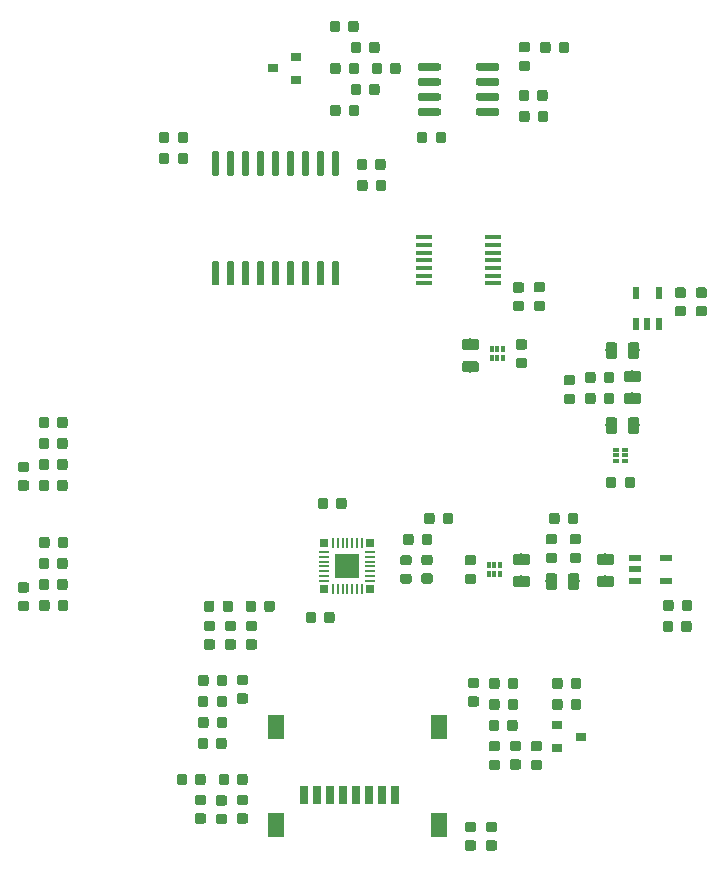
<source format=gbr>
G04 #@! TF.GenerationSoftware,KiCad,Pcbnew,(5.1.4)-1*
G04 #@! TF.CreationDate,2020-01-15T14:03:56-05:00*
G04 #@! TF.ProjectId,PDL_1920,50444c5f-3139-4323-902e-6b696361645f,rev?*
G04 #@! TF.SameCoordinates,Original*
G04 #@! TF.FileFunction,Paste,Top*
G04 #@! TF.FilePolarity,Positive*
%FSLAX46Y46*%
G04 Gerber Fmt 4.6, Leading zero omitted, Abs format (unit mm)*
G04 Created by KiCad (PCBNEW (5.1.4)-1) date 2020-01-15 14:03:56*
%MOMM*%
%LPD*%
G04 APERTURE LIST*
%ADD10R,0.780000X0.780000*%
%ADD11R,2.000000X2.000000*%
%ADD12R,0.850000X0.200000*%
%ADD13R,0.200000X0.850000*%
%ADD14R,0.300000X0.490000*%
%ADD15R,0.300000X0.520000*%
%ADD16R,1.450000X2.000000*%
%ADD17R,0.800000X1.500000*%
%ADD18C,0.100000*%
%ADD19C,0.875000*%
%ADD20C,0.600000*%
%ADD21R,1.475000X0.450000*%
%ADD22R,1.050000X0.600000*%
%ADD23R,0.600000X1.050000*%
%ADD24R,0.900000X0.800000*%
%ADD25C,0.975000*%
%ADD26R,0.490000X0.300000*%
%ADD27R,0.520000X0.300000*%
G04 APERTURE END LIST*
D10*
X153080000Y-140634000D03*
X149180000Y-140634000D03*
X149180000Y-136734000D03*
X153080000Y-136734000D03*
D11*
X151130000Y-138684000D03*
D12*
X153080000Y-137484000D03*
X153080000Y-137884000D03*
X153080000Y-138284000D03*
X153080000Y-138684000D03*
X153080000Y-139084000D03*
X153080000Y-139484000D03*
X153080000Y-139884000D03*
D13*
X152330000Y-140634000D03*
X151930000Y-140634000D03*
X151530000Y-140634000D03*
X151130000Y-140634000D03*
X150730000Y-140634000D03*
X150330000Y-140634000D03*
X149930000Y-140634000D03*
D12*
X149180000Y-139884000D03*
X149180000Y-139484000D03*
X149180000Y-139084000D03*
X149180000Y-138684000D03*
X149180000Y-138284000D03*
X149180000Y-137884000D03*
X149180000Y-137484000D03*
D13*
X149930000Y-136734000D03*
X150330000Y-136734000D03*
X150730000Y-136734000D03*
X151130000Y-136734000D03*
X151530000Y-136734000D03*
X151930000Y-136734000D03*
X152330000Y-136734000D03*
D14*
X163330000Y-120275000D03*
X163830000Y-120275000D03*
X164330000Y-120275000D03*
X164330000Y-121025000D03*
D15*
X163330000Y-121040000D03*
D14*
X163830000Y-121025000D03*
D16*
X158860000Y-160610000D03*
X158860000Y-152310000D03*
X145110000Y-152310000D03*
X145110000Y-160610000D03*
D17*
X147490000Y-158010000D03*
X148590000Y-158010000D03*
X149690000Y-158010000D03*
X150790000Y-158010000D03*
X151890000Y-158010000D03*
X152990000Y-158010000D03*
X154090000Y-158010000D03*
X155190000Y-158010000D03*
D18*
G36*
X169150191Y-148116053D02*
G01*
X169171426Y-148119203D01*
X169192250Y-148124419D01*
X169212462Y-148131651D01*
X169231868Y-148140830D01*
X169250281Y-148151866D01*
X169267524Y-148164654D01*
X169283430Y-148179070D01*
X169297846Y-148194976D01*
X169310634Y-148212219D01*
X169321670Y-148230632D01*
X169330849Y-148250038D01*
X169338081Y-148270250D01*
X169343297Y-148291074D01*
X169346447Y-148312309D01*
X169347500Y-148333750D01*
X169347500Y-148846250D01*
X169346447Y-148867691D01*
X169343297Y-148888926D01*
X169338081Y-148909750D01*
X169330849Y-148929962D01*
X169321670Y-148949368D01*
X169310634Y-148967781D01*
X169297846Y-148985024D01*
X169283430Y-149000930D01*
X169267524Y-149015346D01*
X169250281Y-149028134D01*
X169231868Y-149039170D01*
X169212462Y-149048349D01*
X169192250Y-149055581D01*
X169171426Y-149060797D01*
X169150191Y-149063947D01*
X169128750Y-149065000D01*
X168691250Y-149065000D01*
X168669809Y-149063947D01*
X168648574Y-149060797D01*
X168627750Y-149055581D01*
X168607538Y-149048349D01*
X168588132Y-149039170D01*
X168569719Y-149028134D01*
X168552476Y-149015346D01*
X168536570Y-149000930D01*
X168522154Y-148985024D01*
X168509366Y-148967781D01*
X168498330Y-148949368D01*
X168489151Y-148929962D01*
X168481919Y-148909750D01*
X168476703Y-148888926D01*
X168473553Y-148867691D01*
X168472500Y-148846250D01*
X168472500Y-148333750D01*
X168473553Y-148312309D01*
X168476703Y-148291074D01*
X168481919Y-148270250D01*
X168489151Y-148250038D01*
X168498330Y-148230632D01*
X168509366Y-148212219D01*
X168522154Y-148194976D01*
X168536570Y-148179070D01*
X168552476Y-148164654D01*
X168569719Y-148151866D01*
X168588132Y-148140830D01*
X168607538Y-148131651D01*
X168627750Y-148124419D01*
X168648574Y-148119203D01*
X168669809Y-148116053D01*
X168691250Y-148115000D01*
X169128750Y-148115000D01*
X169150191Y-148116053D01*
X169150191Y-148116053D01*
G37*
D19*
X168910000Y-148590000D03*
D18*
G36*
X170725191Y-148116053D02*
G01*
X170746426Y-148119203D01*
X170767250Y-148124419D01*
X170787462Y-148131651D01*
X170806868Y-148140830D01*
X170825281Y-148151866D01*
X170842524Y-148164654D01*
X170858430Y-148179070D01*
X170872846Y-148194976D01*
X170885634Y-148212219D01*
X170896670Y-148230632D01*
X170905849Y-148250038D01*
X170913081Y-148270250D01*
X170918297Y-148291074D01*
X170921447Y-148312309D01*
X170922500Y-148333750D01*
X170922500Y-148846250D01*
X170921447Y-148867691D01*
X170918297Y-148888926D01*
X170913081Y-148909750D01*
X170905849Y-148929962D01*
X170896670Y-148949368D01*
X170885634Y-148967781D01*
X170872846Y-148985024D01*
X170858430Y-149000930D01*
X170842524Y-149015346D01*
X170825281Y-149028134D01*
X170806868Y-149039170D01*
X170787462Y-149048349D01*
X170767250Y-149055581D01*
X170746426Y-149060797D01*
X170725191Y-149063947D01*
X170703750Y-149065000D01*
X170266250Y-149065000D01*
X170244809Y-149063947D01*
X170223574Y-149060797D01*
X170202750Y-149055581D01*
X170182538Y-149048349D01*
X170163132Y-149039170D01*
X170144719Y-149028134D01*
X170127476Y-149015346D01*
X170111570Y-149000930D01*
X170097154Y-148985024D01*
X170084366Y-148967781D01*
X170073330Y-148949368D01*
X170064151Y-148929962D01*
X170056919Y-148909750D01*
X170051703Y-148888926D01*
X170048553Y-148867691D01*
X170047500Y-148846250D01*
X170047500Y-148333750D01*
X170048553Y-148312309D01*
X170051703Y-148291074D01*
X170056919Y-148270250D01*
X170064151Y-148250038D01*
X170073330Y-148230632D01*
X170084366Y-148212219D01*
X170097154Y-148194976D01*
X170111570Y-148179070D01*
X170127476Y-148164654D01*
X170144719Y-148151866D01*
X170163132Y-148140830D01*
X170182538Y-148131651D01*
X170202750Y-148124419D01*
X170223574Y-148119203D01*
X170244809Y-148116053D01*
X170266250Y-148115000D01*
X170703750Y-148115000D01*
X170725191Y-148116053D01*
X170725191Y-148116053D01*
G37*
D19*
X170485000Y-148590000D03*
D18*
G36*
X150278703Y-112845722D02*
G01*
X150293264Y-112847882D01*
X150307543Y-112851459D01*
X150321403Y-112856418D01*
X150334710Y-112862712D01*
X150347336Y-112870280D01*
X150359159Y-112879048D01*
X150370066Y-112888934D01*
X150379952Y-112899841D01*
X150388720Y-112911664D01*
X150396288Y-112924290D01*
X150402582Y-112937597D01*
X150407541Y-112951457D01*
X150411118Y-112965736D01*
X150413278Y-112980297D01*
X150414000Y-112995000D01*
X150414000Y-114745000D01*
X150413278Y-114759703D01*
X150411118Y-114774264D01*
X150407541Y-114788543D01*
X150402582Y-114802403D01*
X150396288Y-114815710D01*
X150388720Y-114828336D01*
X150379952Y-114840159D01*
X150370066Y-114851066D01*
X150359159Y-114860952D01*
X150347336Y-114869720D01*
X150334710Y-114877288D01*
X150321403Y-114883582D01*
X150307543Y-114888541D01*
X150293264Y-114892118D01*
X150278703Y-114894278D01*
X150264000Y-114895000D01*
X149964000Y-114895000D01*
X149949297Y-114894278D01*
X149934736Y-114892118D01*
X149920457Y-114888541D01*
X149906597Y-114883582D01*
X149893290Y-114877288D01*
X149880664Y-114869720D01*
X149868841Y-114860952D01*
X149857934Y-114851066D01*
X149848048Y-114840159D01*
X149839280Y-114828336D01*
X149831712Y-114815710D01*
X149825418Y-114802403D01*
X149820459Y-114788543D01*
X149816882Y-114774264D01*
X149814722Y-114759703D01*
X149814000Y-114745000D01*
X149814000Y-112995000D01*
X149814722Y-112980297D01*
X149816882Y-112965736D01*
X149820459Y-112951457D01*
X149825418Y-112937597D01*
X149831712Y-112924290D01*
X149839280Y-112911664D01*
X149848048Y-112899841D01*
X149857934Y-112888934D01*
X149868841Y-112879048D01*
X149880664Y-112870280D01*
X149893290Y-112862712D01*
X149906597Y-112856418D01*
X149920457Y-112851459D01*
X149934736Y-112847882D01*
X149949297Y-112845722D01*
X149964000Y-112845000D01*
X150264000Y-112845000D01*
X150278703Y-112845722D01*
X150278703Y-112845722D01*
G37*
D20*
X150114000Y-113870000D03*
D18*
G36*
X149008703Y-112845722D02*
G01*
X149023264Y-112847882D01*
X149037543Y-112851459D01*
X149051403Y-112856418D01*
X149064710Y-112862712D01*
X149077336Y-112870280D01*
X149089159Y-112879048D01*
X149100066Y-112888934D01*
X149109952Y-112899841D01*
X149118720Y-112911664D01*
X149126288Y-112924290D01*
X149132582Y-112937597D01*
X149137541Y-112951457D01*
X149141118Y-112965736D01*
X149143278Y-112980297D01*
X149144000Y-112995000D01*
X149144000Y-114745000D01*
X149143278Y-114759703D01*
X149141118Y-114774264D01*
X149137541Y-114788543D01*
X149132582Y-114802403D01*
X149126288Y-114815710D01*
X149118720Y-114828336D01*
X149109952Y-114840159D01*
X149100066Y-114851066D01*
X149089159Y-114860952D01*
X149077336Y-114869720D01*
X149064710Y-114877288D01*
X149051403Y-114883582D01*
X149037543Y-114888541D01*
X149023264Y-114892118D01*
X149008703Y-114894278D01*
X148994000Y-114895000D01*
X148694000Y-114895000D01*
X148679297Y-114894278D01*
X148664736Y-114892118D01*
X148650457Y-114888541D01*
X148636597Y-114883582D01*
X148623290Y-114877288D01*
X148610664Y-114869720D01*
X148598841Y-114860952D01*
X148587934Y-114851066D01*
X148578048Y-114840159D01*
X148569280Y-114828336D01*
X148561712Y-114815710D01*
X148555418Y-114802403D01*
X148550459Y-114788543D01*
X148546882Y-114774264D01*
X148544722Y-114759703D01*
X148544000Y-114745000D01*
X148544000Y-112995000D01*
X148544722Y-112980297D01*
X148546882Y-112965736D01*
X148550459Y-112951457D01*
X148555418Y-112937597D01*
X148561712Y-112924290D01*
X148569280Y-112911664D01*
X148578048Y-112899841D01*
X148587934Y-112888934D01*
X148598841Y-112879048D01*
X148610664Y-112870280D01*
X148623290Y-112862712D01*
X148636597Y-112856418D01*
X148650457Y-112851459D01*
X148664736Y-112847882D01*
X148679297Y-112845722D01*
X148694000Y-112845000D01*
X148994000Y-112845000D01*
X149008703Y-112845722D01*
X149008703Y-112845722D01*
G37*
D20*
X148844000Y-113870000D03*
D18*
G36*
X147738703Y-112845722D02*
G01*
X147753264Y-112847882D01*
X147767543Y-112851459D01*
X147781403Y-112856418D01*
X147794710Y-112862712D01*
X147807336Y-112870280D01*
X147819159Y-112879048D01*
X147830066Y-112888934D01*
X147839952Y-112899841D01*
X147848720Y-112911664D01*
X147856288Y-112924290D01*
X147862582Y-112937597D01*
X147867541Y-112951457D01*
X147871118Y-112965736D01*
X147873278Y-112980297D01*
X147874000Y-112995000D01*
X147874000Y-114745000D01*
X147873278Y-114759703D01*
X147871118Y-114774264D01*
X147867541Y-114788543D01*
X147862582Y-114802403D01*
X147856288Y-114815710D01*
X147848720Y-114828336D01*
X147839952Y-114840159D01*
X147830066Y-114851066D01*
X147819159Y-114860952D01*
X147807336Y-114869720D01*
X147794710Y-114877288D01*
X147781403Y-114883582D01*
X147767543Y-114888541D01*
X147753264Y-114892118D01*
X147738703Y-114894278D01*
X147724000Y-114895000D01*
X147424000Y-114895000D01*
X147409297Y-114894278D01*
X147394736Y-114892118D01*
X147380457Y-114888541D01*
X147366597Y-114883582D01*
X147353290Y-114877288D01*
X147340664Y-114869720D01*
X147328841Y-114860952D01*
X147317934Y-114851066D01*
X147308048Y-114840159D01*
X147299280Y-114828336D01*
X147291712Y-114815710D01*
X147285418Y-114802403D01*
X147280459Y-114788543D01*
X147276882Y-114774264D01*
X147274722Y-114759703D01*
X147274000Y-114745000D01*
X147274000Y-112995000D01*
X147274722Y-112980297D01*
X147276882Y-112965736D01*
X147280459Y-112951457D01*
X147285418Y-112937597D01*
X147291712Y-112924290D01*
X147299280Y-112911664D01*
X147308048Y-112899841D01*
X147317934Y-112888934D01*
X147328841Y-112879048D01*
X147340664Y-112870280D01*
X147353290Y-112862712D01*
X147366597Y-112856418D01*
X147380457Y-112851459D01*
X147394736Y-112847882D01*
X147409297Y-112845722D01*
X147424000Y-112845000D01*
X147724000Y-112845000D01*
X147738703Y-112845722D01*
X147738703Y-112845722D01*
G37*
D20*
X147574000Y-113870000D03*
D18*
G36*
X146468703Y-112845722D02*
G01*
X146483264Y-112847882D01*
X146497543Y-112851459D01*
X146511403Y-112856418D01*
X146524710Y-112862712D01*
X146537336Y-112870280D01*
X146549159Y-112879048D01*
X146560066Y-112888934D01*
X146569952Y-112899841D01*
X146578720Y-112911664D01*
X146586288Y-112924290D01*
X146592582Y-112937597D01*
X146597541Y-112951457D01*
X146601118Y-112965736D01*
X146603278Y-112980297D01*
X146604000Y-112995000D01*
X146604000Y-114745000D01*
X146603278Y-114759703D01*
X146601118Y-114774264D01*
X146597541Y-114788543D01*
X146592582Y-114802403D01*
X146586288Y-114815710D01*
X146578720Y-114828336D01*
X146569952Y-114840159D01*
X146560066Y-114851066D01*
X146549159Y-114860952D01*
X146537336Y-114869720D01*
X146524710Y-114877288D01*
X146511403Y-114883582D01*
X146497543Y-114888541D01*
X146483264Y-114892118D01*
X146468703Y-114894278D01*
X146454000Y-114895000D01*
X146154000Y-114895000D01*
X146139297Y-114894278D01*
X146124736Y-114892118D01*
X146110457Y-114888541D01*
X146096597Y-114883582D01*
X146083290Y-114877288D01*
X146070664Y-114869720D01*
X146058841Y-114860952D01*
X146047934Y-114851066D01*
X146038048Y-114840159D01*
X146029280Y-114828336D01*
X146021712Y-114815710D01*
X146015418Y-114802403D01*
X146010459Y-114788543D01*
X146006882Y-114774264D01*
X146004722Y-114759703D01*
X146004000Y-114745000D01*
X146004000Y-112995000D01*
X146004722Y-112980297D01*
X146006882Y-112965736D01*
X146010459Y-112951457D01*
X146015418Y-112937597D01*
X146021712Y-112924290D01*
X146029280Y-112911664D01*
X146038048Y-112899841D01*
X146047934Y-112888934D01*
X146058841Y-112879048D01*
X146070664Y-112870280D01*
X146083290Y-112862712D01*
X146096597Y-112856418D01*
X146110457Y-112851459D01*
X146124736Y-112847882D01*
X146139297Y-112845722D01*
X146154000Y-112845000D01*
X146454000Y-112845000D01*
X146468703Y-112845722D01*
X146468703Y-112845722D01*
G37*
D20*
X146304000Y-113870000D03*
D18*
G36*
X145198703Y-112845722D02*
G01*
X145213264Y-112847882D01*
X145227543Y-112851459D01*
X145241403Y-112856418D01*
X145254710Y-112862712D01*
X145267336Y-112870280D01*
X145279159Y-112879048D01*
X145290066Y-112888934D01*
X145299952Y-112899841D01*
X145308720Y-112911664D01*
X145316288Y-112924290D01*
X145322582Y-112937597D01*
X145327541Y-112951457D01*
X145331118Y-112965736D01*
X145333278Y-112980297D01*
X145334000Y-112995000D01*
X145334000Y-114745000D01*
X145333278Y-114759703D01*
X145331118Y-114774264D01*
X145327541Y-114788543D01*
X145322582Y-114802403D01*
X145316288Y-114815710D01*
X145308720Y-114828336D01*
X145299952Y-114840159D01*
X145290066Y-114851066D01*
X145279159Y-114860952D01*
X145267336Y-114869720D01*
X145254710Y-114877288D01*
X145241403Y-114883582D01*
X145227543Y-114888541D01*
X145213264Y-114892118D01*
X145198703Y-114894278D01*
X145184000Y-114895000D01*
X144884000Y-114895000D01*
X144869297Y-114894278D01*
X144854736Y-114892118D01*
X144840457Y-114888541D01*
X144826597Y-114883582D01*
X144813290Y-114877288D01*
X144800664Y-114869720D01*
X144788841Y-114860952D01*
X144777934Y-114851066D01*
X144768048Y-114840159D01*
X144759280Y-114828336D01*
X144751712Y-114815710D01*
X144745418Y-114802403D01*
X144740459Y-114788543D01*
X144736882Y-114774264D01*
X144734722Y-114759703D01*
X144734000Y-114745000D01*
X144734000Y-112995000D01*
X144734722Y-112980297D01*
X144736882Y-112965736D01*
X144740459Y-112951457D01*
X144745418Y-112937597D01*
X144751712Y-112924290D01*
X144759280Y-112911664D01*
X144768048Y-112899841D01*
X144777934Y-112888934D01*
X144788841Y-112879048D01*
X144800664Y-112870280D01*
X144813290Y-112862712D01*
X144826597Y-112856418D01*
X144840457Y-112851459D01*
X144854736Y-112847882D01*
X144869297Y-112845722D01*
X144884000Y-112845000D01*
X145184000Y-112845000D01*
X145198703Y-112845722D01*
X145198703Y-112845722D01*
G37*
D20*
X145034000Y-113870000D03*
D18*
G36*
X143928703Y-112845722D02*
G01*
X143943264Y-112847882D01*
X143957543Y-112851459D01*
X143971403Y-112856418D01*
X143984710Y-112862712D01*
X143997336Y-112870280D01*
X144009159Y-112879048D01*
X144020066Y-112888934D01*
X144029952Y-112899841D01*
X144038720Y-112911664D01*
X144046288Y-112924290D01*
X144052582Y-112937597D01*
X144057541Y-112951457D01*
X144061118Y-112965736D01*
X144063278Y-112980297D01*
X144064000Y-112995000D01*
X144064000Y-114745000D01*
X144063278Y-114759703D01*
X144061118Y-114774264D01*
X144057541Y-114788543D01*
X144052582Y-114802403D01*
X144046288Y-114815710D01*
X144038720Y-114828336D01*
X144029952Y-114840159D01*
X144020066Y-114851066D01*
X144009159Y-114860952D01*
X143997336Y-114869720D01*
X143984710Y-114877288D01*
X143971403Y-114883582D01*
X143957543Y-114888541D01*
X143943264Y-114892118D01*
X143928703Y-114894278D01*
X143914000Y-114895000D01*
X143614000Y-114895000D01*
X143599297Y-114894278D01*
X143584736Y-114892118D01*
X143570457Y-114888541D01*
X143556597Y-114883582D01*
X143543290Y-114877288D01*
X143530664Y-114869720D01*
X143518841Y-114860952D01*
X143507934Y-114851066D01*
X143498048Y-114840159D01*
X143489280Y-114828336D01*
X143481712Y-114815710D01*
X143475418Y-114802403D01*
X143470459Y-114788543D01*
X143466882Y-114774264D01*
X143464722Y-114759703D01*
X143464000Y-114745000D01*
X143464000Y-112995000D01*
X143464722Y-112980297D01*
X143466882Y-112965736D01*
X143470459Y-112951457D01*
X143475418Y-112937597D01*
X143481712Y-112924290D01*
X143489280Y-112911664D01*
X143498048Y-112899841D01*
X143507934Y-112888934D01*
X143518841Y-112879048D01*
X143530664Y-112870280D01*
X143543290Y-112862712D01*
X143556597Y-112856418D01*
X143570457Y-112851459D01*
X143584736Y-112847882D01*
X143599297Y-112845722D01*
X143614000Y-112845000D01*
X143914000Y-112845000D01*
X143928703Y-112845722D01*
X143928703Y-112845722D01*
G37*
D20*
X143764000Y-113870000D03*
D18*
G36*
X142658703Y-112845722D02*
G01*
X142673264Y-112847882D01*
X142687543Y-112851459D01*
X142701403Y-112856418D01*
X142714710Y-112862712D01*
X142727336Y-112870280D01*
X142739159Y-112879048D01*
X142750066Y-112888934D01*
X142759952Y-112899841D01*
X142768720Y-112911664D01*
X142776288Y-112924290D01*
X142782582Y-112937597D01*
X142787541Y-112951457D01*
X142791118Y-112965736D01*
X142793278Y-112980297D01*
X142794000Y-112995000D01*
X142794000Y-114745000D01*
X142793278Y-114759703D01*
X142791118Y-114774264D01*
X142787541Y-114788543D01*
X142782582Y-114802403D01*
X142776288Y-114815710D01*
X142768720Y-114828336D01*
X142759952Y-114840159D01*
X142750066Y-114851066D01*
X142739159Y-114860952D01*
X142727336Y-114869720D01*
X142714710Y-114877288D01*
X142701403Y-114883582D01*
X142687543Y-114888541D01*
X142673264Y-114892118D01*
X142658703Y-114894278D01*
X142644000Y-114895000D01*
X142344000Y-114895000D01*
X142329297Y-114894278D01*
X142314736Y-114892118D01*
X142300457Y-114888541D01*
X142286597Y-114883582D01*
X142273290Y-114877288D01*
X142260664Y-114869720D01*
X142248841Y-114860952D01*
X142237934Y-114851066D01*
X142228048Y-114840159D01*
X142219280Y-114828336D01*
X142211712Y-114815710D01*
X142205418Y-114802403D01*
X142200459Y-114788543D01*
X142196882Y-114774264D01*
X142194722Y-114759703D01*
X142194000Y-114745000D01*
X142194000Y-112995000D01*
X142194722Y-112980297D01*
X142196882Y-112965736D01*
X142200459Y-112951457D01*
X142205418Y-112937597D01*
X142211712Y-112924290D01*
X142219280Y-112911664D01*
X142228048Y-112899841D01*
X142237934Y-112888934D01*
X142248841Y-112879048D01*
X142260664Y-112870280D01*
X142273290Y-112862712D01*
X142286597Y-112856418D01*
X142300457Y-112851459D01*
X142314736Y-112847882D01*
X142329297Y-112845722D01*
X142344000Y-112845000D01*
X142644000Y-112845000D01*
X142658703Y-112845722D01*
X142658703Y-112845722D01*
G37*
D20*
X142494000Y-113870000D03*
D18*
G36*
X141388703Y-112845722D02*
G01*
X141403264Y-112847882D01*
X141417543Y-112851459D01*
X141431403Y-112856418D01*
X141444710Y-112862712D01*
X141457336Y-112870280D01*
X141469159Y-112879048D01*
X141480066Y-112888934D01*
X141489952Y-112899841D01*
X141498720Y-112911664D01*
X141506288Y-112924290D01*
X141512582Y-112937597D01*
X141517541Y-112951457D01*
X141521118Y-112965736D01*
X141523278Y-112980297D01*
X141524000Y-112995000D01*
X141524000Y-114745000D01*
X141523278Y-114759703D01*
X141521118Y-114774264D01*
X141517541Y-114788543D01*
X141512582Y-114802403D01*
X141506288Y-114815710D01*
X141498720Y-114828336D01*
X141489952Y-114840159D01*
X141480066Y-114851066D01*
X141469159Y-114860952D01*
X141457336Y-114869720D01*
X141444710Y-114877288D01*
X141431403Y-114883582D01*
X141417543Y-114888541D01*
X141403264Y-114892118D01*
X141388703Y-114894278D01*
X141374000Y-114895000D01*
X141074000Y-114895000D01*
X141059297Y-114894278D01*
X141044736Y-114892118D01*
X141030457Y-114888541D01*
X141016597Y-114883582D01*
X141003290Y-114877288D01*
X140990664Y-114869720D01*
X140978841Y-114860952D01*
X140967934Y-114851066D01*
X140958048Y-114840159D01*
X140949280Y-114828336D01*
X140941712Y-114815710D01*
X140935418Y-114802403D01*
X140930459Y-114788543D01*
X140926882Y-114774264D01*
X140924722Y-114759703D01*
X140924000Y-114745000D01*
X140924000Y-112995000D01*
X140924722Y-112980297D01*
X140926882Y-112965736D01*
X140930459Y-112951457D01*
X140935418Y-112937597D01*
X140941712Y-112924290D01*
X140949280Y-112911664D01*
X140958048Y-112899841D01*
X140967934Y-112888934D01*
X140978841Y-112879048D01*
X140990664Y-112870280D01*
X141003290Y-112862712D01*
X141016597Y-112856418D01*
X141030457Y-112851459D01*
X141044736Y-112847882D01*
X141059297Y-112845722D01*
X141074000Y-112845000D01*
X141374000Y-112845000D01*
X141388703Y-112845722D01*
X141388703Y-112845722D01*
G37*
D20*
X141224000Y-113870000D03*
D18*
G36*
X140118703Y-112845722D02*
G01*
X140133264Y-112847882D01*
X140147543Y-112851459D01*
X140161403Y-112856418D01*
X140174710Y-112862712D01*
X140187336Y-112870280D01*
X140199159Y-112879048D01*
X140210066Y-112888934D01*
X140219952Y-112899841D01*
X140228720Y-112911664D01*
X140236288Y-112924290D01*
X140242582Y-112937597D01*
X140247541Y-112951457D01*
X140251118Y-112965736D01*
X140253278Y-112980297D01*
X140254000Y-112995000D01*
X140254000Y-114745000D01*
X140253278Y-114759703D01*
X140251118Y-114774264D01*
X140247541Y-114788543D01*
X140242582Y-114802403D01*
X140236288Y-114815710D01*
X140228720Y-114828336D01*
X140219952Y-114840159D01*
X140210066Y-114851066D01*
X140199159Y-114860952D01*
X140187336Y-114869720D01*
X140174710Y-114877288D01*
X140161403Y-114883582D01*
X140147543Y-114888541D01*
X140133264Y-114892118D01*
X140118703Y-114894278D01*
X140104000Y-114895000D01*
X139804000Y-114895000D01*
X139789297Y-114894278D01*
X139774736Y-114892118D01*
X139760457Y-114888541D01*
X139746597Y-114883582D01*
X139733290Y-114877288D01*
X139720664Y-114869720D01*
X139708841Y-114860952D01*
X139697934Y-114851066D01*
X139688048Y-114840159D01*
X139679280Y-114828336D01*
X139671712Y-114815710D01*
X139665418Y-114802403D01*
X139660459Y-114788543D01*
X139656882Y-114774264D01*
X139654722Y-114759703D01*
X139654000Y-114745000D01*
X139654000Y-112995000D01*
X139654722Y-112980297D01*
X139656882Y-112965736D01*
X139660459Y-112951457D01*
X139665418Y-112937597D01*
X139671712Y-112924290D01*
X139679280Y-112911664D01*
X139688048Y-112899841D01*
X139697934Y-112888934D01*
X139708841Y-112879048D01*
X139720664Y-112870280D01*
X139733290Y-112862712D01*
X139746597Y-112856418D01*
X139760457Y-112851459D01*
X139774736Y-112847882D01*
X139789297Y-112845722D01*
X139804000Y-112845000D01*
X140104000Y-112845000D01*
X140118703Y-112845722D01*
X140118703Y-112845722D01*
G37*
D20*
X139954000Y-113870000D03*
D18*
G36*
X140118703Y-103545722D02*
G01*
X140133264Y-103547882D01*
X140147543Y-103551459D01*
X140161403Y-103556418D01*
X140174710Y-103562712D01*
X140187336Y-103570280D01*
X140199159Y-103579048D01*
X140210066Y-103588934D01*
X140219952Y-103599841D01*
X140228720Y-103611664D01*
X140236288Y-103624290D01*
X140242582Y-103637597D01*
X140247541Y-103651457D01*
X140251118Y-103665736D01*
X140253278Y-103680297D01*
X140254000Y-103695000D01*
X140254000Y-105445000D01*
X140253278Y-105459703D01*
X140251118Y-105474264D01*
X140247541Y-105488543D01*
X140242582Y-105502403D01*
X140236288Y-105515710D01*
X140228720Y-105528336D01*
X140219952Y-105540159D01*
X140210066Y-105551066D01*
X140199159Y-105560952D01*
X140187336Y-105569720D01*
X140174710Y-105577288D01*
X140161403Y-105583582D01*
X140147543Y-105588541D01*
X140133264Y-105592118D01*
X140118703Y-105594278D01*
X140104000Y-105595000D01*
X139804000Y-105595000D01*
X139789297Y-105594278D01*
X139774736Y-105592118D01*
X139760457Y-105588541D01*
X139746597Y-105583582D01*
X139733290Y-105577288D01*
X139720664Y-105569720D01*
X139708841Y-105560952D01*
X139697934Y-105551066D01*
X139688048Y-105540159D01*
X139679280Y-105528336D01*
X139671712Y-105515710D01*
X139665418Y-105502403D01*
X139660459Y-105488543D01*
X139656882Y-105474264D01*
X139654722Y-105459703D01*
X139654000Y-105445000D01*
X139654000Y-103695000D01*
X139654722Y-103680297D01*
X139656882Y-103665736D01*
X139660459Y-103651457D01*
X139665418Y-103637597D01*
X139671712Y-103624290D01*
X139679280Y-103611664D01*
X139688048Y-103599841D01*
X139697934Y-103588934D01*
X139708841Y-103579048D01*
X139720664Y-103570280D01*
X139733290Y-103562712D01*
X139746597Y-103556418D01*
X139760457Y-103551459D01*
X139774736Y-103547882D01*
X139789297Y-103545722D01*
X139804000Y-103545000D01*
X140104000Y-103545000D01*
X140118703Y-103545722D01*
X140118703Y-103545722D01*
G37*
D20*
X139954000Y-104570000D03*
D18*
G36*
X141388703Y-103545722D02*
G01*
X141403264Y-103547882D01*
X141417543Y-103551459D01*
X141431403Y-103556418D01*
X141444710Y-103562712D01*
X141457336Y-103570280D01*
X141469159Y-103579048D01*
X141480066Y-103588934D01*
X141489952Y-103599841D01*
X141498720Y-103611664D01*
X141506288Y-103624290D01*
X141512582Y-103637597D01*
X141517541Y-103651457D01*
X141521118Y-103665736D01*
X141523278Y-103680297D01*
X141524000Y-103695000D01*
X141524000Y-105445000D01*
X141523278Y-105459703D01*
X141521118Y-105474264D01*
X141517541Y-105488543D01*
X141512582Y-105502403D01*
X141506288Y-105515710D01*
X141498720Y-105528336D01*
X141489952Y-105540159D01*
X141480066Y-105551066D01*
X141469159Y-105560952D01*
X141457336Y-105569720D01*
X141444710Y-105577288D01*
X141431403Y-105583582D01*
X141417543Y-105588541D01*
X141403264Y-105592118D01*
X141388703Y-105594278D01*
X141374000Y-105595000D01*
X141074000Y-105595000D01*
X141059297Y-105594278D01*
X141044736Y-105592118D01*
X141030457Y-105588541D01*
X141016597Y-105583582D01*
X141003290Y-105577288D01*
X140990664Y-105569720D01*
X140978841Y-105560952D01*
X140967934Y-105551066D01*
X140958048Y-105540159D01*
X140949280Y-105528336D01*
X140941712Y-105515710D01*
X140935418Y-105502403D01*
X140930459Y-105488543D01*
X140926882Y-105474264D01*
X140924722Y-105459703D01*
X140924000Y-105445000D01*
X140924000Y-103695000D01*
X140924722Y-103680297D01*
X140926882Y-103665736D01*
X140930459Y-103651457D01*
X140935418Y-103637597D01*
X140941712Y-103624290D01*
X140949280Y-103611664D01*
X140958048Y-103599841D01*
X140967934Y-103588934D01*
X140978841Y-103579048D01*
X140990664Y-103570280D01*
X141003290Y-103562712D01*
X141016597Y-103556418D01*
X141030457Y-103551459D01*
X141044736Y-103547882D01*
X141059297Y-103545722D01*
X141074000Y-103545000D01*
X141374000Y-103545000D01*
X141388703Y-103545722D01*
X141388703Y-103545722D01*
G37*
D20*
X141224000Y-104570000D03*
D18*
G36*
X142658703Y-103545722D02*
G01*
X142673264Y-103547882D01*
X142687543Y-103551459D01*
X142701403Y-103556418D01*
X142714710Y-103562712D01*
X142727336Y-103570280D01*
X142739159Y-103579048D01*
X142750066Y-103588934D01*
X142759952Y-103599841D01*
X142768720Y-103611664D01*
X142776288Y-103624290D01*
X142782582Y-103637597D01*
X142787541Y-103651457D01*
X142791118Y-103665736D01*
X142793278Y-103680297D01*
X142794000Y-103695000D01*
X142794000Y-105445000D01*
X142793278Y-105459703D01*
X142791118Y-105474264D01*
X142787541Y-105488543D01*
X142782582Y-105502403D01*
X142776288Y-105515710D01*
X142768720Y-105528336D01*
X142759952Y-105540159D01*
X142750066Y-105551066D01*
X142739159Y-105560952D01*
X142727336Y-105569720D01*
X142714710Y-105577288D01*
X142701403Y-105583582D01*
X142687543Y-105588541D01*
X142673264Y-105592118D01*
X142658703Y-105594278D01*
X142644000Y-105595000D01*
X142344000Y-105595000D01*
X142329297Y-105594278D01*
X142314736Y-105592118D01*
X142300457Y-105588541D01*
X142286597Y-105583582D01*
X142273290Y-105577288D01*
X142260664Y-105569720D01*
X142248841Y-105560952D01*
X142237934Y-105551066D01*
X142228048Y-105540159D01*
X142219280Y-105528336D01*
X142211712Y-105515710D01*
X142205418Y-105502403D01*
X142200459Y-105488543D01*
X142196882Y-105474264D01*
X142194722Y-105459703D01*
X142194000Y-105445000D01*
X142194000Y-103695000D01*
X142194722Y-103680297D01*
X142196882Y-103665736D01*
X142200459Y-103651457D01*
X142205418Y-103637597D01*
X142211712Y-103624290D01*
X142219280Y-103611664D01*
X142228048Y-103599841D01*
X142237934Y-103588934D01*
X142248841Y-103579048D01*
X142260664Y-103570280D01*
X142273290Y-103562712D01*
X142286597Y-103556418D01*
X142300457Y-103551459D01*
X142314736Y-103547882D01*
X142329297Y-103545722D01*
X142344000Y-103545000D01*
X142644000Y-103545000D01*
X142658703Y-103545722D01*
X142658703Y-103545722D01*
G37*
D20*
X142494000Y-104570000D03*
D18*
G36*
X143928703Y-103545722D02*
G01*
X143943264Y-103547882D01*
X143957543Y-103551459D01*
X143971403Y-103556418D01*
X143984710Y-103562712D01*
X143997336Y-103570280D01*
X144009159Y-103579048D01*
X144020066Y-103588934D01*
X144029952Y-103599841D01*
X144038720Y-103611664D01*
X144046288Y-103624290D01*
X144052582Y-103637597D01*
X144057541Y-103651457D01*
X144061118Y-103665736D01*
X144063278Y-103680297D01*
X144064000Y-103695000D01*
X144064000Y-105445000D01*
X144063278Y-105459703D01*
X144061118Y-105474264D01*
X144057541Y-105488543D01*
X144052582Y-105502403D01*
X144046288Y-105515710D01*
X144038720Y-105528336D01*
X144029952Y-105540159D01*
X144020066Y-105551066D01*
X144009159Y-105560952D01*
X143997336Y-105569720D01*
X143984710Y-105577288D01*
X143971403Y-105583582D01*
X143957543Y-105588541D01*
X143943264Y-105592118D01*
X143928703Y-105594278D01*
X143914000Y-105595000D01*
X143614000Y-105595000D01*
X143599297Y-105594278D01*
X143584736Y-105592118D01*
X143570457Y-105588541D01*
X143556597Y-105583582D01*
X143543290Y-105577288D01*
X143530664Y-105569720D01*
X143518841Y-105560952D01*
X143507934Y-105551066D01*
X143498048Y-105540159D01*
X143489280Y-105528336D01*
X143481712Y-105515710D01*
X143475418Y-105502403D01*
X143470459Y-105488543D01*
X143466882Y-105474264D01*
X143464722Y-105459703D01*
X143464000Y-105445000D01*
X143464000Y-103695000D01*
X143464722Y-103680297D01*
X143466882Y-103665736D01*
X143470459Y-103651457D01*
X143475418Y-103637597D01*
X143481712Y-103624290D01*
X143489280Y-103611664D01*
X143498048Y-103599841D01*
X143507934Y-103588934D01*
X143518841Y-103579048D01*
X143530664Y-103570280D01*
X143543290Y-103562712D01*
X143556597Y-103556418D01*
X143570457Y-103551459D01*
X143584736Y-103547882D01*
X143599297Y-103545722D01*
X143614000Y-103545000D01*
X143914000Y-103545000D01*
X143928703Y-103545722D01*
X143928703Y-103545722D01*
G37*
D20*
X143764000Y-104570000D03*
D18*
G36*
X145198703Y-103545722D02*
G01*
X145213264Y-103547882D01*
X145227543Y-103551459D01*
X145241403Y-103556418D01*
X145254710Y-103562712D01*
X145267336Y-103570280D01*
X145279159Y-103579048D01*
X145290066Y-103588934D01*
X145299952Y-103599841D01*
X145308720Y-103611664D01*
X145316288Y-103624290D01*
X145322582Y-103637597D01*
X145327541Y-103651457D01*
X145331118Y-103665736D01*
X145333278Y-103680297D01*
X145334000Y-103695000D01*
X145334000Y-105445000D01*
X145333278Y-105459703D01*
X145331118Y-105474264D01*
X145327541Y-105488543D01*
X145322582Y-105502403D01*
X145316288Y-105515710D01*
X145308720Y-105528336D01*
X145299952Y-105540159D01*
X145290066Y-105551066D01*
X145279159Y-105560952D01*
X145267336Y-105569720D01*
X145254710Y-105577288D01*
X145241403Y-105583582D01*
X145227543Y-105588541D01*
X145213264Y-105592118D01*
X145198703Y-105594278D01*
X145184000Y-105595000D01*
X144884000Y-105595000D01*
X144869297Y-105594278D01*
X144854736Y-105592118D01*
X144840457Y-105588541D01*
X144826597Y-105583582D01*
X144813290Y-105577288D01*
X144800664Y-105569720D01*
X144788841Y-105560952D01*
X144777934Y-105551066D01*
X144768048Y-105540159D01*
X144759280Y-105528336D01*
X144751712Y-105515710D01*
X144745418Y-105502403D01*
X144740459Y-105488543D01*
X144736882Y-105474264D01*
X144734722Y-105459703D01*
X144734000Y-105445000D01*
X144734000Y-103695000D01*
X144734722Y-103680297D01*
X144736882Y-103665736D01*
X144740459Y-103651457D01*
X144745418Y-103637597D01*
X144751712Y-103624290D01*
X144759280Y-103611664D01*
X144768048Y-103599841D01*
X144777934Y-103588934D01*
X144788841Y-103579048D01*
X144800664Y-103570280D01*
X144813290Y-103562712D01*
X144826597Y-103556418D01*
X144840457Y-103551459D01*
X144854736Y-103547882D01*
X144869297Y-103545722D01*
X144884000Y-103545000D01*
X145184000Y-103545000D01*
X145198703Y-103545722D01*
X145198703Y-103545722D01*
G37*
D20*
X145034000Y-104570000D03*
D18*
G36*
X146468703Y-103545722D02*
G01*
X146483264Y-103547882D01*
X146497543Y-103551459D01*
X146511403Y-103556418D01*
X146524710Y-103562712D01*
X146537336Y-103570280D01*
X146549159Y-103579048D01*
X146560066Y-103588934D01*
X146569952Y-103599841D01*
X146578720Y-103611664D01*
X146586288Y-103624290D01*
X146592582Y-103637597D01*
X146597541Y-103651457D01*
X146601118Y-103665736D01*
X146603278Y-103680297D01*
X146604000Y-103695000D01*
X146604000Y-105445000D01*
X146603278Y-105459703D01*
X146601118Y-105474264D01*
X146597541Y-105488543D01*
X146592582Y-105502403D01*
X146586288Y-105515710D01*
X146578720Y-105528336D01*
X146569952Y-105540159D01*
X146560066Y-105551066D01*
X146549159Y-105560952D01*
X146537336Y-105569720D01*
X146524710Y-105577288D01*
X146511403Y-105583582D01*
X146497543Y-105588541D01*
X146483264Y-105592118D01*
X146468703Y-105594278D01*
X146454000Y-105595000D01*
X146154000Y-105595000D01*
X146139297Y-105594278D01*
X146124736Y-105592118D01*
X146110457Y-105588541D01*
X146096597Y-105583582D01*
X146083290Y-105577288D01*
X146070664Y-105569720D01*
X146058841Y-105560952D01*
X146047934Y-105551066D01*
X146038048Y-105540159D01*
X146029280Y-105528336D01*
X146021712Y-105515710D01*
X146015418Y-105502403D01*
X146010459Y-105488543D01*
X146006882Y-105474264D01*
X146004722Y-105459703D01*
X146004000Y-105445000D01*
X146004000Y-103695000D01*
X146004722Y-103680297D01*
X146006882Y-103665736D01*
X146010459Y-103651457D01*
X146015418Y-103637597D01*
X146021712Y-103624290D01*
X146029280Y-103611664D01*
X146038048Y-103599841D01*
X146047934Y-103588934D01*
X146058841Y-103579048D01*
X146070664Y-103570280D01*
X146083290Y-103562712D01*
X146096597Y-103556418D01*
X146110457Y-103551459D01*
X146124736Y-103547882D01*
X146139297Y-103545722D01*
X146154000Y-103545000D01*
X146454000Y-103545000D01*
X146468703Y-103545722D01*
X146468703Y-103545722D01*
G37*
D20*
X146304000Y-104570000D03*
D18*
G36*
X147738703Y-103545722D02*
G01*
X147753264Y-103547882D01*
X147767543Y-103551459D01*
X147781403Y-103556418D01*
X147794710Y-103562712D01*
X147807336Y-103570280D01*
X147819159Y-103579048D01*
X147830066Y-103588934D01*
X147839952Y-103599841D01*
X147848720Y-103611664D01*
X147856288Y-103624290D01*
X147862582Y-103637597D01*
X147867541Y-103651457D01*
X147871118Y-103665736D01*
X147873278Y-103680297D01*
X147874000Y-103695000D01*
X147874000Y-105445000D01*
X147873278Y-105459703D01*
X147871118Y-105474264D01*
X147867541Y-105488543D01*
X147862582Y-105502403D01*
X147856288Y-105515710D01*
X147848720Y-105528336D01*
X147839952Y-105540159D01*
X147830066Y-105551066D01*
X147819159Y-105560952D01*
X147807336Y-105569720D01*
X147794710Y-105577288D01*
X147781403Y-105583582D01*
X147767543Y-105588541D01*
X147753264Y-105592118D01*
X147738703Y-105594278D01*
X147724000Y-105595000D01*
X147424000Y-105595000D01*
X147409297Y-105594278D01*
X147394736Y-105592118D01*
X147380457Y-105588541D01*
X147366597Y-105583582D01*
X147353290Y-105577288D01*
X147340664Y-105569720D01*
X147328841Y-105560952D01*
X147317934Y-105551066D01*
X147308048Y-105540159D01*
X147299280Y-105528336D01*
X147291712Y-105515710D01*
X147285418Y-105502403D01*
X147280459Y-105488543D01*
X147276882Y-105474264D01*
X147274722Y-105459703D01*
X147274000Y-105445000D01*
X147274000Y-103695000D01*
X147274722Y-103680297D01*
X147276882Y-103665736D01*
X147280459Y-103651457D01*
X147285418Y-103637597D01*
X147291712Y-103624290D01*
X147299280Y-103611664D01*
X147308048Y-103599841D01*
X147317934Y-103588934D01*
X147328841Y-103579048D01*
X147340664Y-103570280D01*
X147353290Y-103562712D01*
X147366597Y-103556418D01*
X147380457Y-103551459D01*
X147394736Y-103547882D01*
X147409297Y-103545722D01*
X147424000Y-103545000D01*
X147724000Y-103545000D01*
X147738703Y-103545722D01*
X147738703Y-103545722D01*
G37*
D20*
X147574000Y-104570000D03*
D18*
G36*
X149008703Y-103545722D02*
G01*
X149023264Y-103547882D01*
X149037543Y-103551459D01*
X149051403Y-103556418D01*
X149064710Y-103562712D01*
X149077336Y-103570280D01*
X149089159Y-103579048D01*
X149100066Y-103588934D01*
X149109952Y-103599841D01*
X149118720Y-103611664D01*
X149126288Y-103624290D01*
X149132582Y-103637597D01*
X149137541Y-103651457D01*
X149141118Y-103665736D01*
X149143278Y-103680297D01*
X149144000Y-103695000D01*
X149144000Y-105445000D01*
X149143278Y-105459703D01*
X149141118Y-105474264D01*
X149137541Y-105488543D01*
X149132582Y-105502403D01*
X149126288Y-105515710D01*
X149118720Y-105528336D01*
X149109952Y-105540159D01*
X149100066Y-105551066D01*
X149089159Y-105560952D01*
X149077336Y-105569720D01*
X149064710Y-105577288D01*
X149051403Y-105583582D01*
X149037543Y-105588541D01*
X149023264Y-105592118D01*
X149008703Y-105594278D01*
X148994000Y-105595000D01*
X148694000Y-105595000D01*
X148679297Y-105594278D01*
X148664736Y-105592118D01*
X148650457Y-105588541D01*
X148636597Y-105583582D01*
X148623290Y-105577288D01*
X148610664Y-105569720D01*
X148598841Y-105560952D01*
X148587934Y-105551066D01*
X148578048Y-105540159D01*
X148569280Y-105528336D01*
X148561712Y-105515710D01*
X148555418Y-105502403D01*
X148550459Y-105488543D01*
X148546882Y-105474264D01*
X148544722Y-105459703D01*
X148544000Y-105445000D01*
X148544000Y-103695000D01*
X148544722Y-103680297D01*
X148546882Y-103665736D01*
X148550459Y-103651457D01*
X148555418Y-103637597D01*
X148561712Y-103624290D01*
X148569280Y-103611664D01*
X148578048Y-103599841D01*
X148587934Y-103588934D01*
X148598841Y-103579048D01*
X148610664Y-103570280D01*
X148623290Y-103562712D01*
X148636597Y-103556418D01*
X148650457Y-103551459D01*
X148664736Y-103547882D01*
X148679297Y-103545722D01*
X148694000Y-103545000D01*
X148994000Y-103545000D01*
X149008703Y-103545722D01*
X149008703Y-103545722D01*
G37*
D20*
X148844000Y-104570000D03*
D18*
G36*
X150278703Y-103545722D02*
G01*
X150293264Y-103547882D01*
X150307543Y-103551459D01*
X150321403Y-103556418D01*
X150334710Y-103562712D01*
X150347336Y-103570280D01*
X150359159Y-103579048D01*
X150370066Y-103588934D01*
X150379952Y-103599841D01*
X150388720Y-103611664D01*
X150396288Y-103624290D01*
X150402582Y-103637597D01*
X150407541Y-103651457D01*
X150411118Y-103665736D01*
X150413278Y-103680297D01*
X150414000Y-103695000D01*
X150414000Y-105445000D01*
X150413278Y-105459703D01*
X150411118Y-105474264D01*
X150407541Y-105488543D01*
X150402582Y-105502403D01*
X150396288Y-105515710D01*
X150388720Y-105528336D01*
X150379952Y-105540159D01*
X150370066Y-105551066D01*
X150359159Y-105560952D01*
X150347336Y-105569720D01*
X150334710Y-105577288D01*
X150321403Y-105583582D01*
X150307543Y-105588541D01*
X150293264Y-105592118D01*
X150278703Y-105594278D01*
X150264000Y-105595000D01*
X149964000Y-105595000D01*
X149949297Y-105594278D01*
X149934736Y-105592118D01*
X149920457Y-105588541D01*
X149906597Y-105583582D01*
X149893290Y-105577288D01*
X149880664Y-105569720D01*
X149868841Y-105560952D01*
X149857934Y-105551066D01*
X149848048Y-105540159D01*
X149839280Y-105528336D01*
X149831712Y-105515710D01*
X149825418Y-105502403D01*
X149820459Y-105488543D01*
X149816882Y-105474264D01*
X149814722Y-105459703D01*
X149814000Y-105445000D01*
X149814000Y-103695000D01*
X149814722Y-103680297D01*
X149816882Y-103665736D01*
X149820459Y-103651457D01*
X149825418Y-103637597D01*
X149831712Y-103624290D01*
X149839280Y-103611664D01*
X149848048Y-103599841D01*
X149857934Y-103588934D01*
X149868841Y-103579048D01*
X149880664Y-103570280D01*
X149893290Y-103562712D01*
X149906597Y-103556418D01*
X149920457Y-103551459D01*
X149934736Y-103547882D01*
X149949297Y-103545722D01*
X149964000Y-103545000D01*
X150264000Y-103545000D01*
X150278703Y-103545722D01*
X150278703Y-103545722D01*
G37*
D20*
X150114000Y-104570000D03*
D18*
G36*
X158892703Y-99903722D02*
G01*
X158907264Y-99905882D01*
X158921543Y-99909459D01*
X158935403Y-99914418D01*
X158948710Y-99920712D01*
X158961336Y-99928280D01*
X158973159Y-99937048D01*
X158984066Y-99946934D01*
X158993952Y-99957841D01*
X159002720Y-99969664D01*
X159010288Y-99982290D01*
X159016582Y-99995597D01*
X159021541Y-100009457D01*
X159025118Y-100023736D01*
X159027278Y-100038297D01*
X159028000Y-100053000D01*
X159028000Y-100353000D01*
X159027278Y-100367703D01*
X159025118Y-100382264D01*
X159021541Y-100396543D01*
X159016582Y-100410403D01*
X159010288Y-100423710D01*
X159002720Y-100436336D01*
X158993952Y-100448159D01*
X158984066Y-100459066D01*
X158973159Y-100468952D01*
X158961336Y-100477720D01*
X158948710Y-100485288D01*
X158935403Y-100491582D01*
X158921543Y-100496541D01*
X158907264Y-100500118D01*
X158892703Y-100502278D01*
X158878000Y-100503000D01*
X157228000Y-100503000D01*
X157213297Y-100502278D01*
X157198736Y-100500118D01*
X157184457Y-100496541D01*
X157170597Y-100491582D01*
X157157290Y-100485288D01*
X157144664Y-100477720D01*
X157132841Y-100468952D01*
X157121934Y-100459066D01*
X157112048Y-100448159D01*
X157103280Y-100436336D01*
X157095712Y-100423710D01*
X157089418Y-100410403D01*
X157084459Y-100396543D01*
X157080882Y-100382264D01*
X157078722Y-100367703D01*
X157078000Y-100353000D01*
X157078000Y-100053000D01*
X157078722Y-100038297D01*
X157080882Y-100023736D01*
X157084459Y-100009457D01*
X157089418Y-99995597D01*
X157095712Y-99982290D01*
X157103280Y-99969664D01*
X157112048Y-99957841D01*
X157121934Y-99946934D01*
X157132841Y-99937048D01*
X157144664Y-99928280D01*
X157157290Y-99920712D01*
X157170597Y-99914418D01*
X157184457Y-99909459D01*
X157198736Y-99905882D01*
X157213297Y-99903722D01*
X157228000Y-99903000D01*
X158878000Y-99903000D01*
X158892703Y-99903722D01*
X158892703Y-99903722D01*
G37*
D20*
X158053000Y-100203000D03*
D18*
G36*
X158892703Y-98633722D02*
G01*
X158907264Y-98635882D01*
X158921543Y-98639459D01*
X158935403Y-98644418D01*
X158948710Y-98650712D01*
X158961336Y-98658280D01*
X158973159Y-98667048D01*
X158984066Y-98676934D01*
X158993952Y-98687841D01*
X159002720Y-98699664D01*
X159010288Y-98712290D01*
X159016582Y-98725597D01*
X159021541Y-98739457D01*
X159025118Y-98753736D01*
X159027278Y-98768297D01*
X159028000Y-98783000D01*
X159028000Y-99083000D01*
X159027278Y-99097703D01*
X159025118Y-99112264D01*
X159021541Y-99126543D01*
X159016582Y-99140403D01*
X159010288Y-99153710D01*
X159002720Y-99166336D01*
X158993952Y-99178159D01*
X158984066Y-99189066D01*
X158973159Y-99198952D01*
X158961336Y-99207720D01*
X158948710Y-99215288D01*
X158935403Y-99221582D01*
X158921543Y-99226541D01*
X158907264Y-99230118D01*
X158892703Y-99232278D01*
X158878000Y-99233000D01*
X157228000Y-99233000D01*
X157213297Y-99232278D01*
X157198736Y-99230118D01*
X157184457Y-99226541D01*
X157170597Y-99221582D01*
X157157290Y-99215288D01*
X157144664Y-99207720D01*
X157132841Y-99198952D01*
X157121934Y-99189066D01*
X157112048Y-99178159D01*
X157103280Y-99166336D01*
X157095712Y-99153710D01*
X157089418Y-99140403D01*
X157084459Y-99126543D01*
X157080882Y-99112264D01*
X157078722Y-99097703D01*
X157078000Y-99083000D01*
X157078000Y-98783000D01*
X157078722Y-98768297D01*
X157080882Y-98753736D01*
X157084459Y-98739457D01*
X157089418Y-98725597D01*
X157095712Y-98712290D01*
X157103280Y-98699664D01*
X157112048Y-98687841D01*
X157121934Y-98676934D01*
X157132841Y-98667048D01*
X157144664Y-98658280D01*
X157157290Y-98650712D01*
X157170597Y-98644418D01*
X157184457Y-98639459D01*
X157198736Y-98635882D01*
X157213297Y-98633722D01*
X157228000Y-98633000D01*
X158878000Y-98633000D01*
X158892703Y-98633722D01*
X158892703Y-98633722D01*
G37*
D20*
X158053000Y-98933000D03*
D18*
G36*
X158892703Y-97363722D02*
G01*
X158907264Y-97365882D01*
X158921543Y-97369459D01*
X158935403Y-97374418D01*
X158948710Y-97380712D01*
X158961336Y-97388280D01*
X158973159Y-97397048D01*
X158984066Y-97406934D01*
X158993952Y-97417841D01*
X159002720Y-97429664D01*
X159010288Y-97442290D01*
X159016582Y-97455597D01*
X159021541Y-97469457D01*
X159025118Y-97483736D01*
X159027278Y-97498297D01*
X159028000Y-97513000D01*
X159028000Y-97813000D01*
X159027278Y-97827703D01*
X159025118Y-97842264D01*
X159021541Y-97856543D01*
X159016582Y-97870403D01*
X159010288Y-97883710D01*
X159002720Y-97896336D01*
X158993952Y-97908159D01*
X158984066Y-97919066D01*
X158973159Y-97928952D01*
X158961336Y-97937720D01*
X158948710Y-97945288D01*
X158935403Y-97951582D01*
X158921543Y-97956541D01*
X158907264Y-97960118D01*
X158892703Y-97962278D01*
X158878000Y-97963000D01*
X157228000Y-97963000D01*
X157213297Y-97962278D01*
X157198736Y-97960118D01*
X157184457Y-97956541D01*
X157170597Y-97951582D01*
X157157290Y-97945288D01*
X157144664Y-97937720D01*
X157132841Y-97928952D01*
X157121934Y-97919066D01*
X157112048Y-97908159D01*
X157103280Y-97896336D01*
X157095712Y-97883710D01*
X157089418Y-97870403D01*
X157084459Y-97856543D01*
X157080882Y-97842264D01*
X157078722Y-97827703D01*
X157078000Y-97813000D01*
X157078000Y-97513000D01*
X157078722Y-97498297D01*
X157080882Y-97483736D01*
X157084459Y-97469457D01*
X157089418Y-97455597D01*
X157095712Y-97442290D01*
X157103280Y-97429664D01*
X157112048Y-97417841D01*
X157121934Y-97406934D01*
X157132841Y-97397048D01*
X157144664Y-97388280D01*
X157157290Y-97380712D01*
X157170597Y-97374418D01*
X157184457Y-97369459D01*
X157198736Y-97365882D01*
X157213297Y-97363722D01*
X157228000Y-97363000D01*
X158878000Y-97363000D01*
X158892703Y-97363722D01*
X158892703Y-97363722D01*
G37*
D20*
X158053000Y-97663000D03*
D18*
G36*
X158892703Y-96093722D02*
G01*
X158907264Y-96095882D01*
X158921543Y-96099459D01*
X158935403Y-96104418D01*
X158948710Y-96110712D01*
X158961336Y-96118280D01*
X158973159Y-96127048D01*
X158984066Y-96136934D01*
X158993952Y-96147841D01*
X159002720Y-96159664D01*
X159010288Y-96172290D01*
X159016582Y-96185597D01*
X159021541Y-96199457D01*
X159025118Y-96213736D01*
X159027278Y-96228297D01*
X159028000Y-96243000D01*
X159028000Y-96543000D01*
X159027278Y-96557703D01*
X159025118Y-96572264D01*
X159021541Y-96586543D01*
X159016582Y-96600403D01*
X159010288Y-96613710D01*
X159002720Y-96626336D01*
X158993952Y-96638159D01*
X158984066Y-96649066D01*
X158973159Y-96658952D01*
X158961336Y-96667720D01*
X158948710Y-96675288D01*
X158935403Y-96681582D01*
X158921543Y-96686541D01*
X158907264Y-96690118D01*
X158892703Y-96692278D01*
X158878000Y-96693000D01*
X157228000Y-96693000D01*
X157213297Y-96692278D01*
X157198736Y-96690118D01*
X157184457Y-96686541D01*
X157170597Y-96681582D01*
X157157290Y-96675288D01*
X157144664Y-96667720D01*
X157132841Y-96658952D01*
X157121934Y-96649066D01*
X157112048Y-96638159D01*
X157103280Y-96626336D01*
X157095712Y-96613710D01*
X157089418Y-96600403D01*
X157084459Y-96586543D01*
X157080882Y-96572264D01*
X157078722Y-96557703D01*
X157078000Y-96543000D01*
X157078000Y-96243000D01*
X157078722Y-96228297D01*
X157080882Y-96213736D01*
X157084459Y-96199457D01*
X157089418Y-96185597D01*
X157095712Y-96172290D01*
X157103280Y-96159664D01*
X157112048Y-96147841D01*
X157121934Y-96136934D01*
X157132841Y-96127048D01*
X157144664Y-96118280D01*
X157157290Y-96110712D01*
X157170597Y-96104418D01*
X157184457Y-96099459D01*
X157198736Y-96095882D01*
X157213297Y-96093722D01*
X157228000Y-96093000D01*
X158878000Y-96093000D01*
X158892703Y-96093722D01*
X158892703Y-96093722D01*
G37*
D20*
X158053000Y-96393000D03*
D18*
G36*
X163842703Y-96093722D02*
G01*
X163857264Y-96095882D01*
X163871543Y-96099459D01*
X163885403Y-96104418D01*
X163898710Y-96110712D01*
X163911336Y-96118280D01*
X163923159Y-96127048D01*
X163934066Y-96136934D01*
X163943952Y-96147841D01*
X163952720Y-96159664D01*
X163960288Y-96172290D01*
X163966582Y-96185597D01*
X163971541Y-96199457D01*
X163975118Y-96213736D01*
X163977278Y-96228297D01*
X163978000Y-96243000D01*
X163978000Y-96543000D01*
X163977278Y-96557703D01*
X163975118Y-96572264D01*
X163971541Y-96586543D01*
X163966582Y-96600403D01*
X163960288Y-96613710D01*
X163952720Y-96626336D01*
X163943952Y-96638159D01*
X163934066Y-96649066D01*
X163923159Y-96658952D01*
X163911336Y-96667720D01*
X163898710Y-96675288D01*
X163885403Y-96681582D01*
X163871543Y-96686541D01*
X163857264Y-96690118D01*
X163842703Y-96692278D01*
X163828000Y-96693000D01*
X162178000Y-96693000D01*
X162163297Y-96692278D01*
X162148736Y-96690118D01*
X162134457Y-96686541D01*
X162120597Y-96681582D01*
X162107290Y-96675288D01*
X162094664Y-96667720D01*
X162082841Y-96658952D01*
X162071934Y-96649066D01*
X162062048Y-96638159D01*
X162053280Y-96626336D01*
X162045712Y-96613710D01*
X162039418Y-96600403D01*
X162034459Y-96586543D01*
X162030882Y-96572264D01*
X162028722Y-96557703D01*
X162028000Y-96543000D01*
X162028000Y-96243000D01*
X162028722Y-96228297D01*
X162030882Y-96213736D01*
X162034459Y-96199457D01*
X162039418Y-96185597D01*
X162045712Y-96172290D01*
X162053280Y-96159664D01*
X162062048Y-96147841D01*
X162071934Y-96136934D01*
X162082841Y-96127048D01*
X162094664Y-96118280D01*
X162107290Y-96110712D01*
X162120597Y-96104418D01*
X162134457Y-96099459D01*
X162148736Y-96095882D01*
X162163297Y-96093722D01*
X162178000Y-96093000D01*
X163828000Y-96093000D01*
X163842703Y-96093722D01*
X163842703Y-96093722D01*
G37*
D20*
X163003000Y-96393000D03*
D18*
G36*
X163842703Y-97363722D02*
G01*
X163857264Y-97365882D01*
X163871543Y-97369459D01*
X163885403Y-97374418D01*
X163898710Y-97380712D01*
X163911336Y-97388280D01*
X163923159Y-97397048D01*
X163934066Y-97406934D01*
X163943952Y-97417841D01*
X163952720Y-97429664D01*
X163960288Y-97442290D01*
X163966582Y-97455597D01*
X163971541Y-97469457D01*
X163975118Y-97483736D01*
X163977278Y-97498297D01*
X163978000Y-97513000D01*
X163978000Y-97813000D01*
X163977278Y-97827703D01*
X163975118Y-97842264D01*
X163971541Y-97856543D01*
X163966582Y-97870403D01*
X163960288Y-97883710D01*
X163952720Y-97896336D01*
X163943952Y-97908159D01*
X163934066Y-97919066D01*
X163923159Y-97928952D01*
X163911336Y-97937720D01*
X163898710Y-97945288D01*
X163885403Y-97951582D01*
X163871543Y-97956541D01*
X163857264Y-97960118D01*
X163842703Y-97962278D01*
X163828000Y-97963000D01*
X162178000Y-97963000D01*
X162163297Y-97962278D01*
X162148736Y-97960118D01*
X162134457Y-97956541D01*
X162120597Y-97951582D01*
X162107290Y-97945288D01*
X162094664Y-97937720D01*
X162082841Y-97928952D01*
X162071934Y-97919066D01*
X162062048Y-97908159D01*
X162053280Y-97896336D01*
X162045712Y-97883710D01*
X162039418Y-97870403D01*
X162034459Y-97856543D01*
X162030882Y-97842264D01*
X162028722Y-97827703D01*
X162028000Y-97813000D01*
X162028000Y-97513000D01*
X162028722Y-97498297D01*
X162030882Y-97483736D01*
X162034459Y-97469457D01*
X162039418Y-97455597D01*
X162045712Y-97442290D01*
X162053280Y-97429664D01*
X162062048Y-97417841D01*
X162071934Y-97406934D01*
X162082841Y-97397048D01*
X162094664Y-97388280D01*
X162107290Y-97380712D01*
X162120597Y-97374418D01*
X162134457Y-97369459D01*
X162148736Y-97365882D01*
X162163297Y-97363722D01*
X162178000Y-97363000D01*
X163828000Y-97363000D01*
X163842703Y-97363722D01*
X163842703Y-97363722D01*
G37*
D20*
X163003000Y-97663000D03*
D18*
G36*
X163842703Y-98633722D02*
G01*
X163857264Y-98635882D01*
X163871543Y-98639459D01*
X163885403Y-98644418D01*
X163898710Y-98650712D01*
X163911336Y-98658280D01*
X163923159Y-98667048D01*
X163934066Y-98676934D01*
X163943952Y-98687841D01*
X163952720Y-98699664D01*
X163960288Y-98712290D01*
X163966582Y-98725597D01*
X163971541Y-98739457D01*
X163975118Y-98753736D01*
X163977278Y-98768297D01*
X163978000Y-98783000D01*
X163978000Y-99083000D01*
X163977278Y-99097703D01*
X163975118Y-99112264D01*
X163971541Y-99126543D01*
X163966582Y-99140403D01*
X163960288Y-99153710D01*
X163952720Y-99166336D01*
X163943952Y-99178159D01*
X163934066Y-99189066D01*
X163923159Y-99198952D01*
X163911336Y-99207720D01*
X163898710Y-99215288D01*
X163885403Y-99221582D01*
X163871543Y-99226541D01*
X163857264Y-99230118D01*
X163842703Y-99232278D01*
X163828000Y-99233000D01*
X162178000Y-99233000D01*
X162163297Y-99232278D01*
X162148736Y-99230118D01*
X162134457Y-99226541D01*
X162120597Y-99221582D01*
X162107290Y-99215288D01*
X162094664Y-99207720D01*
X162082841Y-99198952D01*
X162071934Y-99189066D01*
X162062048Y-99178159D01*
X162053280Y-99166336D01*
X162045712Y-99153710D01*
X162039418Y-99140403D01*
X162034459Y-99126543D01*
X162030882Y-99112264D01*
X162028722Y-99097703D01*
X162028000Y-99083000D01*
X162028000Y-98783000D01*
X162028722Y-98768297D01*
X162030882Y-98753736D01*
X162034459Y-98739457D01*
X162039418Y-98725597D01*
X162045712Y-98712290D01*
X162053280Y-98699664D01*
X162062048Y-98687841D01*
X162071934Y-98676934D01*
X162082841Y-98667048D01*
X162094664Y-98658280D01*
X162107290Y-98650712D01*
X162120597Y-98644418D01*
X162134457Y-98639459D01*
X162148736Y-98635882D01*
X162163297Y-98633722D01*
X162178000Y-98633000D01*
X163828000Y-98633000D01*
X163842703Y-98633722D01*
X163842703Y-98633722D01*
G37*
D20*
X163003000Y-98933000D03*
D18*
G36*
X163842703Y-99903722D02*
G01*
X163857264Y-99905882D01*
X163871543Y-99909459D01*
X163885403Y-99914418D01*
X163898710Y-99920712D01*
X163911336Y-99928280D01*
X163923159Y-99937048D01*
X163934066Y-99946934D01*
X163943952Y-99957841D01*
X163952720Y-99969664D01*
X163960288Y-99982290D01*
X163966582Y-99995597D01*
X163971541Y-100009457D01*
X163975118Y-100023736D01*
X163977278Y-100038297D01*
X163978000Y-100053000D01*
X163978000Y-100353000D01*
X163977278Y-100367703D01*
X163975118Y-100382264D01*
X163971541Y-100396543D01*
X163966582Y-100410403D01*
X163960288Y-100423710D01*
X163952720Y-100436336D01*
X163943952Y-100448159D01*
X163934066Y-100459066D01*
X163923159Y-100468952D01*
X163911336Y-100477720D01*
X163898710Y-100485288D01*
X163885403Y-100491582D01*
X163871543Y-100496541D01*
X163857264Y-100500118D01*
X163842703Y-100502278D01*
X163828000Y-100503000D01*
X162178000Y-100503000D01*
X162163297Y-100502278D01*
X162148736Y-100500118D01*
X162134457Y-100496541D01*
X162120597Y-100491582D01*
X162107290Y-100485288D01*
X162094664Y-100477720D01*
X162082841Y-100468952D01*
X162071934Y-100459066D01*
X162062048Y-100448159D01*
X162053280Y-100436336D01*
X162045712Y-100423710D01*
X162039418Y-100410403D01*
X162034459Y-100396543D01*
X162030882Y-100382264D01*
X162028722Y-100367703D01*
X162028000Y-100353000D01*
X162028000Y-100053000D01*
X162028722Y-100038297D01*
X162030882Y-100023736D01*
X162034459Y-100009457D01*
X162039418Y-99995597D01*
X162045712Y-99982290D01*
X162053280Y-99969664D01*
X162062048Y-99957841D01*
X162071934Y-99946934D01*
X162082841Y-99937048D01*
X162094664Y-99928280D01*
X162107290Y-99920712D01*
X162120597Y-99914418D01*
X162134457Y-99909459D01*
X162148736Y-99905882D01*
X162163297Y-99903722D01*
X162178000Y-99903000D01*
X163828000Y-99903000D01*
X163842703Y-99903722D01*
X163842703Y-99903722D01*
G37*
D20*
X163003000Y-100203000D03*
D21*
X157590000Y-110826000D03*
X157590000Y-111476000D03*
X157590000Y-112126000D03*
X157590000Y-112776000D03*
X157590000Y-113426000D03*
X157590000Y-114076000D03*
X157590000Y-114726000D03*
X163466000Y-114726000D03*
X163466000Y-114076000D03*
X163466000Y-113426000D03*
X163466000Y-112776000D03*
X163466000Y-112126000D03*
X163466000Y-111476000D03*
X163466000Y-110826000D03*
D22*
X175434000Y-137988000D03*
X175434000Y-138938000D03*
X175434000Y-139888000D03*
X178134000Y-139888000D03*
X178134000Y-137988000D03*
D23*
X175580000Y-118190000D03*
X176530000Y-118190000D03*
X177480000Y-118190000D03*
X177480000Y-115490000D03*
X175580000Y-115490000D03*
D24*
X170910000Y-153096000D03*
X168910000Y-154046000D03*
X168910000Y-152146000D03*
D18*
G36*
X165885691Y-116200553D02*
G01*
X165906926Y-116203703D01*
X165927750Y-116208919D01*
X165947962Y-116216151D01*
X165967368Y-116225330D01*
X165985781Y-116236366D01*
X166003024Y-116249154D01*
X166018930Y-116263570D01*
X166033346Y-116279476D01*
X166046134Y-116296719D01*
X166057170Y-116315132D01*
X166066349Y-116334538D01*
X166073581Y-116354750D01*
X166078797Y-116375574D01*
X166081947Y-116396809D01*
X166083000Y-116418250D01*
X166083000Y-116855750D01*
X166081947Y-116877191D01*
X166078797Y-116898426D01*
X166073581Y-116919250D01*
X166066349Y-116939462D01*
X166057170Y-116958868D01*
X166046134Y-116977281D01*
X166033346Y-116994524D01*
X166018930Y-117010430D01*
X166003024Y-117024846D01*
X165985781Y-117037634D01*
X165967368Y-117048670D01*
X165947962Y-117057849D01*
X165927750Y-117065081D01*
X165906926Y-117070297D01*
X165885691Y-117073447D01*
X165864250Y-117074500D01*
X165351750Y-117074500D01*
X165330309Y-117073447D01*
X165309074Y-117070297D01*
X165288250Y-117065081D01*
X165268038Y-117057849D01*
X165248632Y-117048670D01*
X165230219Y-117037634D01*
X165212976Y-117024846D01*
X165197070Y-117010430D01*
X165182654Y-116994524D01*
X165169866Y-116977281D01*
X165158830Y-116958868D01*
X165149651Y-116939462D01*
X165142419Y-116919250D01*
X165137203Y-116898426D01*
X165134053Y-116877191D01*
X165133000Y-116855750D01*
X165133000Y-116418250D01*
X165134053Y-116396809D01*
X165137203Y-116375574D01*
X165142419Y-116354750D01*
X165149651Y-116334538D01*
X165158830Y-116315132D01*
X165169866Y-116296719D01*
X165182654Y-116279476D01*
X165197070Y-116263570D01*
X165212976Y-116249154D01*
X165230219Y-116236366D01*
X165248632Y-116225330D01*
X165268038Y-116216151D01*
X165288250Y-116208919D01*
X165309074Y-116203703D01*
X165330309Y-116200553D01*
X165351750Y-116199500D01*
X165864250Y-116199500D01*
X165885691Y-116200553D01*
X165885691Y-116200553D01*
G37*
D19*
X165608000Y-116637000D03*
D18*
G36*
X165885691Y-114625553D02*
G01*
X165906926Y-114628703D01*
X165927750Y-114633919D01*
X165947962Y-114641151D01*
X165967368Y-114650330D01*
X165985781Y-114661366D01*
X166003024Y-114674154D01*
X166018930Y-114688570D01*
X166033346Y-114704476D01*
X166046134Y-114721719D01*
X166057170Y-114740132D01*
X166066349Y-114759538D01*
X166073581Y-114779750D01*
X166078797Y-114800574D01*
X166081947Y-114821809D01*
X166083000Y-114843250D01*
X166083000Y-115280750D01*
X166081947Y-115302191D01*
X166078797Y-115323426D01*
X166073581Y-115344250D01*
X166066349Y-115364462D01*
X166057170Y-115383868D01*
X166046134Y-115402281D01*
X166033346Y-115419524D01*
X166018930Y-115435430D01*
X166003024Y-115449846D01*
X165985781Y-115462634D01*
X165967368Y-115473670D01*
X165947962Y-115482849D01*
X165927750Y-115490081D01*
X165906926Y-115495297D01*
X165885691Y-115498447D01*
X165864250Y-115499500D01*
X165351750Y-115499500D01*
X165330309Y-115498447D01*
X165309074Y-115495297D01*
X165288250Y-115490081D01*
X165268038Y-115482849D01*
X165248632Y-115473670D01*
X165230219Y-115462634D01*
X165212976Y-115449846D01*
X165197070Y-115435430D01*
X165182654Y-115419524D01*
X165169866Y-115402281D01*
X165158830Y-115383868D01*
X165149651Y-115364462D01*
X165142419Y-115344250D01*
X165137203Y-115323426D01*
X165134053Y-115302191D01*
X165133000Y-115280750D01*
X165133000Y-114843250D01*
X165134053Y-114821809D01*
X165137203Y-114800574D01*
X165142419Y-114779750D01*
X165149651Y-114759538D01*
X165158830Y-114740132D01*
X165169866Y-114721719D01*
X165182654Y-114704476D01*
X165197070Y-114688570D01*
X165212976Y-114674154D01*
X165230219Y-114661366D01*
X165248632Y-114650330D01*
X165268038Y-114641151D01*
X165288250Y-114633919D01*
X165309074Y-114628703D01*
X165330309Y-114625553D01*
X165351750Y-114624500D01*
X165864250Y-114624500D01*
X165885691Y-114625553D01*
X165885691Y-114625553D01*
G37*
D19*
X165608000Y-115062000D03*
D18*
G36*
X159269691Y-101888053D02*
G01*
X159290926Y-101891203D01*
X159311750Y-101896419D01*
X159331962Y-101903651D01*
X159351368Y-101912830D01*
X159369781Y-101923866D01*
X159387024Y-101936654D01*
X159402930Y-101951070D01*
X159417346Y-101966976D01*
X159430134Y-101984219D01*
X159441170Y-102002632D01*
X159450349Y-102022038D01*
X159457581Y-102042250D01*
X159462797Y-102063074D01*
X159465947Y-102084309D01*
X159467000Y-102105750D01*
X159467000Y-102618250D01*
X159465947Y-102639691D01*
X159462797Y-102660926D01*
X159457581Y-102681750D01*
X159450349Y-102701962D01*
X159441170Y-102721368D01*
X159430134Y-102739781D01*
X159417346Y-102757024D01*
X159402930Y-102772930D01*
X159387024Y-102787346D01*
X159369781Y-102800134D01*
X159351368Y-102811170D01*
X159331962Y-102820349D01*
X159311750Y-102827581D01*
X159290926Y-102832797D01*
X159269691Y-102835947D01*
X159248250Y-102837000D01*
X158810750Y-102837000D01*
X158789309Y-102835947D01*
X158768074Y-102832797D01*
X158747250Y-102827581D01*
X158727038Y-102820349D01*
X158707632Y-102811170D01*
X158689219Y-102800134D01*
X158671976Y-102787346D01*
X158656070Y-102772930D01*
X158641654Y-102757024D01*
X158628866Y-102739781D01*
X158617830Y-102721368D01*
X158608651Y-102701962D01*
X158601419Y-102681750D01*
X158596203Y-102660926D01*
X158593053Y-102639691D01*
X158592000Y-102618250D01*
X158592000Y-102105750D01*
X158593053Y-102084309D01*
X158596203Y-102063074D01*
X158601419Y-102042250D01*
X158608651Y-102022038D01*
X158617830Y-102002632D01*
X158628866Y-101984219D01*
X158641654Y-101966976D01*
X158656070Y-101951070D01*
X158671976Y-101936654D01*
X158689219Y-101923866D01*
X158707632Y-101912830D01*
X158727038Y-101903651D01*
X158747250Y-101896419D01*
X158768074Y-101891203D01*
X158789309Y-101888053D01*
X158810750Y-101887000D01*
X159248250Y-101887000D01*
X159269691Y-101888053D01*
X159269691Y-101888053D01*
G37*
D19*
X159029500Y-102362000D03*
D18*
G36*
X157694691Y-101888053D02*
G01*
X157715926Y-101891203D01*
X157736750Y-101896419D01*
X157756962Y-101903651D01*
X157776368Y-101912830D01*
X157794781Y-101923866D01*
X157812024Y-101936654D01*
X157827930Y-101951070D01*
X157842346Y-101966976D01*
X157855134Y-101984219D01*
X157866170Y-102002632D01*
X157875349Y-102022038D01*
X157882581Y-102042250D01*
X157887797Y-102063074D01*
X157890947Y-102084309D01*
X157892000Y-102105750D01*
X157892000Y-102618250D01*
X157890947Y-102639691D01*
X157887797Y-102660926D01*
X157882581Y-102681750D01*
X157875349Y-102701962D01*
X157866170Y-102721368D01*
X157855134Y-102739781D01*
X157842346Y-102757024D01*
X157827930Y-102772930D01*
X157812024Y-102787346D01*
X157794781Y-102800134D01*
X157776368Y-102811170D01*
X157756962Y-102820349D01*
X157736750Y-102827581D01*
X157715926Y-102832797D01*
X157694691Y-102835947D01*
X157673250Y-102837000D01*
X157235750Y-102837000D01*
X157214309Y-102835947D01*
X157193074Y-102832797D01*
X157172250Y-102827581D01*
X157152038Y-102820349D01*
X157132632Y-102811170D01*
X157114219Y-102800134D01*
X157096976Y-102787346D01*
X157081070Y-102772930D01*
X157066654Y-102757024D01*
X157053866Y-102739781D01*
X157042830Y-102721368D01*
X157033651Y-102701962D01*
X157026419Y-102681750D01*
X157021203Y-102660926D01*
X157018053Y-102639691D01*
X157017000Y-102618250D01*
X157017000Y-102105750D01*
X157018053Y-102084309D01*
X157021203Y-102063074D01*
X157026419Y-102042250D01*
X157033651Y-102022038D01*
X157042830Y-102002632D01*
X157053866Y-101984219D01*
X157066654Y-101966976D01*
X157081070Y-101951070D01*
X157096976Y-101936654D01*
X157114219Y-101923866D01*
X157132632Y-101912830D01*
X157152038Y-101903651D01*
X157172250Y-101896419D01*
X157193074Y-101891203D01*
X157214309Y-101888053D01*
X157235750Y-101887000D01*
X157673250Y-101887000D01*
X157694691Y-101888053D01*
X157694691Y-101888053D01*
G37*
D19*
X157454500Y-102362000D03*
D18*
G36*
X153859191Y-96046053D02*
G01*
X153880426Y-96049203D01*
X153901250Y-96054419D01*
X153921462Y-96061651D01*
X153940868Y-96070830D01*
X153959281Y-96081866D01*
X153976524Y-96094654D01*
X153992430Y-96109070D01*
X154006846Y-96124976D01*
X154019634Y-96142219D01*
X154030670Y-96160632D01*
X154039849Y-96180038D01*
X154047081Y-96200250D01*
X154052297Y-96221074D01*
X154055447Y-96242309D01*
X154056500Y-96263750D01*
X154056500Y-96776250D01*
X154055447Y-96797691D01*
X154052297Y-96818926D01*
X154047081Y-96839750D01*
X154039849Y-96859962D01*
X154030670Y-96879368D01*
X154019634Y-96897781D01*
X154006846Y-96915024D01*
X153992430Y-96930930D01*
X153976524Y-96945346D01*
X153959281Y-96958134D01*
X153940868Y-96969170D01*
X153921462Y-96978349D01*
X153901250Y-96985581D01*
X153880426Y-96990797D01*
X153859191Y-96993947D01*
X153837750Y-96995000D01*
X153400250Y-96995000D01*
X153378809Y-96993947D01*
X153357574Y-96990797D01*
X153336750Y-96985581D01*
X153316538Y-96978349D01*
X153297132Y-96969170D01*
X153278719Y-96958134D01*
X153261476Y-96945346D01*
X153245570Y-96930930D01*
X153231154Y-96915024D01*
X153218366Y-96897781D01*
X153207330Y-96879368D01*
X153198151Y-96859962D01*
X153190919Y-96839750D01*
X153185703Y-96818926D01*
X153182553Y-96797691D01*
X153181500Y-96776250D01*
X153181500Y-96263750D01*
X153182553Y-96242309D01*
X153185703Y-96221074D01*
X153190919Y-96200250D01*
X153198151Y-96180038D01*
X153207330Y-96160632D01*
X153218366Y-96142219D01*
X153231154Y-96124976D01*
X153245570Y-96109070D01*
X153261476Y-96094654D01*
X153278719Y-96081866D01*
X153297132Y-96070830D01*
X153316538Y-96061651D01*
X153336750Y-96054419D01*
X153357574Y-96049203D01*
X153378809Y-96046053D01*
X153400250Y-96045000D01*
X153837750Y-96045000D01*
X153859191Y-96046053D01*
X153859191Y-96046053D01*
G37*
D19*
X153619000Y-96520000D03*
D18*
G36*
X155434191Y-96046053D02*
G01*
X155455426Y-96049203D01*
X155476250Y-96054419D01*
X155496462Y-96061651D01*
X155515868Y-96070830D01*
X155534281Y-96081866D01*
X155551524Y-96094654D01*
X155567430Y-96109070D01*
X155581846Y-96124976D01*
X155594634Y-96142219D01*
X155605670Y-96160632D01*
X155614849Y-96180038D01*
X155622081Y-96200250D01*
X155627297Y-96221074D01*
X155630447Y-96242309D01*
X155631500Y-96263750D01*
X155631500Y-96776250D01*
X155630447Y-96797691D01*
X155627297Y-96818926D01*
X155622081Y-96839750D01*
X155614849Y-96859962D01*
X155605670Y-96879368D01*
X155594634Y-96897781D01*
X155581846Y-96915024D01*
X155567430Y-96930930D01*
X155551524Y-96945346D01*
X155534281Y-96958134D01*
X155515868Y-96969170D01*
X155496462Y-96978349D01*
X155476250Y-96985581D01*
X155455426Y-96990797D01*
X155434191Y-96993947D01*
X155412750Y-96995000D01*
X154975250Y-96995000D01*
X154953809Y-96993947D01*
X154932574Y-96990797D01*
X154911750Y-96985581D01*
X154891538Y-96978349D01*
X154872132Y-96969170D01*
X154853719Y-96958134D01*
X154836476Y-96945346D01*
X154820570Y-96930930D01*
X154806154Y-96915024D01*
X154793366Y-96897781D01*
X154782330Y-96879368D01*
X154773151Y-96859962D01*
X154765919Y-96839750D01*
X154760703Y-96818926D01*
X154757553Y-96797691D01*
X154756500Y-96776250D01*
X154756500Y-96263750D01*
X154757553Y-96242309D01*
X154760703Y-96221074D01*
X154765919Y-96200250D01*
X154773151Y-96180038D01*
X154782330Y-96160632D01*
X154793366Y-96142219D01*
X154806154Y-96124976D01*
X154820570Y-96109070D01*
X154836476Y-96094654D01*
X154853719Y-96081866D01*
X154872132Y-96070830D01*
X154891538Y-96061651D01*
X154911750Y-96054419D01*
X154932574Y-96049203D01*
X154953809Y-96046053D01*
X154975250Y-96045000D01*
X155412750Y-96045000D01*
X155434191Y-96046053D01*
X155434191Y-96046053D01*
G37*
D19*
X155194000Y-96520000D03*
D18*
G36*
X152589191Y-104174053D02*
G01*
X152610426Y-104177203D01*
X152631250Y-104182419D01*
X152651462Y-104189651D01*
X152670868Y-104198830D01*
X152689281Y-104209866D01*
X152706524Y-104222654D01*
X152722430Y-104237070D01*
X152736846Y-104252976D01*
X152749634Y-104270219D01*
X152760670Y-104288632D01*
X152769849Y-104308038D01*
X152777081Y-104328250D01*
X152782297Y-104349074D01*
X152785447Y-104370309D01*
X152786500Y-104391750D01*
X152786500Y-104904250D01*
X152785447Y-104925691D01*
X152782297Y-104946926D01*
X152777081Y-104967750D01*
X152769849Y-104987962D01*
X152760670Y-105007368D01*
X152749634Y-105025781D01*
X152736846Y-105043024D01*
X152722430Y-105058930D01*
X152706524Y-105073346D01*
X152689281Y-105086134D01*
X152670868Y-105097170D01*
X152651462Y-105106349D01*
X152631250Y-105113581D01*
X152610426Y-105118797D01*
X152589191Y-105121947D01*
X152567750Y-105123000D01*
X152130250Y-105123000D01*
X152108809Y-105121947D01*
X152087574Y-105118797D01*
X152066750Y-105113581D01*
X152046538Y-105106349D01*
X152027132Y-105097170D01*
X152008719Y-105086134D01*
X151991476Y-105073346D01*
X151975570Y-105058930D01*
X151961154Y-105043024D01*
X151948366Y-105025781D01*
X151937330Y-105007368D01*
X151928151Y-104987962D01*
X151920919Y-104967750D01*
X151915703Y-104946926D01*
X151912553Y-104925691D01*
X151911500Y-104904250D01*
X151911500Y-104391750D01*
X151912553Y-104370309D01*
X151915703Y-104349074D01*
X151920919Y-104328250D01*
X151928151Y-104308038D01*
X151937330Y-104288632D01*
X151948366Y-104270219D01*
X151961154Y-104252976D01*
X151975570Y-104237070D01*
X151991476Y-104222654D01*
X152008719Y-104209866D01*
X152027132Y-104198830D01*
X152046538Y-104189651D01*
X152066750Y-104182419D01*
X152087574Y-104177203D01*
X152108809Y-104174053D01*
X152130250Y-104173000D01*
X152567750Y-104173000D01*
X152589191Y-104174053D01*
X152589191Y-104174053D01*
G37*
D19*
X152349000Y-104648000D03*
D18*
G36*
X154164191Y-104174053D02*
G01*
X154185426Y-104177203D01*
X154206250Y-104182419D01*
X154226462Y-104189651D01*
X154245868Y-104198830D01*
X154264281Y-104209866D01*
X154281524Y-104222654D01*
X154297430Y-104237070D01*
X154311846Y-104252976D01*
X154324634Y-104270219D01*
X154335670Y-104288632D01*
X154344849Y-104308038D01*
X154352081Y-104328250D01*
X154357297Y-104349074D01*
X154360447Y-104370309D01*
X154361500Y-104391750D01*
X154361500Y-104904250D01*
X154360447Y-104925691D01*
X154357297Y-104946926D01*
X154352081Y-104967750D01*
X154344849Y-104987962D01*
X154335670Y-105007368D01*
X154324634Y-105025781D01*
X154311846Y-105043024D01*
X154297430Y-105058930D01*
X154281524Y-105073346D01*
X154264281Y-105086134D01*
X154245868Y-105097170D01*
X154226462Y-105106349D01*
X154206250Y-105113581D01*
X154185426Y-105118797D01*
X154164191Y-105121947D01*
X154142750Y-105123000D01*
X153705250Y-105123000D01*
X153683809Y-105121947D01*
X153662574Y-105118797D01*
X153641750Y-105113581D01*
X153621538Y-105106349D01*
X153602132Y-105097170D01*
X153583719Y-105086134D01*
X153566476Y-105073346D01*
X153550570Y-105058930D01*
X153536154Y-105043024D01*
X153523366Y-105025781D01*
X153512330Y-105007368D01*
X153503151Y-104987962D01*
X153495919Y-104967750D01*
X153490703Y-104946926D01*
X153487553Y-104925691D01*
X153486500Y-104904250D01*
X153486500Y-104391750D01*
X153487553Y-104370309D01*
X153490703Y-104349074D01*
X153495919Y-104328250D01*
X153503151Y-104308038D01*
X153512330Y-104288632D01*
X153523366Y-104270219D01*
X153536154Y-104252976D01*
X153550570Y-104237070D01*
X153566476Y-104222654D01*
X153583719Y-104209866D01*
X153602132Y-104198830D01*
X153621538Y-104189651D01*
X153641750Y-104182419D01*
X153662574Y-104177203D01*
X153683809Y-104174053D01*
X153705250Y-104173000D01*
X154142750Y-104173000D01*
X154164191Y-104174053D01*
X154164191Y-104174053D01*
G37*
D19*
X153924000Y-104648000D03*
D18*
G36*
X166393691Y-95855053D02*
G01*
X166414926Y-95858203D01*
X166435750Y-95863419D01*
X166455962Y-95870651D01*
X166475368Y-95879830D01*
X166493781Y-95890866D01*
X166511024Y-95903654D01*
X166526930Y-95918070D01*
X166541346Y-95933976D01*
X166554134Y-95951219D01*
X166565170Y-95969632D01*
X166574349Y-95989038D01*
X166581581Y-96009250D01*
X166586797Y-96030074D01*
X166589947Y-96051309D01*
X166591000Y-96072750D01*
X166591000Y-96510250D01*
X166589947Y-96531691D01*
X166586797Y-96552926D01*
X166581581Y-96573750D01*
X166574349Y-96593962D01*
X166565170Y-96613368D01*
X166554134Y-96631781D01*
X166541346Y-96649024D01*
X166526930Y-96664930D01*
X166511024Y-96679346D01*
X166493781Y-96692134D01*
X166475368Y-96703170D01*
X166455962Y-96712349D01*
X166435750Y-96719581D01*
X166414926Y-96724797D01*
X166393691Y-96727947D01*
X166372250Y-96729000D01*
X165859750Y-96729000D01*
X165838309Y-96727947D01*
X165817074Y-96724797D01*
X165796250Y-96719581D01*
X165776038Y-96712349D01*
X165756632Y-96703170D01*
X165738219Y-96692134D01*
X165720976Y-96679346D01*
X165705070Y-96664930D01*
X165690654Y-96649024D01*
X165677866Y-96631781D01*
X165666830Y-96613368D01*
X165657651Y-96593962D01*
X165650419Y-96573750D01*
X165645203Y-96552926D01*
X165642053Y-96531691D01*
X165641000Y-96510250D01*
X165641000Y-96072750D01*
X165642053Y-96051309D01*
X165645203Y-96030074D01*
X165650419Y-96009250D01*
X165657651Y-95989038D01*
X165666830Y-95969632D01*
X165677866Y-95951219D01*
X165690654Y-95933976D01*
X165705070Y-95918070D01*
X165720976Y-95903654D01*
X165738219Y-95890866D01*
X165756632Y-95879830D01*
X165776038Y-95870651D01*
X165796250Y-95863419D01*
X165817074Y-95858203D01*
X165838309Y-95855053D01*
X165859750Y-95854000D01*
X166372250Y-95854000D01*
X166393691Y-95855053D01*
X166393691Y-95855053D01*
G37*
D19*
X166116000Y-96291500D03*
D18*
G36*
X166393691Y-94280053D02*
G01*
X166414926Y-94283203D01*
X166435750Y-94288419D01*
X166455962Y-94295651D01*
X166475368Y-94304830D01*
X166493781Y-94315866D01*
X166511024Y-94328654D01*
X166526930Y-94343070D01*
X166541346Y-94358976D01*
X166554134Y-94376219D01*
X166565170Y-94394632D01*
X166574349Y-94414038D01*
X166581581Y-94434250D01*
X166586797Y-94455074D01*
X166589947Y-94476309D01*
X166591000Y-94497750D01*
X166591000Y-94935250D01*
X166589947Y-94956691D01*
X166586797Y-94977926D01*
X166581581Y-94998750D01*
X166574349Y-95018962D01*
X166565170Y-95038368D01*
X166554134Y-95056781D01*
X166541346Y-95074024D01*
X166526930Y-95089930D01*
X166511024Y-95104346D01*
X166493781Y-95117134D01*
X166475368Y-95128170D01*
X166455962Y-95137349D01*
X166435750Y-95144581D01*
X166414926Y-95149797D01*
X166393691Y-95152947D01*
X166372250Y-95154000D01*
X165859750Y-95154000D01*
X165838309Y-95152947D01*
X165817074Y-95149797D01*
X165796250Y-95144581D01*
X165776038Y-95137349D01*
X165756632Y-95128170D01*
X165738219Y-95117134D01*
X165720976Y-95104346D01*
X165705070Y-95089930D01*
X165690654Y-95074024D01*
X165677866Y-95056781D01*
X165666830Y-95038368D01*
X165657651Y-95018962D01*
X165650419Y-94998750D01*
X165645203Y-94977926D01*
X165642053Y-94956691D01*
X165641000Y-94935250D01*
X165641000Y-94497750D01*
X165642053Y-94476309D01*
X165645203Y-94455074D01*
X165650419Y-94434250D01*
X165657651Y-94414038D01*
X165666830Y-94394632D01*
X165677866Y-94376219D01*
X165690654Y-94358976D01*
X165705070Y-94343070D01*
X165720976Y-94328654D01*
X165738219Y-94315866D01*
X165756632Y-94304830D01*
X165776038Y-94295651D01*
X165796250Y-94288419D01*
X165817074Y-94283203D01*
X165838309Y-94280053D01*
X165859750Y-94279000D01*
X166372250Y-94279000D01*
X166393691Y-94280053D01*
X166393691Y-94280053D01*
G37*
D19*
X166116000Y-94716500D03*
D18*
G36*
X140905191Y-156244053D02*
G01*
X140926426Y-156247203D01*
X140947250Y-156252419D01*
X140967462Y-156259651D01*
X140986868Y-156268830D01*
X141005281Y-156279866D01*
X141022524Y-156292654D01*
X141038430Y-156307070D01*
X141052846Y-156322976D01*
X141065634Y-156340219D01*
X141076670Y-156358632D01*
X141085849Y-156378038D01*
X141093081Y-156398250D01*
X141098297Y-156419074D01*
X141101447Y-156440309D01*
X141102500Y-156461750D01*
X141102500Y-156974250D01*
X141101447Y-156995691D01*
X141098297Y-157016926D01*
X141093081Y-157037750D01*
X141085849Y-157057962D01*
X141076670Y-157077368D01*
X141065634Y-157095781D01*
X141052846Y-157113024D01*
X141038430Y-157128930D01*
X141022524Y-157143346D01*
X141005281Y-157156134D01*
X140986868Y-157167170D01*
X140967462Y-157176349D01*
X140947250Y-157183581D01*
X140926426Y-157188797D01*
X140905191Y-157191947D01*
X140883750Y-157193000D01*
X140446250Y-157193000D01*
X140424809Y-157191947D01*
X140403574Y-157188797D01*
X140382750Y-157183581D01*
X140362538Y-157176349D01*
X140343132Y-157167170D01*
X140324719Y-157156134D01*
X140307476Y-157143346D01*
X140291570Y-157128930D01*
X140277154Y-157113024D01*
X140264366Y-157095781D01*
X140253330Y-157077368D01*
X140244151Y-157057962D01*
X140236919Y-157037750D01*
X140231703Y-157016926D01*
X140228553Y-156995691D01*
X140227500Y-156974250D01*
X140227500Y-156461750D01*
X140228553Y-156440309D01*
X140231703Y-156419074D01*
X140236919Y-156398250D01*
X140244151Y-156378038D01*
X140253330Y-156358632D01*
X140264366Y-156340219D01*
X140277154Y-156322976D01*
X140291570Y-156307070D01*
X140307476Y-156292654D01*
X140324719Y-156279866D01*
X140343132Y-156268830D01*
X140362538Y-156259651D01*
X140382750Y-156252419D01*
X140403574Y-156247203D01*
X140424809Y-156244053D01*
X140446250Y-156243000D01*
X140883750Y-156243000D01*
X140905191Y-156244053D01*
X140905191Y-156244053D01*
G37*
D19*
X140665000Y-156718000D03*
D18*
G36*
X142480191Y-156244053D02*
G01*
X142501426Y-156247203D01*
X142522250Y-156252419D01*
X142542462Y-156259651D01*
X142561868Y-156268830D01*
X142580281Y-156279866D01*
X142597524Y-156292654D01*
X142613430Y-156307070D01*
X142627846Y-156322976D01*
X142640634Y-156340219D01*
X142651670Y-156358632D01*
X142660849Y-156378038D01*
X142668081Y-156398250D01*
X142673297Y-156419074D01*
X142676447Y-156440309D01*
X142677500Y-156461750D01*
X142677500Y-156974250D01*
X142676447Y-156995691D01*
X142673297Y-157016926D01*
X142668081Y-157037750D01*
X142660849Y-157057962D01*
X142651670Y-157077368D01*
X142640634Y-157095781D01*
X142627846Y-157113024D01*
X142613430Y-157128930D01*
X142597524Y-157143346D01*
X142580281Y-157156134D01*
X142561868Y-157167170D01*
X142542462Y-157176349D01*
X142522250Y-157183581D01*
X142501426Y-157188797D01*
X142480191Y-157191947D01*
X142458750Y-157193000D01*
X142021250Y-157193000D01*
X141999809Y-157191947D01*
X141978574Y-157188797D01*
X141957750Y-157183581D01*
X141937538Y-157176349D01*
X141918132Y-157167170D01*
X141899719Y-157156134D01*
X141882476Y-157143346D01*
X141866570Y-157128930D01*
X141852154Y-157113024D01*
X141839366Y-157095781D01*
X141828330Y-157077368D01*
X141819151Y-157057962D01*
X141811919Y-157037750D01*
X141806703Y-157016926D01*
X141803553Y-156995691D01*
X141802500Y-156974250D01*
X141802500Y-156461750D01*
X141803553Y-156440309D01*
X141806703Y-156419074D01*
X141811919Y-156398250D01*
X141819151Y-156378038D01*
X141828330Y-156358632D01*
X141839366Y-156340219D01*
X141852154Y-156322976D01*
X141866570Y-156307070D01*
X141882476Y-156292654D01*
X141899719Y-156279866D01*
X141918132Y-156268830D01*
X141937538Y-156259651D01*
X141957750Y-156252419D01*
X141978574Y-156247203D01*
X141999809Y-156244053D01*
X142021250Y-156243000D01*
X142458750Y-156243000D01*
X142480191Y-156244053D01*
X142480191Y-156244053D01*
G37*
D19*
X142240000Y-156718000D03*
D18*
G36*
X142517691Y-149423553D02*
G01*
X142538926Y-149426703D01*
X142559750Y-149431919D01*
X142579962Y-149439151D01*
X142599368Y-149448330D01*
X142617781Y-149459366D01*
X142635024Y-149472154D01*
X142650930Y-149486570D01*
X142665346Y-149502476D01*
X142678134Y-149519719D01*
X142689170Y-149538132D01*
X142698349Y-149557538D01*
X142705581Y-149577750D01*
X142710797Y-149598574D01*
X142713947Y-149619809D01*
X142715000Y-149641250D01*
X142715000Y-150078750D01*
X142713947Y-150100191D01*
X142710797Y-150121426D01*
X142705581Y-150142250D01*
X142698349Y-150162462D01*
X142689170Y-150181868D01*
X142678134Y-150200281D01*
X142665346Y-150217524D01*
X142650930Y-150233430D01*
X142635024Y-150247846D01*
X142617781Y-150260634D01*
X142599368Y-150271670D01*
X142579962Y-150280849D01*
X142559750Y-150288081D01*
X142538926Y-150293297D01*
X142517691Y-150296447D01*
X142496250Y-150297500D01*
X141983750Y-150297500D01*
X141962309Y-150296447D01*
X141941074Y-150293297D01*
X141920250Y-150288081D01*
X141900038Y-150280849D01*
X141880632Y-150271670D01*
X141862219Y-150260634D01*
X141844976Y-150247846D01*
X141829070Y-150233430D01*
X141814654Y-150217524D01*
X141801866Y-150200281D01*
X141790830Y-150181868D01*
X141781651Y-150162462D01*
X141774419Y-150142250D01*
X141769203Y-150121426D01*
X141766053Y-150100191D01*
X141765000Y-150078750D01*
X141765000Y-149641250D01*
X141766053Y-149619809D01*
X141769203Y-149598574D01*
X141774419Y-149577750D01*
X141781651Y-149557538D01*
X141790830Y-149538132D01*
X141801866Y-149519719D01*
X141814654Y-149502476D01*
X141829070Y-149486570D01*
X141844976Y-149472154D01*
X141862219Y-149459366D01*
X141880632Y-149448330D01*
X141900038Y-149439151D01*
X141920250Y-149431919D01*
X141941074Y-149426703D01*
X141962309Y-149423553D01*
X141983750Y-149422500D01*
X142496250Y-149422500D01*
X142517691Y-149423553D01*
X142517691Y-149423553D01*
G37*
D19*
X142240000Y-149860000D03*
D18*
G36*
X142517691Y-147848553D02*
G01*
X142538926Y-147851703D01*
X142559750Y-147856919D01*
X142579962Y-147864151D01*
X142599368Y-147873330D01*
X142617781Y-147884366D01*
X142635024Y-147897154D01*
X142650930Y-147911570D01*
X142665346Y-147927476D01*
X142678134Y-147944719D01*
X142689170Y-147963132D01*
X142698349Y-147982538D01*
X142705581Y-148002750D01*
X142710797Y-148023574D01*
X142713947Y-148044809D01*
X142715000Y-148066250D01*
X142715000Y-148503750D01*
X142713947Y-148525191D01*
X142710797Y-148546426D01*
X142705581Y-148567250D01*
X142698349Y-148587462D01*
X142689170Y-148606868D01*
X142678134Y-148625281D01*
X142665346Y-148642524D01*
X142650930Y-148658430D01*
X142635024Y-148672846D01*
X142617781Y-148685634D01*
X142599368Y-148696670D01*
X142579962Y-148705849D01*
X142559750Y-148713081D01*
X142538926Y-148718297D01*
X142517691Y-148721447D01*
X142496250Y-148722500D01*
X141983750Y-148722500D01*
X141962309Y-148721447D01*
X141941074Y-148718297D01*
X141920250Y-148713081D01*
X141900038Y-148705849D01*
X141880632Y-148696670D01*
X141862219Y-148685634D01*
X141844976Y-148672846D01*
X141829070Y-148658430D01*
X141814654Y-148642524D01*
X141801866Y-148625281D01*
X141790830Y-148606868D01*
X141781651Y-148587462D01*
X141774419Y-148567250D01*
X141769203Y-148546426D01*
X141766053Y-148525191D01*
X141765000Y-148503750D01*
X141765000Y-148066250D01*
X141766053Y-148044809D01*
X141769203Y-148023574D01*
X141774419Y-148002750D01*
X141781651Y-147982538D01*
X141790830Y-147963132D01*
X141801866Y-147944719D01*
X141814654Y-147927476D01*
X141829070Y-147911570D01*
X141844976Y-147897154D01*
X141862219Y-147884366D01*
X141880632Y-147873330D01*
X141900038Y-147864151D01*
X141920250Y-147856919D01*
X141941074Y-147851703D01*
X141962309Y-147848553D01*
X141983750Y-147847500D01*
X142496250Y-147847500D01*
X142517691Y-147848553D01*
X142517691Y-147848553D01*
G37*
D19*
X142240000Y-148285000D03*
D18*
G36*
X139660691Y-141575553D02*
G01*
X139681926Y-141578703D01*
X139702750Y-141583919D01*
X139722962Y-141591151D01*
X139742368Y-141600330D01*
X139760781Y-141611366D01*
X139778024Y-141624154D01*
X139793930Y-141638570D01*
X139808346Y-141654476D01*
X139821134Y-141671719D01*
X139832170Y-141690132D01*
X139841349Y-141709538D01*
X139848581Y-141729750D01*
X139853797Y-141750574D01*
X139856947Y-141771809D01*
X139858000Y-141793250D01*
X139858000Y-142305750D01*
X139856947Y-142327191D01*
X139853797Y-142348426D01*
X139848581Y-142369250D01*
X139841349Y-142389462D01*
X139832170Y-142408868D01*
X139821134Y-142427281D01*
X139808346Y-142444524D01*
X139793930Y-142460430D01*
X139778024Y-142474846D01*
X139760781Y-142487634D01*
X139742368Y-142498670D01*
X139722962Y-142507849D01*
X139702750Y-142515081D01*
X139681926Y-142520297D01*
X139660691Y-142523447D01*
X139639250Y-142524500D01*
X139201750Y-142524500D01*
X139180309Y-142523447D01*
X139159074Y-142520297D01*
X139138250Y-142515081D01*
X139118038Y-142507849D01*
X139098632Y-142498670D01*
X139080219Y-142487634D01*
X139062976Y-142474846D01*
X139047070Y-142460430D01*
X139032654Y-142444524D01*
X139019866Y-142427281D01*
X139008830Y-142408868D01*
X138999651Y-142389462D01*
X138992419Y-142369250D01*
X138987203Y-142348426D01*
X138984053Y-142327191D01*
X138983000Y-142305750D01*
X138983000Y-141793250D01*
X138984053Y-141771809D01*
X138987203Y-141750574D01*
X138992419Y-141729750D01*
X138999651Y-141709538D01*
X139008830Y-141690132D01*
X139019866Y-141671719D01*
X139032654Y-141654476D01*
X139047070Y-141638570D01*
X139062976Y-141624154D01*
X139080219Y-141611366D01*
X139098632Y-141600330D01*
X139118038Y-141591151D01*
X139138250Y-141583919D01*
X139159074Y-141578703D01*
X139180309Y-141575553D01*
X139201750Y-141574500D01*
X139639250Y-141574500D01*
X139660691Y-141575553D01*
X139660691Y-141575553D01*
G37*
D19*
X139420500Y-142049500D03*
D18*
G36*
X141235691Y-141575553D02*
G01*
X141256926Y-141578703D01*
X141277750Y-141583919D01*
X141297962Y-141591151D01*
X141317368Y-141600330D01*
X141335781Y-141611366D01*
X141353024Y-141624154D01*
X141368930Y-141638570D01*
X141383346Y-141654476D01*
X141396134Y-141671719D01*
X141407170Y-141690132D01*
X141416349Y-141709538D01*
X141423581Y-141729750D01*
X141428797Y-141750574D01*
X141431947Y-141771809D01*
X141433000Y-141793250D01*
X141433000Y-142305750D01*
X141431947Y-142327191D01*
X141428797Y-142348426D01*
X141423581Y-142369250D01*
X141416349Y-142389462D01*
X141407170Y-142408868D01*
X141396134Y-142427281D01*
X141383346Y-142444524D01*
X141368930Y-142460430D01*
X141353024Y-142474846D01*
X141335781Y-142487634D01*
X141317368Y-142498670D01*
X141297962Y-142507849D01*
X141277750Y-142515081D01*
X141256926Y-142520297D01*
X141235691Y-142523447D01*
X141214250Y-142524500D01*
X140776750Y-142524500D01*
X140755309Y-142523447D01*
X140734074Y-142520297D01*
X140713250Y-142515081D01*
X140693038Y-142507849D01*
X140673632Y-142498670D01*
X140655219Y-142487634D01*
X140637976Y-142474846D01*
X140622070Y-142460430D01*
X140607654Y-142444524D01*
X140594866Y-142427281D01*
X140583830Y-142408868D01*
X140574651Y-142389462D01*
X140567419Y-142369250D01*
X140562203Y-142348426D01*
X140559053Y-142327191D01*
X140558000Y-142305750D01*
X140558000Y-141793250D01*
X140559053Y-141771809D01*
X140562203Y-141750574D01*
X140567419Y-141729750D01*
X140574651Y-141709538D01*
X140583830Y-141690132D01*
X140594866Y-141671719D01*
X140607654Y-141654476D01*
X140622070Y-141638570D01*
X140637976Y-141624154D01*
X140655219Y-141611366D01*
X140673632Y-141600330D01*
X140693038Y-141591151D01*
X140713250Y-141583919D01*
X140734074Y-141578703D01*
X140755309Y-141575553D01*
X140776750Y-141574500D01*
X141214250Y-141574500D01*
X141235691Y-141575553D01*
X141235691Y-141575553D01*
G37*
D19*
X140995500Y-142049500D03*
D18*
G36*
X123975691Y-140025553D02*
G01*
X123996926Y-140028703D01*
X124017750Y-140033919D01*
X124037962Y-140041151D01*
X124057368Y-140050330D01*
X124075781Y-140061366D01*
X124093024Y-140074154D01*
X124108930Y-140088570D01*
X124123346Y-140104476D01*
X124136134Y-140121719D01*
X124147170Y-140140132D01*
X124156349Y-140159538D01*
X124163581Y-140179750D01*
X124168797Y-140200574D01*
X124171947Y-140221809D01*
X124173000Y-140243250D01*
X124173000Y-140680750D01*
X124171947Y-140702191D01*
X124168797Y-140723426D01*
X124163581Y-140744250D01*
X124156349Y-140764462D01*
X124147170Y-140783868D01*
X124136134Y-140802281D01*
X124123346Y-140819524D01*
X124108930Y-140835430D01*
X124093024Y-140849846D01*
X124075781Y-140862634D01*
X124057368Y-140873670D01*
X124037962Y-140882849D01*
X124017750Y-140890081D01*
X123996926Y-140895297D01*
X123975691Y-140898447D01*
X123954250Y-140899500D01*
X123441750Y-140899500D01*
X123420309Y-140898447D01*
X123399074Y-140895297D01*
X123378250Y-140890081D01*
X123358038Y-140882849D01*
X123338632Y-140873670D01*
X123320219Y-140862634D01*
X123302976Y-140849846D01*
X123287070Y-140835430D01*
X123272654Y-140819524D01*
X123259866Y-140802281D01*
X123248830Y-140783868D01*
X123239651Y-140764462D01*
X123232419Y-140744250D01*
X123227203Y-140723426D01*
X123224053Y-140702191D01*
X123223000Y-140680750D01*
X123223000Y-140243250D01*
X123224053Y-140221809D01*
X123227203Y-140200574D01*
X123232419Y-140179750D01*
X123239651Y-140159538D01*
X123248830Y-140140132D01*
X123259866Y-140121719D01*
X123272654Y-140104476D01*
X123287070Y-140088570D01*
X123302976Y-140074154D01*
X123320219Y-140061366D01*
X123338632Y-140050330D01*
X123358038Y-140041151D01*
X123378250Y-140033919D01*
X123399074Y-140028703D01*
X123420309Y-140025553D01*
X123441750Y-140024500D01*
X123954250Y-140024500D01*
X123975691Y-140025553D01*
X123975691Y-140025553D01*
G37*
D19*
X123698000Y-140462000D03*
D18*
G36*
X123975691Y-141600553D02*
G01*
X123996926Y-141603703D01*
X124017750Y-141608919D01*
X124037962Y-141616151D01*
X124057368Y-141625330D01*
X124075781Y-141636366D01*
X124093024Y-141649154D01*
X124108930Y-141663570D01*
X124123346Y-141679476D01*
X124136134Y-141696719D01*
X124147170Y-141715132D01*
X124156349Y-141734538D01*
X124163581Y-141754750D01*
X124168797Y-141775574D01*
X124171947Y-141796809D01*
X124173000Y-141818250D01*
X124173000Y-142255750D01*
X124171947Y-142277191D01*
X124168797Y-142298426D01*
X124163581Y-142319250D01*
X124156349Y-142339462D01*
X124147170Y-142358868D01*
X124136134Y-142377281D01*
X124123346Y-142394524D01*
X124108930Y-142410430D01*
X124093024Y-142424846D01*
X124075781Y-142437634D01*
X124057368Y-142448670D01*
X124037962Y-142457849D01*
X124017750Y-142465081D01*
X123996926Y-142470297D01*
X123975691Y-142473447D01*
X123954250Y-142474500D01*
X123441750Y-142474500D01*
X123420309Y-142473447D01*
X123399074Y-142470297D01*
X123378250Y-142465081D01*
X123358038Y-142457849D01*
X123338632Y-142448670D01*
X123320219Y-142437634D01*
X123302976Y-142424846D01*
X123287070Y-142410430D01*
X123272654Y-142394524D01*
X123259866Y-142377281D01*
X123248830Y-142358868D01*
X123239651Y-142339462D01*
X123232419Y-142319250D01*
X123227203Y-142298426D01*
X123224053Y-142277191D01*
X123223000Y-142255750D01*
X123223000Y-141818250D01*
X123224053Y-141796809D01*
X123227203Y-141775574D01*
X123232419Y-141754750D01*
X123239651Y-141734538D01*
X123248830Y-141715132D01*
X123259866Y-141696719D01*
X123272654Y-141679476D01*
X123287070Y-141663570D01*
X123302976Y-141649154D01*
X123320219Y-141636366D01*
X123338632Y-141625330D01*
X123358038Y-141616151D01*
X123378250Y-141608919D01*
X123399074Y-141603703D01*
X123420309Y-141600553D01*
X123441750Y-141599500D01*
X123954250Y-141599500D01*
X123975691Y-141600553D01*
X123975691Y-141600553D01*
G37*
D19*
X123698000Y-142037000D03*
D18*
G36*
X123975691Y-129814553D02*
G01*
X123996926Y-129817703D01*
X124017750Y-129822919D01*
X124037962Y-129830151D01*
X124057368Y-129839330D01*
X124075781Y-129850366D01*
X124093024Y-129863154D01*
X124108930Y-129877570D01*
X124123346Y-129893476D01*
X124136134Y-129910719D01*
X124147170Y-129929132D01*
X124156349Y-129948538D01*
X124163581Y-129968750D01*
X124168797Y-129989574D01*
X124171947Y-130010809D01*
X124173000Y-130032250D01*
X124173000Y-130469750D01*
X124171947Y-130491191D01*
X124168797Y-130512426D01*
X124163581Y-130533250D01*
X124156349Y-130553462D01*
X124147170Y-130572868D01*
X124136134Y-130591281D01*
X124123346Y-130608524D01*
X124108930Y-130624430D01*
X124093024Y-130638846D01*
X124075781Y-130651634D01*
X124057368Y-130662670D01*
X124037962Y-130671849D01*
X124017750Y-130679081D01*
X123996926Y-130684297D01*
X123975691Y-130687447D01*
X123954250Y-130688500D01*
X123441750Y-130688500D01*
X123420309Y-130687447D01*
X123399074Y-130684297D01*
X123378250Y-130679081D01*
X123358038Y-130671849D01*
X123338632Y-130662670D01*
X123320219Y-130651634D01*
X123302976Y-130638846D01*
X123287070Y-130624430D01*
X123272654Y-130608524D01*
X123259866Y-130591281D01*
X123248830Y-130572868D01*
X123239651Y-130553462D01*
X123232419Y-130533250D01*
X123227203Y-130512426D01*
X123224053Y-130491191D01*
X123223000Y-130469750D01*
X123223000Y-130032250D01*
X123224053Y-130010809D01*
X123227203Y-129989574D01*
X123232419Y-129968750D01*
X123239651Y-129948538D01*
X123248830Y-129929132D01*
X123259866Y-129910719D01*
X123272654Y-129893476D01*
X123287070Y-129877570D01*
X123302976Y-129863154D01*
X123320219Y-129850366D01*
X123338632Y-129839330D01*
X123358038Y-129830151D01*
X123378250Y-129822919D01*
X123399074Y-129817703D01*
X123420309Y-129814553D01*
X123441750Y-129813500D01*
X123954250Y-129813500D01*
X123975691Y-129814553D01*
X123975691Y-129814553D01*
G37*
D19*
X123698000Y-130251000D03*
D18*
G36*
X123975691Y-131389553D02*
G01*
X123996926Y-131392703D01*
X124017750Y-131397919D01*
X124037962Y-131405151D01*
X124057368Y-131414330D01*
X124075781Y-131425366D01*
X124093024Y-131438154D01*
X124108930Y-131452570D01*
X124123346Y-131468476D01*
X124136134Y-131485719D01*
X124147170Y-131504132D01*
X124156349Y-131523538D01*
X124163581Y-131543750D01*
X124168797Y-131564574D01*
X124171947Y-131585809D01*
X124173000Y-131607250D01*
X124173000Y-132044750D01*
X124171947Y-132066191D01*
X124168797Y-132087426D01*
X124163581Y-132108250D01*
X124156349Y-132128462D01*
X124147170Y-132147868D01*
X124136134Y-132166281D01*
X124123346Y-132183524D01*
X124108930Y-132199430D01*
X124093024Y-132213846D01*
X124075781Y-132226634D01*
X124057368Y-132237670D01*
X124037962Y-132246849D01*
X124017750Y-132254081D01*
X123996926Y-132259297D01*
X123975691Y-132262447D01*
X123954250Y-132263500D01*
X123441750Y-132263500D01*
X123420309Y-132262447D01*
X123399074Y-132259297D01*
X123378250Y-132254081D01*
X123358038Y-132246849D01*
X123338632Y-132237670D01*
X123320219Y-132226634D01*
X123302976Y-132213846D01*
X123287070Y-132199430D01*
X123272654Y-132183524D01*
X123259866Y-132166281D01*
X123248830Y-132147868D01*
X123239651Y-132128462D01*
X123232419Y-132108250D01*
X123227203Y-132087426D01*
X123224053Y-132066191D01*
X123223000Y-132044750D01*
X123223000Y-131607250D01*
X123224053Y-131585809D01*
X123227203Y-131564574D01*
X123232419Y-131543750D01*
X123239651Y-131523538D01*
X123248830Y-131504132D01*
X123259866Y-131485719D01*
X123272654Y-131468476D01*
X123287070Y-131452570D01*
X123302976Y-131438154D01*
X123320219Y-131425366D01*
X123338632Y-131414330D01*
X123358038Y-131405151D01*
X123378250Y-131397919D01*
X123399074Y-131392703D01*
X123420309Y-131389553D01*
X123441750Y-131388500D01*
X123954250Y-131388500D01*
X123975691Y-131389553D01*
X123975691Y-131389553D01*
G37*
D19*
X123698000Y-131826000D03*
D18*
G36*
X156526191Y-135924053D02*
G01*
X156547426Y-135927203D01*
X156568250Y-135932419D01*
X156588462Y-135939651D01*
X156607868Y-135948830D01*
X156626281Y-135959866D01*
X156643524Y-135972654D01*
X156659430Y-135987070D01*
X156673846Y-136002976D01*
X156686634Y-136020219D01*
X156697670Y-136038632D01*
X156706849Y-136058038D01*
X156714081Y-136078250D01*
X156719297Y-136099074D01*
X156722447Y-136120309D01*
X156723500Y-136141750D01*
X156723500Y-136654250D01*
X156722447Y-136675691D01*
X156719297Y-136696926D01*
X156714081Y-136717750D01*
X156706849Y-136737962D01*
X156697670Y-136757368D01*
X156686634Y-136775781D01*
X156673846Y-136793024D01*
X156659430Y-136808930D01*
X156643524Y-136823346D01*
X156626281Y-136836134D01*
X156607868Y-136847170D01*
X156588462Y-136856349D01*
X156568250Y-136863581D01*
X156547426Y-136868797D01*
X156526191Y-136871947D01*
X156504750Y-136873000D01*
X156067250Y-136873000D01*
X156045809Y-136871947D01*
X156024574Y-136868797D01*
X156003750Y-136863581D01*
X155983538Y-136856349D01*
X155964132Y-136847170D01*
X155945719Y-136836134D01*
X155928476Y-136823346D01*
X155912570Y-136808930D01*
X155898154Y-136793024D01*
X155885366Y-136775781D01*
X155874330Y-136757368D01*
X155865151Y-136737962D01*
X155857919Y-136717750D01*
X155852703Y-136696926D01*
X155849553Y-136675691D01*
X155848500Y-136654250D01*
X155848500Y-136141750D01*
X155849553Y-136120309D01*
X155852703Y-136099074D01*
X155857919Y-136078250D01*
X155865151Y-136058038D01*
X155874330Y-136038632D01*
X155885366Y-136020219D01*
X155898154Y-136002976D01*
X155912570Y-135987070D01*
X155928476Y-135972654D01*
X155945719Y-135959866D01*
X155964132Y-135948830D01*
X155983538Y-135939651D01*
X156003750Y-135932419D01*
X156024574Y-135927203D01*
X156045809Y-135924053D01*
X156067250Y-135923000D01*
X156504750Y-135923000D01*
X156526191Y-135924053D01*
X156526191Y-135924053D01*
G37*
D19*
X156286000Y-136398000D03*
D18*
G36*
X158101191Y-135924053D02*
G01*
X158122426Y-135927203D01*
X158143250Y-135932419D01*
X158163462Y-135939651D01*
X158182868Y-135948830D01*
X158201281Y-135959866D01*
X158218524Y-135972654D01*
X158234430Y-135987070D01*
X158248846Y-136002976D01*
X158261634Y-136020219D01*
X158272670Y-136038632D01*
X158281849Y-136058038D01*
X158289081Y-136078250D01*
X158294297Y-136099074D01*
X158297447Y-136120309D01*
X158298500Y-136141750D01*
X158298500Y-136654250D01*
X158297447Y-136675691D01*
X158294297Y-136696926D01*
X158289081Y-136717750D01*
X158281849Y-136737962D01*
X158272670Y-136757368D01*
X158261634Y-136775781D01*
X158248846Y-136793024D01*
X158234430Y-136808930D01*
X158218524Y-136823346D01*
X158201281Y-136836134D01*
X158182868Y-136847170D01*
X158163462Y-136856349D01*
X158143250Y-136863581D01*
X158122426Y-136868797D01*
X158101191Y-136871947D01*
X158079750Y-136873000D01*
X157642250Y-136873000D01*
X157620809Y-136871947D01*
X157599574Y-136868797D01*
X157578750Y-136863581D01*
X157558538Y-136856349D01*
X157539132Y-136847170D01*
X157520719Y-136836134D01*
X157503476Y-136823346D01*
X157487570Y-136808930D01*
X157473154Y-136793024D01*
X157460366Y-136775781D01*
X157449330Y-136757368D01*
X157440151Y-136737962D01*
X157432919Y-136717750D01*
X157427703Y-136696926D01*
X157424553Y-136675691D01*
X157423500Y-136654250D01*
X157423500Y-136141750D01*
X157424553Y-136120309D01*
X157427703Y-136099074D01*
X157432919Y-136078250D01*
X157440151Y-136058038D01*
X157449330Y-136038632D01*
X157460366Y-136020219D01*
X157473154Y-136002976D01*
X157487570Y-135987070D01*
X157503476Y-135972654D01*
X157520719Y-135959866D01*
X157539132Y-135948830D01*
X157558538Y-135939651D01*
X157578750Y-135932419D01*
X157599574Y-135927203D01*
X157620809Y-135924053D01*
X157642250Y-135923000D01*
X158079750Y-135923000D01*
X158101191Y-135924053D01*
X158101191Y-135924053D01*
G37*
D19*
X157861000Y-136398000D03*
D18*
G36*
X159879191Y-134146053D02*
G01*
X159900426Y-134149203D01*
X159921250Y-134154419D01*
X159941462Y-134161651D01*
X159960868Y-134170830D01*
X159979281Y-134181866D01*
X159996524Y-134194654D01*
X160012430Y-134209070D01*
X160026846Y-134224976D01*
X160039634Y-134242219D01*
X160050670Y-134260632D01*
X160059849Y-134280038D01*
X160067081Y-134300250D01*
X160072297Y-134321074D01*
X160075447Y-134342309D01*
X160076500Y-134363750D01*
X160076500Y-134876250D01*
X160075447Y-134897691D01*
X160072297Y-134918926D01*
X160067081Y-134939750D01*
X160059849Y-134959962D01*
X160050670Y-134979368D01*
X160039634Y-134997781D01*
X160026846Y-135015024D01*
X160012430Y-135030930D01*
X159996524Y-135045346D01*
X159979281Y-135058134D01*
X159960868Y-135069170D01*
X159941462Y-135078349D01*
X159921250Y-135085581D01*
X159900426Y-135090797D01*
X159879191Y-135093947D01*
X159857750Y-135095000D01*
X159420250Y-135095000D01*
X159398809Y-135093947D01*
X159377574Y-135090797D01*
X159356750Y-135085581D01*
X159336538Y-135078349D01*
X159317132Y-135069170D01*
X159298719Y-135058134D01*
X159281476Y-135045346D01*
X159265570Y-135030930D01*
X159251154Y-135015024D01*
X159238366Y-134997781D01*
X159227330Y-134979368D01*
X159218151Y-134959962D01*
X159210919Y-134939750D01*
X159205703Y-134918926D01*
X159202553Y-134897691D01*
X159201500Y-134876250D01*
X159201500Y-134363750D01*
X159202553Y-134342309D01*
X159205703Y-134321074D01*
X159210919Y-134300250D01*
X159218151Y-134280038D01*
X159227330Y-134260632D01*
X159238366Y-134242219D01*
X159251154Y-134224976D01*
X159265570Y-134209070D01*
X159281476Y-134194654D01*
X159298719Y-134181866D01*
X159317132Y-134170830D01*
X159336538Y-134161651D01*
X159356750Y-134154419D01*
X159377574Y-134149203D01*
X159398809Y-134146053D01*
X159420250Y-134145000D01*
X159857750Y-134145000D01*
X159879191Y-134146053D01*
X159879191Y-134146053D01*
G37*
D19*
X159639000Y-134620000D03*
D18*
G36*
X158304191Y-134146053D02*
G01*
X158325426Y-134149203D01*
X158346250Y-134154419D01*
X158366462Y-134161651D01*
X158385868Y-134170830D01*
X158404281Y-134181866D01*
X158421524Y-134194654D01*
X158437430Y-134209070D01*
X158451846Y-134224976D01*
X158464634Y-134242219D01*
X158475670Y-134260632D01*
X158484849Y-134280038D01*
X158492081Y-134300250D01*
X158497297Y-134321074D01*
X158500447Y-134342309D01*
X158501500Y-134363750D01*
X158501500Y-134876250D01*
X158500447Y-134897691D01*
X158497297Y-134918926D01*
X158492081Y-134939750D01*
X158484849Y-134959962D01*
X158475670Y-134979368D01*
X158464634Y-134997781D01*
X158451846Y-135015024D01*
X158437430Y-135030930D01*
X158421524Y-135045346D01*
X158404281Y-135058134D01*
X158385868Y-135069170D01*
X158366462Y-135078349D01*
X158346250Y-135085581D01*
X158325426Y-135090797D01*
X158304191Y-135093947D01*
X158282750Y-135095000D01*
X157845250Y-135095000D01*
X157823809Y-135093947D01*
X157802574Y-135090797D01*
X157781750Y-135085581D01*
X157761538Y-135078349D01*
X157742132Y-135069170D01*
X157723719Y-135058134D01*
X157706476Y-135045346D01*
X157690570Y-135030930D01*
X157676154Y-135015024D01*
X157663366Y-134997781D01*
X157652330Y-134979368D01*
X157643151Y-134959962D01*
X157635919Y-134939750D01*
X157630703Y-134918926D01*
X157627553Y-134897691D01*
X157626500Y-134876250D01*
X157626500Y-134363750D01*
X157627553Y-134342309D01*
X157630703Y-134321074D01*
X157635919Y-134300250D01*
X157643151Y-134280038D01*
X157652330Y-134260632D01*
X157663366Y-134242219D01*
X157676154Y-134224976D01*
X157690570Y-134209070D01*
X157706476Y-134194654D01*
X157723719Y-134181866D01*
X157742132Y-134170830D01*
X157761538Y-134161651D01*
X157781750Y-134154419D01*
X157802574Y-134149203D01*
X157823809Y-134146053D01*
X157845250Y-134145000D01*
X158282750Y-134145000D01*
X158304191Y-134146053D01*
X158304191Y-134146053D01*
G37*
D19*
X158064000Y-134620000D03*
D18*
G36*
X162075691Y-149677553D02*
G01*
X162096926Y-149680703D01*
X162117750Y-149685919D01*
X162137962Y-149693151D01*
X162157368Y-149702330D01*
X162175781Y-149713366D01*
X162193024Y-149726154D01*
X162208930Y-149740570D01*
X162223346Y-149756476D01*
X162236134Y-149773719D01*
X162247170Y-149792132D01*
X162256349Y-149811538D01*
X162263581Y-149831750D01*
X162268797Y-149852574D01*
X162271947Y-149873809D01*
X162273000Y-149895250D01*
X162273000Y-150332750D01*
X162271947Y-150354191D01*
X162268797Y-150375426D01*
X162263581Y-150396250D01*
X162256349Y-150416462D01*
X162247170Y-150435868D01*
X162236134Y-150454281D01*
X162223346Y-150471524D01*
X162208930Y-150487430D01*
X162193024Y-150501846D01*
X162175781Y-150514634D01*
X162157368Y-150525670D01*
X162137962Y-150534849D01*
X162117750Y-150542081D01*
X162096926Y-150547297D01*
X162075691Y-150550447D01*
X162054250Y-150551500D01*
X161541750Y-150551500D01*
X161520309Y-150550447D01*
X161499074Y-150547297D01*
X161478250Y-150542081D01*
X161458038Y-150534849D01*
X161438632Y-150525670D01*
X161420219Y-150514634D01*
X161402976Y-150501846D01*
X161387070Y-150487430D01*
X161372654Y-150471524D01*
X161359866Y-150454281D01*
X161348830Y-150435868D01*
X161339651Y-150416462D01*
X161332419Y-150396250D01*
X161327203Y-150375426D01*
X161324053Y-150354191D01*
X161323000Y-150332750D01*
X161323000Y-149895250D01*
X161324053Y-149873809D01*
X161327203Y-149852574D01*
X161332419Y-149831750D01*
X161339651Y-149811538D01*
X161348830Y-149792132D01*
X161359866Y-149773719D01*
X161372654Y-149756476D01*
X161387070Y-149740570D01*
X161402976Y-149726154D01*
X161420219Y-149713366D01*
X161438632Y-149702330D01*
X161458038Y-149693151D01*
X161478250Y-149685919D01*
X161499074Y-149680703D01*
X161520309Y-149677553D01*
X161541750Y-149676500D01*
X162054250Y-149676500D01*
X162075691Y-149677553D01*
X162075691Y-149677553D01*
G37*
D19*
X161798000Y-150114000D03*
D18*
G36*
X162075691Y-148102553D02*
G01*
X162096926Y-148105703D01*
X162117750Y-148110919D01*
X162137962Y-148118151D01*
X162157368Y-148127330D01*
X162175781Y-148138366D01*
X162193024Y-148151154D01*
X162208930Y-148165570D01*
X162223346Y-148181476D01*
X162236134Y-148198719D01*
X162247170Y-148217132D01*
X162256349Y-148236538D01*
X162263581Y-148256750D01*
X162268797Y-148277574D01*
X162271947Y-148298809D01*
X162273000Y-148320250D01*
X162273000Y-148757750D01*
X162271947Y-148779191D01*
X162268797Y-148800426D01*
X162263581Y-148821250D01*
X162256349Y-148841462D01*
X162247170Y-148860868D01*
X162236134Y-148879281D01*
X162223346Y-148896524D01*
X162208930Y-148912430D01*
X162193024Y-148926846D01*
X162175781Y-148939634D01*
X162157368Y-148950670D01*
X162137962Y-148959849D01*
X162117750Y-148967081D01*
X162096926Y-148972297D01*
X162075691Y-148975447D01*
X162054250Y-148976500D01*
X161541750Y-148976500D01*
X161520309Y-148975447D01*
X161499074Y-148972297D01*
X161478250Y-148967081D01*
X161458038Y-148959849D01*
X161438632Y-148950670D01*
X161420219Y-148939634D01*
X161402976Y-148926846D01*
X161387070Y-148912430D01*
X161372654Y-148896524D01*
X161359866Y-148879281D01*
X161348830Y-148860868D01*
X161339651Y-148841462D01*
X161332419Y-148821250D01*
X161327203Y-148800426D01*
X161324053Y-148779191D01*
X161323000Y-148757750D01*
X161323000Y-148320250D01*
X161324053Y-148298809D01*
X161327203Y-148277574D01*
X161332419Y-148256750D01*
X161339651Y-148236538D01*
X161348830Y-148217132D01*
X161359866Y-148198719D01*
X161372654Y-148181476D01*
X161387070Y-148165570D01*
X161402976Y-148151154D01*
X161420219Y-148138366D01*
X161438632Y-148127330D01*
X161458038Y-148118151D01*
X161478250Y-148110919D01*
X161499074Y-148105703D01*
X161520309Y-148102553D01*
X161541750Y-148101500D01*
X162054250Y-148101500D01*
X162075691Y-148102553D01*
X162075691Y-148102553D01*
G37*
D19*
X161798000Y-148539000D03*
D18*
G36*
X167409691Y-153462053D02*
G01*
X167430926Y-153465203D01*
X167451750Y-153470419D01*
X167471962Y-153477651D01*
X167491368Y-153486830D01*
X167509781Y-153497866D01*
X167527024Y-153510654D01*
X167542930Y-153525070D01*
X167557346Y-153540976D01*
X167570134Y-153558219D01*
X167581170Y-153576632D01*
X167590349Y-153596038D01*
X167597581Y-153616250D01*
X167602797Y-153637074D01*
X167605947Y-153658309D01*
X167607000Y-153679750D01*
X167607000Y-154117250D01*
X167605947Y-154138691D01*
X167602797Y-154159926D01*
X167597581Y-154180750D01*
X167590349Y-154200962D01*
X167581170Y-154220368D01*
X167570134Y-154238781D01*
X167557346Y-154256024D01*
X167542930Y-154271930D01*
X167527024Y-154286346D01*
X167509781Y-154299134D01*
X167491368Y-154310170D01*
X167471962Y-154319349D01*
X167451750Y-154326581D01*
X167430926Y-154331797D01*
X167409691Y-154334947D01*
X167388250Y-154336000D01*
X166875750Y-154336000D01*
X166854309Y-154334947D01*
X166833074Y-154331797D01*
X166812250Y-154326581D01*
X166792038Y-154319349D01*
X166772632Y-154310170D01*
X166754219Y-154299134D01*
X166736976Y-154286346D01*
X166721070Y-154271930D01*
X166706654Y-154256024D01*
X166693866Y-154238781D01*
X166682830Y-154220368D01*
X166673651Y-154200962D01*
X166666419Y-154180750D01*
X166661203Y-154159926D01*
X166658053Y-154138691D01*
X166657000Y-154117250D01*
X166657000Y-153679750D01*
X166658053Y-153658309D01*
X166661203Y-153637074D01*
X166666419Y-153616250D01*
X166673651Y-153596038D01*
X166682830Y-153576632D01*
X166693866Y-153558219D01*
X166706654Y-153540976D01*
X166721070Y-153525070D01*
X166736976Y-153510654D01*
X166754219Y-153497866D01*
X166772632Y-153486830D01*
X166792038Y-153477651D01*
X166812250Y-153470419D01*
X166833074Y-153465203D01*
X166854309Y-153462053D01*
X166875750Y-153461000D01*
X167388250Y-153461000D01*
X167409691Y-153462053D01*
X167409691Y-153462053D01*
G37*
D19*
X167132000Y-153898500D03*
D18*
G36*
X167409691Y-155037053D02*
G01*
X167430926Y-155040203D01*
X167451750Y-155045419D01*
X167471962Y-155052651D01*
X167491368Y-155061830D01*
X167509781Y-155072866D01*
X167527024Y-155085654D01*
X167542930Y-155100070D01*
X167557346Y-155115976D01*
X167570134Y-155133219D01*
X167581170Y-155151632D01*
X167590349Y-155171038D01*
X167597581Y-155191250D01*
X167602797Y-155212074D01*
X167605947Y-155233309D01*
X167607000Y-155254750D01*
X167607000Y-155692250D01*
X167605947Y-155713691D01*
X167602797Y-155734926D01*
X167597581Y-155755750D01*
X167590349Y-155775962D01*
X167581170Y-155795368D01*
X167570134Y-155813781D01*
X167557346Y-155831024D01*
X167542930Y-155846930D01*
X167527024Y-155861346D01*
X167509781Y-155874134D01*
X167491368Y-155885170D01*
X167471962Y-155894349D01*
X167451750Y-155901581D01*
X167430926Y-155906797D01*
X167409691Y-155909947D01*
X167388250Y-155911000D01*
X166875750Y-155911000D01*
X166854309Y-155909947D01*
X166833074Y-155906797D01*
X166812250Y-155901581D01*
X166792038Y-155894349D01*
X166772632Y-155885170D01*
X166754219Y-155874134D01*
X166736976Y-155861346D01*
X166721070Y-155846930D01*
X166706654Y-155831024D01*
X166693866Y-155813781D01*
X166682830Y-155795368D01*
X166673651Y-155775962D01*
X166666419Y-155755750D01*
X166661203Y-155734926D01*
X166658053Y-155713691D01*
X166657000Y-155692250D01*
X166657000Y-155254750D01*
X166658053Y-155233309D01*
X166661203Y-155212074D01*
X166666419Y-155191250D01*
X166673651Y-155171038D01*
X166682830Y-155151632D01*
X166693866Y-155133219D01*
X166706654Y-155115976D01*
X166721070Y-155100070D01*
X166736976Y-155085654D01*
X166754219Y-155072866D01*
X166772632Y-155061830D01*
X166792038Y-155052651D01*
X166812250Y-155045419D01*
X166833074Y-155040203D01*
X166854309Y-155037053D01*
X166875750Y-155036000D01*
X167388250Y-155036000D01*
X167409691Y-155037053D01*
X167409691Y-155037053D01*
G37*
D19*
X167132000Y-155473500D03*
D18*
G36*
X166139691Y-121026553D02*
G01*
X166160926Y-121029703D01*
X166181750Y-121034919D01*
X166201962Y-121042151D01*
X166221368Y-121051330D01*
X166239781Y-121062366D01*
X166257024Y-121075154D01*
X166272930Y-121089570D01*
X166287346Y-121105476D01*
X166300134Y-121122719D01*
X166311170Y-121141132D01*
X166320349Y-121160538D01*
X166327581Y-121180750D01*
X166332797Y-121201574D01*
X166335947Y-121222809D01*
X166337000Y-121244250D01*
X166337000Y-121681750D01*
X166335947Y-121703191D01*
X166332797Y-121724426D01*
X166327581Y-121745250D01*
X166320349Y-121765462D01*
X166311170Y-121784868D01*
X166300134Y-121803281D01*
X166287346Y-121820524D01*
X166272930Y-121836430D01*
X166257024Y-121850846D01*
X166239781Y-121863634D01*
X166221368Y-121874670D01*
X166201962Y-121883849D01*
X166181750Y-121891081D01*
X166160926Y-121896297D01*
X166139691Y-121899447D01*
X166118250Y-121900500D01*
X165605750Y-121900500D01*
X165584309Y-121899447D01*
X165563074Y-121896297D01*
X165542250Y-121891081D01*
X165522038Y-121883849D01*
X165502632Y-121874670D01*
X165484219Y-121863634D01*
X165466976Y-121850846D01*
X165451070Y-121836430D01*
X165436654Y-121820524D01*
X165423866Y-121803281D01*
X165412830Y-121784868D01*
X165403651Y-121765462D01*
X165396419Y-121745250D01*
X165391203Y-121724426D01*
X165388053Y-121703191D01*
X165387000Y-121681750D01*
X165387000Y-121244250D01*
X165388053Y-121222809D01*
X165391203Y-121201574D01*
X165396419Y-121180750D01*
X165403651Y-121160538D01*
X165412830Y-121141132D01*
X165423866Y-121122719D01*
X165436654Y-121105476D01*
X165451070Y-121089570D01*
X165466976Y-121075154D01*
X165484219Y-121062366D01*
X165502632Y-121051330D01*
X165522038Y-121042151D01*
X165542250Y-121034919D01*
X165563074Y-121029703D01*
X165584309Y-121026553D01*
X165605750Y-121025500D01*
X166118250Y-121025500D01*
X166139691Y-121026553D01*
X166139691Y-121026553D01*
G37*
D19*
X165862000Y-121463000D03*
D18*
G36*
X166139691Y-119451553D02*
G01*
X166160926Y-119454703D01*
X166181750Y-119459919D01*
X166201962Y-119467151D01*
X166221368Y-119476330D01*
X166239781Y-119487366D01*
X166257024Y-119500154D01*
X166272930Y-119514570D01*
X166287346Y-119530476D01*
X166300134Y-119547719D01*
X166311170Y-119566132D01*
X166320349Y-119585538D01*
X166327581Y-119605750D01*
X166332797Y-119626574D01*
X166335947Y-119647809D01*
X166337000Y-119669250D01*
X166337000Y-120106750D01*
X166335947Y-120128191D01*
X166332797Y-120149426D01*
X166327581Y-120170250D01*
X166320349Y-120190462D01*
X166311170Y-120209868D01*
X166300134Y-120228281D01*
X166287346Y-120245524D01*
X166272930Y-120261430D01*
X166257024Y-120275846D01*
X166239781Y-120288634D01*
X166221368Y-120299670D01*
X166201962Y-120308849D01*
X166181750Y-120316081D01*
X166160926Y-120321297D01*
X166139691Y-120324447D01*
X166118250Y-120325500D01*
X165605750Y-120325500D01*
X165584309Y-120324447D01*
X165563074Y-120321297D01*
X165542250Y-120316081D01*
X165522038Y-120308849D01*
X165502632Y-120299670D01*
X165484219Y-120288634D01*
X165466976Y-120275846D01*
X165451070Y-120261430D01*
X165436654Y-120245524D01*
X165423866Y-120228281D01*
X165412830Y-120209868D01*
X165403651Y-120190462D01*
X165396419Y-120170250D01*
X165391203Y-120149426D01*
X165388053Y-120128191D01*
X165387000Y-120106750D01*
X165387000Y-119669250D01*
X165388053Y-119647809D01*
X165391203Y-119626574D01*
X165396419Y-119605750D01*
X165403651Y-119585538D01*
X165412830Y-119566132D01*
X165423866Y-119547719D01*
X165436654Y-119530476D01*
X165451070Y-119514570D01*
X165466976Y-119500154D01*
X165484219Y-119487366D01*
X165502632Y-119476330D01*
X165522038Y-119467151D01*
X165542250Y-119459919D01*
X165563074Y-119454703D01*
X165584309Y-119451553D01*
X165605750Y-119450500D01*
X166118250Y-119450500D01*
X166139691Y-119451553D01*
X166139691Y-119451553D01*
G37*
D19*
X165862000Y-119888000D03*
D18*
G36*
X162024142Y-119401674D02*
G01*
X162047803Y-119405184D01*
X162071007Y-119410996D01*
X162093529Y-119419054D01*
X162115153Y-119429282D01*
X162135670Y-119441579D01*
X162154883Y-119455829D01*
X162172607Y-119471893D01*
X162188671Y-119489617D01*
X162202921Y-119508830D01*
X162215218Y-119529347D01*
X162225446Y-119550971D01*
X162233504Y-119573493D01*
X162239316Y-119596697D01*
X162242826Y-119620358D01*
X162244000Y-119644250D01*
X162244000Y-120131750D01*
X162242826Y-120155642D01*
X162239316Y-120179303D01*
X162233504Y-120202507D01*
X162225446Y-120225029D01*
X162215218Y-120246653D01*
X162202921Y-120267170D01*
X162188671Y-120286383D01*
X162172607Y-120304107D01*
X162154883Y-120320171D01*
X162135670Y-120334421D01*
X162115153Y-120346718D01*
X162093529Y-120356946D01*
X162071007Y-120365004D01*
X162047803Y-120370816D01*
X162024142Y-120374326D01*
X162000250Y-120375500D01*
X161087750Y-120375500D01*
X161063858Y-120374326D01*
X161040197Y-120370816D01*
X161016993Y-120365004D01*
X160994471Y-120356946D01*
X160972847Y-120346718D01*
X160952330Y-120334421D01*
X160933117Y-120320171D01*
X160915393Y-120304107D01*
X160899329Y-120286383D01*
X160885079Y-120267170D01*
X160872782Y-120246653D01*
X160862554Y-120225029D01*
X160854496Y-120202507D01*
X160848684Y-120179303D01*
X160845174Y-120155642D01*
X160844000Y-120131750D01*
X160844000Y-119644250D01*
X160845174Y-119620358D01*
X160848684Y-119596697D01*
X160854496Y-119573493D01*
X160862554Y-119550971D01*
X160872782Y-119529347D01*
X160885079Y-119508830D01*
X160899329Y-119489617D01*
X160915393Y-119471893D01*
X160933117Y-119455829D01*
X160952330Y-119441579D01*
X160972847Y-119429282D01*
X160994471Y-119419054D01*
X161016993Y-119410996D01*
X161040197Y-119405184D01*
X161063858Y-119401674D01*
X161087750Y-119400500D01*
X162000250Y-119400500D01*
X162024142Y-119401674D01*
X162024142Y-119401674D01*
G37*
D25*
X161544000Y-119888000D03*
D18*
G36*
X162024142Y-121276674D02*
G01*
X162047803Y-121280184D01*
X162071007Y-121285996D01*
X162093529Y-121294054D01*
X162115153Y-121304282D01*
X162135670Y-121316579D01*
X162154883Y-121330829D01*
X162172607Y-121346893D01*
X162188671Y-121364617D01*
X162202921Y-121383830D01*
X162215218Y-121404347D01*
X162225446Y-121425971D01*
X162233504Y-121448493D01*
X162239316Y-121471697D01*
X162242826Y-121495358D01*
X162244000Y-121519250D01*
X162244000Y-122006750D01*
X162242826Y-122030642D01*
X162239316Y-122054303D01*
X162233504Y-122077507D01*
X162225446Y-122100029D01*
X162215218Y-122121653D01*
X162202921Y-122142170D01*
X162188671Y-122161383D01*
X162172607Y-122179107D01*
X162154883Y-122195171D01*
X162135670Y-122209421D01*
X162115153Y-122221718D01*
X162093529Y-122231946D01*
X162071007Y-122240004D01*
X162047803Y-122245816D01*
X162024142Y-122249326D01*
X162000250Y-122250500D01*
X161087750Y-122250500D01*
X161063858Y-122249326D01*
X161040197Y-122245816D01*
X161016993Y-122240004D01*
X160994471Y-122231946D01*
X160972847Y-122221718D01*
X160952330Y-122209421D01*
X160933117Y-122195171D01*
X160915393Y-122179107D01*
X160899329Y-122161383D01*
X160885079Y-122142170D01*
X160872782Y-122121653D01*
X160862554Y-122100029D01*
X160854496Y-122077507D01*
X160848684Y-122054303D01*
X160845174Y-122030642D01*
X160844000Y-122006750D01*
X160844000Y-121519250D01*
X160845174Y-121495358D01*
X160848684Y-121471697D01*
X160854496Y-121448493D01*
X160862554Y-121425971D01*
X160872782Y-121404347D01*
X160885079Y-121383830D01*
X160899329Y-121364617D01*
X160915393Y-121346893D01*
X160933117Y-121330829D01*
X160952330Y-121316579D01*
X160972847Y-121304282D01*
X160994471Y-121294054D01*
X161016993Y-121285996D01*
X161040197Y-121280184D01*
X161063858Y-121276674D01*
X161087750Y-121275500D01*
X162000250Y-121275500D01*
X162024142Y-121276674D01*
X162024142Y-121276674D01*
G37*
D25*
X161544000Y-121763000D03*
D18*
G36*
X161821691Y-137714053D02*
G01*
X161842926Y-137717203D01*
X161863750Y-137722419D01*
X161883962Y-137729651D01*
X161903368Y-137738830D01*
X161921781Y-137749866D01*
X161939024Y-137762654D01*
X161954930Y-137777070D01*
X161969346Y-137792976D01*
X161982134Y-137810219D01*
X161993170Y-137828632D01*
X162002349Y-137848038D01*
X162009581Y-137868250D01*
X162014797Y-137889074D01*
X162017947Y-137910309D01*
X162019000Y-137931750D01*
X162019000Y-138369250D01*
X162017947Y-138390691D01*
X162014797Y-138411926D01*
X162009581Y-138432750D01*
X162002349Y-138452962D01*
X161993170Y-138472368D01*
X161982134Y-138490781D01*
X161969346Y-138508024D01*
X161954930Y-138523930D01*
X161939024Y-138538346D01*
X161921781Y-138551134D01*
X161903368Y-138562170D01*
X161883962Y-138571349D01*
X161863750Y-138578581D01*
X161842926Y-138583797D01*
X161821691Y-138586947D01*
X161800250Y-138588000D01*
X161287750Y-138588000D01*
X161266309Y-138586947D01*
X161245074Y-138583797D01*
X161224250Y-138578581D01*
X161204038Y-138571349D01*
X161184632Y-138562170D01*
X161166219Y-138551134D01*
X161148976Y-138538346D01*
X161133070Y-138523930D01*
X161118654Y-138508024D01*
X161105866Y-138490781D01*
X161094830Y-138472368D01*
X161085651Y-138452962D01*
X161078419Y-138432750D01*
X161073203Y-138411926D01*
X161070053Y-138390691D01*
X161069000Y-138369250D01*
X161069000Y-137931750D01*
X161070053Y-137910309D01*
X161073203Y-137889074D01*
X161078419Y-137868250D01*
X161085651Y-137848038D01*
X161094830Y-137828632D01*
X161105866Y-137810219D01*
X161118654Y-137792976D01*
X161133070Y-137777070D01*
X161148976Y-137762654D01*
X161166219Y-137749866D01*
X161184632Y-137738830D01*
X161204038Y-137729651D01*
X161224250Y-137722419D01*
X161245074Y-137717203D01*
X161266309Y-137714053D01*
X161287750Y-137713000D01*
X161800250Y-137713000D01*
X161821691Y-137714053D01*
X161821691Y-137714053D01*
G37*
D19*
X161544000Y-138150500D03*
D18*
G36*
X161821691Y-139289053D02*
G01*
X161842926Y-139292203D01*
X161863750Y-139297419D01*
X161883962Y-139304651D01*
X161903368Y-139313830D01*
X161921781Y-139324866D01*
X161939024Y-139337654D01*
X161954930Y-139352070D01*
X161969346Y-139367976D01*
X161982134Y-139385219D01*
X161993170Y-139403632D01*
X162002349Y-139423038D01*
X162009581Y-139443250D01*
X162014797Y-139464074D01*
X162017947Y-139485309D01*
X162019000Y-139506750D01*
X162019000Y-139944250D01*
X162017947Y-139965691D01*
X162014797Y-139986926D01*
X162009581Y-140007750D01*
X162002349Y-140027962D01*
X161993170Y-140047368D01*
X161982134Y-140065781D01*
X161969346Y-140083024D01*
X161954930Y-140098930D01*
X161939024Y-140113346D01*
X161921781Y-140126134D01*
X161903368Y-140137170D01*
X161883962Y-140146349D01*
X161863750Y-140153581D01*
X161842926Y-140158797D01*
X161821691Y-140161947D01*
X161800250Y-140163000D01*
X161287750Y-140163000D01*
X161266309Y-140161947D01*
X161245074Y-140158797D01*
X161224250Y-140153581D01*
X161204038Y-140146349D01*
X161184632Y-140137170D01*
X161166219Y-140126134D01*
X161148976Y-140113346D01*
X161133070Y-140098930D01*
X161118654Y-140083024D01*
X161105866Y-140065781D01*
X161094830Y-140047368D01*
X161085651Y-140027962D01*
X161078419Y-140007750D01*
X161073203Y-139986926D01*
X161070053Y-139965691D01*
X161069000Y-139944250D01*
X161069000Y-139506750D01*
X161070053Y-139485309D01*
X161073203Y-139464074D01*
X161078419Y-139443250D01*
X161085651Y-139423038D01*
X161094830Y-139403632D01*
X161105866Y-139385219D01*
X161118654Y-139367976D01*
X161133070Y-139352070D01*
X161148976Y-139337654D01*
X161166219Y-139324866D01*
X161184632Y-139313830D01*
X161204038Y-139304651D01*
X161224250Y-139297419D01*
X161245074Y-139292203D01*
X161266309Y-139289053D01*
X161287750Y-139288000D01*
X161800250Y-139288000D01*
X161821691Y-139289053D01*
X161821691Y-139289053D01*
G37*
D19*
X161544000Y-139725500D03*
D18*
G36*
X168896191Y-134146053D02*
G01*
X168917426Y-134149203D01*
X168938250Y-134154419D01*
X168958462Y-134161651D01*
X168977868Y-134170830D01*
X168996281Y-134181866D01*
X169013524Y-134194654D01*
X169029430Y-134209070D01*
X169043846Y-134224976D01*
X169056634Y-134242219D01*
X169067670Y-134260632D01*
X169076849Y-134280038D01*
X169084081Y-134300250D01*
X169089297Y-134321074D01*
X169092447Y-134342309D01*
X169093500Y-134363750D01*
X169093500Y-134876250D01*
X169092447Y-134897691D01*
X169089297Y-134918926D01*
X169084081Y-134939750D01*
X169076849Y-134959962D01*
X169067670Y-134979368D01*
X169056634Y-134997781D01*
X169043846Y-135015024D01*
X169029430Y-135030930D01*
X169013524Y-135045346D01*
X168996281Y-135058134D01*
X168977868Y-135069170D01*
X168958462Y-135078349D01*
X168938250Y-135085581D01*
X168917426Y-135090797D01*
X168896191Y-135093947D01*
X168874750Y-135095000D01*
X168437250Y-135095000D01*
X168415809Y-135093947D01*
X168394574Y-135090797D01*
X168373750Y-135085581D01*
X168353538Y-135078349D01*
X168334132Y-135069170D01*
X168315719Y-135058134D01*
X168298476Y-135045346D01*
X168282570Y-135030930D01*
X168268154Y-135015024D01*
X168255366Y-134997781D01*
X168244330Y-134979368D01*
X168235151Y-134959962D01*
X168227919Y-134939750D01*
X168222703Y-134918926D01*
X168219553Y-134897691D01*
X168218500Y-134876250D01*
X168218500Y-134363750D01*
X168219553Y-134342309D01*
X168222703Y-134321074D01*
X168227919Y-134300250D01*
X168235151Y-134280038D01*
X168244330Y-134260632D01*
X168255366Y-134242219D01*
X168268154Y-134224976D01*
X168282570Y-134209070D01*
X168298476Y-134194654D01*
X168315719Y-134181866D01*
X168334132Y-134170830D01*
X168353538Y-134161651D01*
X168373750Y-134154419D01*
X168394574Y-134149203D01*
X168415809Y-134146053D01*
X168437250Y-134145000D01*
X168874750Y-134145000D01*
X168896191Y-134146053D01*
X168896191Y-134146053D01*
G37*
D19*
X168656000Y-134620000D03*
D18*
G36*
X170471191Y-134146053D02*
G01*
X170492426Y-134149203D01*
X170513250Y-134154419D01*
X170533462Y-134161651D01*
X170552868Y-134170830D01*
X170571281Y-134181866D01*
X170588524Y-134194654D01*
X170604430Y-134209070D01*
X170618846Y-134224976D01*
X170631634Y-134242219D01*
X170642670Y-134260632D01*
X170651849Y-134280038D01*
X170659081Y-134300250D01*
X170664297Y-134321074D01*
X170667447Y-134342309D01*
X170668500Y-134363750D01*
X170668500Y-134876250D01*
X170667447Y-134897691D01*
X170664297Y-134918926D01*
X170659081Y-134939750D01*
X170651849Y-134959962D01*
X170642670Y-134979368D01*
X170631634Y-134997781D01*
X170618846Y-135015024D01*
X170604430Y-135030930D01*
X170588524Y-135045346D01*
X170571281Y-135058134D01*
X170552868Y-135069170D01*
X170533462Y-135078349D01*
X170513250Y-135085581D01*
X170492426Y-135090797D01*
X170471191Y-135093947D01*
X170449750Y-135095000D01*
X170012250Y-135095000D01*
X169990809Y-135093947D01*
X169969574Y-135090797D01*
X169948750Y-135085581D01*
X169928538Y-135078349D01*
X169909132Y-135069170D01*
X169890719Y-135058134D01*
X169873476Y-135045346D01*
X169857570Y-135030930D01*
X169843154Y-135015024D01*
X169830366Y-134997781D01*
X169819330Y-134979368D01*
X169810151Y-134959962D01*
X169802919Y-134939750D01*
X169797703Y-134918926D01*
X169794553Y-134897691D01*
X169793500Y-134876250D01*
X169793500Y-134363750D01*
X169794553Y-134342309D01*
X169797703Y-134321074D01*
X169802919Y-134300250D01*
X169810151Y-134280038D01*
X169819330Y-134260632D01*
X169830366Y-134242219D01*
X169843154Y-134224976D01*
X169857570Y-134209070D01*
X169873476Y-134194654D01*
X169890719Y-134181866D01*
X169909132Y-134170830D01*
X169928538Y-134161651D01*
X169948750Y-134154419D01*
X169969574Y-134149203D01*
X169990809Y-134146053D01*
X170012250Y-134145000D01*
X170449750Y-134145000D01*
X170471191Y-134146053D01*
X170471191Y-134146053D01*
G37*
D19*
X170231000Y-134620000D03*
D18*
G36*
X178548191Y-141512053D02*
G01*
X178569426Y-141515203D01*
X178590250Y-141520419D01*
X178610462Y-141527651D01*
X178629868Y-141536830D01*
X178648281Y-141547866D01*
X178665524Y-141560654D01*
X178681430Y-141575070D01*
X178695846Y-141590976D01*
X178708634Y-141608219D01*
X178719670Y-141626632D01*
X178728849Y-141646038D01*
X178736081Y-141666250D01*
X178741297Y-141687074D01*
X178744447Y-141708309D01*
X178745500Y-141729750D01*
X178745500Y-142242250D01*
X178744447Y-142263691D01*
X178741297Y-142284926D01*
X178736081Y-142305750D01*
X178728849Y-142325962D01*
X178719670Y-142345368D01*
X178708634Y-142363781D01*
X178695846Y-142381024D01*
X178681430Y-142396930D01*
X178665524Y-142411346D01*
X178648281Y-142424134D01*
X178629868Y-142435170D01*
X178610462Y-142444349D01*
X178590250Y-142451581D01*
X178569426Y-142456797D01*
X178548191Y-142459947D01*
X178526750Y-142461000D01*
X178089250Y-142461000D01*
X178067809Y-142459947D01*
X178046574Y-142456797D01*
X178025750Y-142451581D01*
X178005538Y-142444349D01*
X177986132Y-142435170D01*
X177967719Y-142424134D01*
X177950476Y-142411346D01*
X177934570Y-142396930D01*
X177920154Y-142381024D01*
X177907366Y-142363781D01*
X177896330Y-142345368D01*
X177887151Y-142325962D01*
X177879919Y-142305750D01*
X177874703Y-142284926D01*
X177871553Y-142263691D01*
X177870500Y-142242250D01*
X177870500Y-141729750D01*
X177871553Y-141708309D01*
X177874703Y-141687074D01*
X177879919Y-141666250D01*
X177887151Y-141646038D01*
X177896330Y-141626632D01*
X177907366Y-141608219D01*
X177920154Y-141590976D01*
X177934570Y-141575070D01*
X177950476Y-141560654D01*
X177967719Y-141547866D01*
X177986132Y-141536830D01*
X178005538Y-141527651D01*
X178025750Y-141520419D01*
X178046574Y-141515203D01*
X178067809Y-141512053D01*
X178089250Y-141511000D01*
X178526750Y-141511000D01*
X178548191Y-141512053D01*
X178548191Y-141512053D01*
G37*
D19*
X178308000Y-141986000D03*
D18*
G36*
X180123191Y-141512053D02*
G01*
X180144426Y-141515203D01*
X180165250Y-141520419D01*
X180185462Y-141527651D01*
X180204868Y-141536830D01*
X180223281Y-141547866D01*
X180240524Y-141560654D01*
X180256430Y-141575070D01*
X180270846Y-141590976D01*
X180283634Y-141608219D01*
X180294670Y-141626632D01*
X180303849Y-141646038D01*
X180311081Y-141666250D01*
X180316297Y-141687074D01*
X180319447Y-141708309D01*
X180320500Y-141729750D01*
X180320500Y-142242250D01*
X180319447Y-142263691D01*
X180316297Y-142284926D01*
X180311081Y-142305750D01*
X180303849Y-142325962D01*
X180294670Y-142345368D01*
X180283634Y-142363781D01*
X180270846Y-142381024D01*
X180256430Y-142396930D01*
X180240524Y-142411346D01*
X180223281Y-142424134D01*
X180204868Y-142435170D01*
X180185462Y-142444349D01*
X180165250Y-142451581D01*
X180144426Y-142456797D01*
X180123191Y-142459947D01*
X180101750Y-142461000D01*
X179664250Y-142461000D01*
X179642809Y-142459947D01*
X179621574Y-142456797D01*
X179600750Y-142451581D01*
X179580538Y-142444349D01*
X179561132Y-142435170D01*
X179542719Y-142424134D01*
X179525476Y-142411346D01*
X179509570Y-142396930D01*
X179495154Y-142381024D01*
X179482366Y-142363781D01*
X179471330Y-142345368D01*
X179462151Y-142325962D01*
X179454919Y-142305750D01*
X179449703Y-142284926D01*
X179446553Y-142263691D01*
X179445500Y-142242250D01*
X179445500Y-141729750D01*
X179446553Y-141708309D01*
X179449703Y-141687074D01*
X179454919Y-141666250D01*
X179462151Y-141646038D01*
X179471330Y-141626632D01*
X179482366Y-141608219D01*
X179495154Y-141590976D01*
X179509570Y-141575070D01*
X179525476Y-141560654D01*
X179542719Y-141547866D01*
X179561132Y-141536830D01*
X179580538Y-141527651D01*
X179600750Y-141520419D01*
X179621574Y-141515203D01*
X179642809Y-141512053D01*
X179664250Y-141511000D01*
X180101750Y-141511000D01*
X180123191Y-141512053D01*
X180123191Y-141512053D01*
G37*
D19*
X179883000Y-141986000D03*
D18*
G36*
X178497191Y-143290053D02*
G01*
X178518426Y-143293203D01*
X178539250Y-143298419D01*
X178559462Y-143305651D01*
X178578868Y-143314830D01*
X178597281Y-143325866D01*
X178614524Y-143338654D01*
X178630430Y-143353070D01*
X178644846Y-143368976D01*
X178657634Y-143386219D01*
X178668670Y-143404632D01*
X178677849Y-143424038D01*
X178685081Y-143444250D01*
X178690297Y-143465074D01*
X178693447Y-143486309D01*
X178694500Y-143507750D01*
X178694500Y-144020250D01*
X178693447Y-144041691D01*
X178690297Y-144062926D01*
X178685081Y-144083750D01*
X178677849Y-144103962D01*
X178668670Y-144123368D01*
X178657634Y-144141781D01*
X178644846Y-144159024D01*
X178630430Y-144174930D01*
X178614524Y-144189346D01*
X178597281Y-144202134D01*
X178578868Y-144213170D01*
X178559462Y-144222349D01*
X178539250Y-144229581D01*
X178518426Y-144234797D01*
X178497191Y-144237947D01*
X178475750Y-144239000D01*
X178038250Y-144239000D01*
X178016809Y-144237947D01*
X177995574Y-144234797D01*
X177974750Y-144229581D01*
X177954538Y-144222349D01*
X177935132Y-144213170D01*
X177916719Y-144202134D01*
X177899476Y-144189346D01*
X177883570Y-144174930D01*
X177869154Y-144159024D01*
X177856366Y-144141781D01*
X177845330Y-144123368D01*
X177836151Y-144103962D01*
X177828919Y-144083750D01*
X177823703Y-144062926D01*
X177820553Y-144041691D01*
X177819500Y-144020250D01*
X177819500Y-143507750D01*
X177820553Y-143486309D01*
X177823703Y-143465074D01*
X177828919Y-143444250D01*
X177836151Y-143424038D01*
X177845330Y-143404632D01*
X177856366Y-143386219D01*
X177869154Y-143368976D01*
X177883570Y-143353070D01*
X177899476Y-143338654D01*
X177916719Y-143325866D01*
X177935132Y-143314830D01*
X177954538Y-143305651D01*
X177974750Y-143298419D01*
X177995574Y-143293203D01*
X178016809Y-143290053D01*
X178038250Y-143289000D01*
X178475750Y-143289000D01*
X178497191Y-143290053D01*
X178497191Y-143290053D01*
G37*
D19*
X178257000Y-143764000D03*
D18*
G36*
X180072191Y-143290053D02*
G01*
X180093426Y-143293203D01*
X180114250Y-143298419D01*
X180134462Y-143305651D01*
X180153868Y-143314830D01*
X180172281Y-143325866D01*
X180189524Y-143338654D01*
X180205430Y-143353070D01*
X180219846Y-143368976D01*
X180232634Y-143386219D01*
X180243670Y-143404632D01*
X180252849Y-143424038D01*
X180260081Y-143444250D01*
X180265297Y-143465074D01*
X180268447Y-143486309D01*
X180269500Y-143507750D01*
X180269500Y-144020250D01*
X180268447Y-144041691D01*
X180265297Y-144062926D01*
X180260081Y-144083750D01*
X180252849Y-144103962D01*
X180243670Y-144123368D01*
X180232634Y-144141781D01*
X180219846Y-144159024D01*
X180205430Y-144174930D01*
X180189524Y-144189346D01*
X180172281Y-144202134D01*
X180153868Y-144213170D01*
X180134462Y-144222349D01*
X180114250Y-144229581D01*
X180093426Y-144234797D01*
X180072191Y-144237947D01*
X180050750Y-144239000D01*
X179613250Y-144239000D01*
X179591809Y-144237947D01*
X179570574Y-144234797D01*
X179549750Y-144229581D01*
X179529538Y-144222349D01*
X179510132Y-144213170D01*
X179491719Y-144202134D01*
X179474476Y-144189346D01*
X179458570Y-144174930D01*
X179444154Y-144159024D01*
X179431366Y-144141781D01*
X179420330Y-144123368D01*
X179411151Y-144103962D01*
X179403919Y-144083750D01*
X179398703Y-144062926D01*
X179395553Y-144041691D01*
X179394500Y-144020250D01*
X179394500Y-143507750D01*
X179395553Y-143486309D01*
X179398703Y-143465074D01*
X179403919Y-143444250D01*
X179411151Y-143424038D01*
X179420330Y-143404632D01*
X179431366Y-143386219D01*
X179444154Y-143368976D01*
X179458570Y-143353070D01*
X179474476Y-143338654D01*
X179491719Y-143325866D01*
X179510132Y-143314830D01*
X179529538Y-143305651D01*
X179549750Y-143298419D01*
X179570574Y-143293203D01*
X179591809Y-143290053D01*
X179613250Y-143289000D01*
X180050750Y-143289000D01*
X180072191Y-143290053D01*
X180072191Y-143290053D01*
G37*
D19*
X179832000Y-143764000D03*
D18*
G36*
X166342142Y-139467674D02*
G01*
X166365803Y-139471184D01*
X166389007Y-139476996D01*
X166411529Y-139485054D01*
X166433153Y-139495282D01*
X166453670Y-139507579D01*
X166472883Y-139521829D01*
X166490607Y-139537893D01*
X166506671Y-139555617D01*
X166520921Y-139574830D01*
X166533218Y-139595347D01*
X166543446Y-139616971D01*
X166551504Y-139639493D01*
X166557316Y-139662697D01*
X166560826Y-139686358D01*
X166562000Y-139710250D01*
X166562000Y-140197750D01*
X166560826Y-140221642D01*
X166557316Y-140245303D01*
X166551504Y-140268507D01*
X166543446Y-140291029D01*
X166533218Y-140312653D01*
X166520921Y-140333170D01*
X166506671Y-140352383D01*
X166490607Y-140370107D01*
X166472883Y-140386171D01*
X166453670Y-140400421D01*
X166433153Y-140412718D01*
X166411529Y-140422946D01*
X166389007Y-140431004D01*
X166365803Y-140436816D01*
X166342142Y-140440326D01*
X166318250Y-140441500D01*
X165405750Y-140441500D01*
X165381858Y-140440326D01*
X165358197Y-140436816D01*
X165334993Y-140431004D01*
X165312471Y-140422946D01*
X165290847Y-140412718D01*
X165270330Y-140400421D01*
X165251117Y-140386171D01*
X165233393Y-140370107D01*
X165217329Y-140352383D01*
X165203079Y-140333170D01*
X165190782Y-140312653D01*
X165180554Y-140291029D01*
X165172496Y-140268507D01*
X165166684Y-140245303D01*
X165163174Y-140221642D01*
X165162000Y-140197750D01*
X165162000Y-139710250D01*
X165163174Y-139686358D01*
X165166684Y-139662697D01*
X165172496Y-139639493D01*
X165180554Y-139616971D01*
X165190782Y-139595347D01*
X165203079Y-139574830D01*
X165217329Y-139555617D01*
X165233393Y-139537893D01*
X165251117Y-139521829D01*
X165270330Y-139507579D01*
X165290847Y-139495282D01*
X165312471Y-139485054D01*
X165334993Y-139476996D01*
X165358197Y-139471184D01*
X165381858Y-139467674D01*
X165405750Y-139466500D01*
X166318250Y-139466500D01*
X166342142Y-139467674D01*
X166342142Y-139467674D01*
G37*
D25*
X165862000Y-139954000D03*
D18*
G36*
X166342142Y-137592674D02*
G01*
X166365803Y-137596184D01*
X166389007Y-137601996D01*
X166411529Y-137610054D01*
X166433153Y-137620282D01*
X166453670Y-137632579D01*
X166472883Y-137646829D01*
X166490607Y-137662893D01*
X166506671Y-137680617D01*
X166520921Y-137699830D01*
X166533218Y-137720347D01*
X166543446Y-137741971D01*
X166551504Y-137764493D01*
X166557316Y-137787697D01*
X166560826Y-137811358D01*
X166562000Y-137835250D01*
X166562000Y-138322750D01*
X166560826Y-138346642D01*
X166557316Y-138370303D01*
X166551504Y-138393507D01*
X166543446Y-138416029D01*
X166533218Y-138437653D01*
X166520921Y-138458170D01*
X166506671Y-138477383D01*
X166490607Y-138495107D01*
X166472883Y-138511171D01*
X166453670Y-138525421D01*
X166433153Y-138537718D01*
X166411529Y-138547946D01*
X166389007Y-138556004D01*
X166365803Y-138561816D01*
X166342142Y-138565326D01*
X166318250Y-138566500D01*
X165405750Y-138566500D01*
X165381858Y-138565326D01*
X165358197Y-138561816D01*
X165334993Y-138556004D01*
X165312471Y-138547946D01*
X165290847Y-138537718D01*
X165270330Y-138525421D01*
X165251117Y-138511171D01*
X165233393Y-138495107D01*
X165217329Y-138477383D01*
X165203079Y-138458170D01*
X165190782Y-138437653D01*
X165180554Y-138416029D01*
X165172496Y-138393507D01*
X165166684Y-138370303D01*
X165163174Y-138346642D01*
X165162000Y-138322750D01*
X165162000Y-137835250D01*
X165163174Y-137811358D01*
X165166684Y-137787697D01*
X165172496Y-137764493D01*
X165180554Y-137741971D01*
X165190782Y-137720347D01*
X165203079Y-137699830D01*
X165217329Y-137680617D01*
X165233393Y-137662893D01*
X165251117Y-137646829D01*
X165270330Y-137632579D01*
X165290847Y-137620282D01*
X165312471Y-137610054D01*
X165334993Y-137601996D01*
X165358197Y-137596184D01*
X165381858Y-137592674D01*
X165405750Y-137591500D01*
X166318250Y-137591500D01*
X166342142Y-137592674D01*
X166342142Y-137592674D01*
G37*
D25*
X165862000Y-138079000D03*
D18*
G36*
X173696691Y-131098053D02*
G01*
X173717926Y-131101203D01*
X173738750Y-131106419D01*
X173758962Y-131113651D01*
X173778368Y-131122830D01*
X173796781Y-131133866D01*
X173814024Y-131146654D01*
X173829930Y-131161070D01*
X173844346Y-131176976D01*
X173857134Y-131194219D01*
X173868170Y-131212632D01*
X173877349Y-131232038D01*
X173884581Y-131252250D01*
X173889797Y-131273074D01*
X173892947Y-131294309D01*
X173894000Y-131315750D01*
X173894000Y-131828250D01*
X173892947Y-131849691D01*
X173889797Y-131870926D01*
X173884581Y-131891750D01*
X173877349Y-131911962D01*
X173868170Y-131931368D01*
X173857134Y-131949781D01*
X173844346Y-131967024D01*
X173829930Y-131982930D01*
X173814024Y-131997346D01*
X173796781Y-132010134D01*
X173778368Y-132021170D01*
X173758962Y-132030349D01*
X173738750Y-132037581D01*
X173717926Y-132042797D01*
X173696691Y-132045947D01*
X173675250Y-132047000D01*
X173237750Y-132047000D01*
X173216309Y-132045947D01*
X173195074Y-132042797D01*
X173174250Y-132037581D01*
X173154038Y-132030349D01*
X173134632Y-132021170D01*
X173116219Y-132010134D01*
X173098976Y-131997346D01*
X173083070Y-131982930D01*
X173068654Y-131967024D01*
X173055866Y-131949781D01*
X173044830Y-131931368D01*
X173035651Y-131911962D01*
X173028419Y-131891750D01*
X173023203Y-131870926D01*
X173020053Y-131849691D01*
X173019000Y-131828250D01*
X173019000Y-131315750D01*
X173020053Y-131294309D01*
X173023203Y-131273074D01*
X173028419Y-131252250D01*
X173035651Y-131232038D01*
X173044830Y-131212632D01*
X173055866Y-131194219D01*
X173068654Y-131176976D01*
X173083070Y-131161070D01*
X173098976Y-131146654D01*
X173116219Y-131133866D01*
X173134632Y-131122830D01*
X173154038Y-131113651D01*
X173174250Y-131106419D01*
X173195074Y-131101203D01*
X173216309Y-131098053D01*
X173237750Y-131097000D01*
X173675250Y-131097000D01*
X173696691Y-131098053D01*
X173696691Y-131098053D01*
G37*
D19*
X173456500Y-131572000D03*
D18*
G36*
X175271691Y-131098053D02*
G01*
X175292926Y-131101203D01*
X175313750Y-131106419D01*
X175333962Y-131113651D01*
X175353368Y-131122830D01*
X175371781Y-131133866D01*
X175389024Y-131146654D01*
X175404930Y-131161070D01*
X175419346Y-131176976D01*
X175432134Y-131194219D01*
X175443170Y-131212632D01*
X175452349Y-131232038D01*
X175459581Y-131252250D01*
X175464797Y-131273074D01*
X175467947Y-131294309D01*
X175469000Y-131315750D01*
X175469000Y-131828250D01*
X175467947Y-131849691D01*
X175464797Y-131870926D01*
X175459581Y-131891750D01*
X175452349Y-131911962D01*
X175443170Y-131931368D01*
X175432134Y-131949781D01*
X175419346Y-131967024D01*
X175404930Y-131982930D01*
X175389024Y-131997346D01*
X175371781Y-132010134D01*
X175353368Y-132021170D01*
X175333962Y-132030349D01*
X175313750Y-132037581D01*
X175292926Y-132042797D01*
X175271691Y-132045947D01*
X175250250Y-132047000D01*
X174812750Y-132047000D01*
X174791309Y-132045947D01*
X174770074Y-132042797D01*
X174749250Y-132037581D01*
X174729038Y-132030349D01*
X174709632Y-132021170D01*
X174691219Y-132010134D01*
X174673976Y-131997346D01*
X174658070Y-131982930D01*
X174643654Y-131967024D01*
X174630866Y-131949781D01*
X174619830Y-131931368D01*
X174610651Y-131911962D01*
X174603419Y-131891750D01*
X174598203Y-131870926D01*
X174595053Y-131849691D01*
X174594000Y-131828250D01*
X174594000Y-131315750D01*
X174595053Y-131294309D01*
X174598203Y-131273074D01*
X174603419Y-131252250D01*
X174610651Y-131232038D01*
X174619830Y-131212632D01*
X174630866Y-131194219D01*
X174643654Y-131176976D01*
X174658070Y-131161070D01*
X174673976Y-131146654D01*
X174691219Y-131133866D01*
X174709632Y-131122830D01*
X174729038Y-131113651D01*
X174749250Y-131106419D01*
X174770074Y-131101203D01*
X174791309Y-131098053D01*
X174812750Y-131097000D01*
X175250250Y-131097000D01*
X175271691Y-131098053D01*
X175271691Y-131098053D01*
G37*
D19*
X175031500Y-131572000D03*
D18*
G36*
X170203691Y-124048953D02*
G01*
X170224926Y-124052103D01*
X170245750Y-124057319D01*
X170265962Y-124064551D01*
X170285368Y-124073730D01*
X170303781Y-124084766D01*
X170321024Y-124097554D01*
X170336930Y-124111970D01*
X170351346Y-124127876D01*
X170364134Y-124145119D01*
X170375170Y-124163532D01*
X170384349Y-124182938D01*
X170391581Y-124203150D01*
X170396797Y-124223974D01*
X170399947Y-124245209D01*
X170401000Y-124266650D01*
X170401000Y-124704150D01*
X170399947Y-124725591D01*
X170396797Y-124746826D01*
X170391581Y-124767650D01*
X170384349Y-124787862D01*
X170375170Y-124807268D01*
X170364134Y-124825681D01*
X170351346Y-124842924D01*
X170336930Y-124858830D01*
X170321024Y-124873246D01*
X170303781Y-124886034D01*
X170285368Y-124897070D01*
X170265962Y-124906249D01*
X170245750Y-124913481D01*
X170224926Y-124918697D01*
X170203691Y-124921847D01*
X170182250Y-124922900D01*
X169669750Y-124922900D01*
X169648309Y-124921847D01*
X169627074Y-124918697D01*
X169606250Y-124913481D01*
X169586038Y-124906249D01*
X169566632Y-124897070D01*
X169548219Y-124886034D01*
X169530976Y-124873246D01*
X169515070Y-124858830D01*
X169500654Y-124842924D01*
X169487866Y-124825681D01*
X169476830Y-124807268D01*
X169467651Y-124787862D01*
X169460419Y-124767650D01*
X169455203Y-124746826D01*
X169452053Y-124725591D01*
X169451000Y-124704150D01*
X169451000Y-124266650D01*
X169452053Y-124245209D01*
X169455203Y-124223974D01*
X169460419Y-124203150D01*
X169467651Y-124182938D01*
X169476830Y-124163532D01*
X169487866Y-124145119D01*
X169500654Y-124127876D01*
X169515070Y-124111970D01*
X169530976Y-124097554D01*
X169548219Y-124084766D01*
X169566632Y-124073730D01*
X169586038Y-124064551D01*
X169606250Y-124057319D01*
X169627074Y-124052103D01*
X169648309Y-124048953D01*
X169669750Y-124047900D01*
X170182250Y-124047900D01*
X170203691Y-124048953D01*
X170203691Y-124048953D01*
G37*
D19*
X169926000Y-124485400D03*
D18*
G36*
X170203691Y-122473953D02*
G01*
X170224926Y-122477103D01*
X170245750Y-122482319D01*
X170265962Y-122489551D01*
X170285368Y-122498730D01*
X170303781Y-122509766D01*
X170321024Y-122522554D01*
X170336930Y-122536970D01*
X170351346Y-122552876D01*
X170364134Y-122570119D01*
X170375170Y-122588532D01*
X170384349Y-122607938D01*
X170391581Y-122628150D01*
X170396797Y-122648974D01*
X170399947Y-122670209D01*
X170401000Y-122691650D01*
X170401000Y-123129150D01*
X170399947Y-123150591D01*
X170396797Y-123171826D01*
X170391581Y-123192650D01*
X170384349Y-123212862D01*
X170375170Y-123232268D01*
X170364134Y-123250681D01*
X170351346Y-123267924D01*
X170336930Y-123283830D01*
X170321024Y-123298246D01*
X170303781Y-123311034D01*
X170285368Y-123322070D01*
X170265962Y-123331249D01*
X170245750Y-123338481D01*
X170224926Y-123343697D01*
X170203691Y-123346847D01*
X170182250Y-123347900D01*
X169669750Y-123347900D01*
X169648309Y-123346847D01*
X169627074Y-123343697D01*
X169606250Y-123338481D01*
X169586038Y-123331249D01*
X169566632Y-123322070D01*
X169548219Y-123311034D01*
X169530976Y-123298246D01*
X169515070Y-123283830D01*
X169500654Y-123267924D01*
X169487866Y-123250681D01*
X169476830Y-123232268D01*
X169467651Y-123212862D01*
X169460419Y-123192650D01*
X169455203Y-123171826D01*
X169452053Y-123150591D01*
X169451000Y-123129150D01*
X169451000Y-122691650D01*
X169452053Y-122670209D01*
X169455203Y-122648974D01*
X169460419Y-122628150D01*
X169467651Y-122607938D01*
X169476830Y-122588532D01*
X169487866Y-122570119D01*
X169500654Y-122552876D01*
X169515070Y-122536970D01*
X169530976Y-122522554D01*
X169548219Y-122509766D01*
X169566632Y-122498730D01*
X169586038Y-122489551D01*
X169606250Y-122482319D01*
X169627074Y-122477103D01*
X169648309Y-122473953D01*
X169669750Y-122472900D01*
X170182250Y-122472900D01*
X170203691Y-122473953D01*
X170203691Y-122473953D01*
G37*
D19*
X169926000Y-122910400D03*
D18*
G36*
X179601691Y-115057253D02*
G01*
X179622926Y-115060403D01*
X179643750Y-115065619D01*
X179663962Y-115072851D01*
X179683368Y-115082030D01*
X179701781Y-115093066D01*
X179719024Y-115105854D01*
X179734930Y-115120270D01*
X179749346Y-115136176D01*
X179762134Y-115153419D01*
X179773170Y-115171832D01*
X179782349Y-115191238D01*
X179789581Y-115211450D01*
X179794797Y-115232274D01*
X179797947Y-115253509D01*
X179799000Y-115274950D01*
X179799000Y-115712450D01*
X179797947Y-115733891D01*
X179794797Y-115755126D01*
X179789581Y-115775950D01*
X179782349Y-115796162D01*
X179773170Y-115815568D01*
X179762134Y-115833981D01*
X179749346Y-115851224D01*
X179734930Y-115867130D01*
X179719024Y-115881546D01*
X179701781Y-115894334D01*
X179683368Y-115905370D01*
X179663962Y-115914549D01*
X179643750Y-115921781D01*
X179622926Y-115926997D01*
X179601691Y-115930147D01*
X179580250Y-115931200D01*
X179067750Y-115931200D01*
X179046309Y-115930147D01*
X179025074Y-115926997D01*
X179004250Y-115921781D01*
X178984038Y-115914549D01*
X178964632Y-115905370D01*
X178946219Y-115894334D01*
X178928976Y-115881546D01*
X178913070Y-115867130D01*
X178898654Y-115851224D01*
X178885866Y-115833981D01*
X178874830Y-115815568D01*
X178865651Y-115796162D01*
X178858419Y-115775950D01*
X178853203Y-115755126D01*
X178850053Y-115733891D01*
X178849000Y-115712450D01*
X178849000Y-115274950D01*
X178850053Y-115253509D01*
X178853203Y-115232274D01*
X178858419Y-115211450D01*
X178865651Y-115191238D01*
X178874830Y-115171832D01*
X178885866Y-115153419D01*
X178898654Y-115136176D01*
X178913070Y-115120270D01*
X178928976Y-115105854D01*
X178946219Y-115093066D01*
X178964632Y-115082030D01*
X178984038Y-115072851D01*
X179004250Y-115065619D01*
X179025074Y-115060403D01*
X179046309Y-115057253D01*
X179067750Y-115056200D01*
X179580250Y-115056200D01*
X179601691Y-115057253D01*
X179601691Y-115057253D01*
G37*
D19*
X179324000Y-115493700D03*
D18*
G36*
X179601691Y-116632253D02*
G01*
X179622926Y-116635403D01*
X179643750Y-116640619D01*
X179663962Y-116647851D01*
X179683368Y-116657030D01*
X179701781Y-116668066D01*
X179719024Y-116680854D01*
X179734930Y-116695270D01*
X179749346Y-116711176D01*
X179762134Y-116728419D01*
X179773170Y-116746832D01*
X179782349Y-116766238D01*
X179789581Y-116786450D01*
X179794797Y-116807274D01*
X179797947Y-116828509D01*
X179799000Y-116849950D01*
X179799000Y-117287450D01*
X179797947Y-117308891D01*
X179794797Y-117330126D01*
X179789581Y-117350950D01*
X179782349Y-117371162D01*
X179773170Y-117390568D01*
X179762134Y-117408981D01*
X179749346Y-117426224D01*
X179734930Y-117442130D01*
X179719024Y-117456546D01*
X179701781Y-117469334D01*
X179683368Y-117480370D01*
X179663962Y-117489549D01*
X179643750Y-117496781D01*
X179622926Y-117501997D01*
X179601691Y-117505147D01*
X179580250Y-117506200D01*
X179067750Y-117506200D01*
X179046309Y-117505147D01*
X179025074Y-117501997D01*
X179004250Y-117496781D01*
X178984038Y-117489549D01*
X178964632Y-117480370D01*
X178946219Y-117469334D01*
X178928976Y-117456546D01*
X178913070Y-117442130D01*
X178898654Y-117426224D01*
X178885866Y-117408981D01*
X178874830Y-117390568D01*
X178865651Y-117371162D01*
X178858419Y-117350950D01*
X178853203Y-117330126D01*
X178850053Y-117308891D01*
X178849000Y-117287450D01*
X178849000Y-116849950D01*
X178850053Y-116828509D01*
X178853203Y-116807274D01*
X178858419Y-116786450D01*
X178865651Y-116766238D01*
X178874830Y-116746832D01*
X178885866Y-116728419D01*
X178898654Y-116711176D01*
X178913070Y-116695270D01*
X178928976Y-116680854D01*
X178946219Y-116668066D01*
X178964632Y-116657030D01*
X178984038Y-116647851D01*
X179004250Y-116640619D01*
X179025074Y-116635403D01*
X179046309Y-116632253D01*
X179067750Y-116631200D01*
X179580250Y-116631200D01*
X179601691Y-116632253D01*
X179601691Y-116632253D01*
G37*
D19*
X179324000Y-117068700D03*
D18*
G36*
X181379691Y-115057353D02*
G01*
X181400926Y-115060503D01*
X181421750Y-115065719D01*
X181441962Y-115072951D01*
X181461368Y-115082130D01*
X181479781Y-115093166D01*
X181497024Y-115105954D01*
X181512930Y-115120370D01*
X181527346Y-115136276D01*
X181540134Y-115153519D01*
X181551170Y-115171932D01*
X181560349Y-115191338D01*
X181567581Y-115211550D01*
X181572797Y-115232374D01*
X181575947Y-115253609D01*
X181577000Y-115275050D01*
X181577000Y-115712550D01*
X181575947Y-115733991D01*
X181572797Y-115755226D01*
X181567581Y-115776050D01*
X181560349Y-115796262D01*
X181551170Y-115815668D01*
X181540134Y-115834081D01*
X181527346Y-115851324D01*
X181512930Y-115867230D01*
X181497024Y-115881646D01*
X181479781Y-115894434D01*
X181461368Y-115905470D01*
X181441962Y-115914649D01*
X181421750Y-115921881D01*
X181400926Y-115927097D01*
X181379691Y-115930247D01*
X181358250Y-115931300D01*
X180845750Y-115931300D01*
X180824309Y-115930247D01*
X180803074Y-115927097D01*
X180782250Y-115921881D01*
X180762038Y-115914649D01*
X180742632Y-115905470D01*
X180724219Y-115894434D01*
X180706976Y-115881646D01*
X180691070Y-115867230D01*
X180676654Y-115851324D01*
X180663866Y-115834081D01*
X180652830Y-115815668D01*
X180643651Y-115796262D01*
X180636419Y-115776050D01*
X180631203Y-115755226D01*
X180628053Y-115733991D01*
X180627000Y-115712550D01*
X180627000Y-115275050D01*
X180628053Y-115253609D01*
X180631203Y-115232374D01*
X180636419Y-115211550D01*
X180643651Y-115191338D01*
X180652830Y-115171932D01*
X180663866Y-115153519D01*
X180676654Y-115136276D01*
X180691070Y-115120370D01*
X180706976Y-115105954D01*
X180724219Y-115093166D01*
X180742632Y-115082130D01*
X180762038Y-115072951D01*
X180782250Y-115065719D01*
X180803074Y-115060503D01*
X180824309Y-115057353D01*
X180845750Y-115056300D01*
X181358250Y-115056300D01*
X181379691Y-115057353D01*
X181379691Y-115057353D01*
G37*
D19*
X181102000Y-115493800D03*
D18*
G36*
X181379691Y-116632353D02*
G01*
X181400926Y-116635503D01*
X181421750Y-116640719D01*
X181441962Y-116647951D01*
X181461368Y-116657130D01*
X181479781Y-116668166D01*
X181497024Y-116680954D01*
X181512930Y-116695370D01*
X181527346Y-116711276D01*
X181540134Y-116728519D01*
X181551170Y-116746932D01*
X181560349Y-116766338D01*
X181567581Y-116786550D01*
X181572797Y-116807374D01*
X181575947Y-116828609D01*
X181577000Y-116850050D01*
X181577000Y-117287550D01*
X181575947Y-117308991D01*
X181572797Y-117330226D01*
X181567581Y-117351050D01*
X181560349Y-117371262D01*
X181551170Y-117390668D01*
X181540134Y-117409081D01*
X181527346Y-117426324D01*
X181512930Y-117442230D01*
X181497024Y-117456646D01*
X181479781Y-117469434D01*
X181461368Y-117480470D01*
X181441962Y-117489649D01*
X181421750Y-117496881D01*
X181400926Y-117502097D01*
X181379691Y-117505247D01*
X181358250Y-117506300D01*
X180845750Y-117506300D01*
X180824309Y-117505247D01*
X180803074Y-117502097D01*
X180782250Y-117496881D01*
X180762038Y-117489649D01*
X180742632Y-117480470D01*
X180724219Y-117469434D01*
X180706976Y-117456646D01*
X180691070Y-117442230D01*
X180676654Y-117426324D01*
X180663866Y-117409081D01*
X180652830Y-117390668D01*
X180643651Y-117371262D01*
X180636419Y-117351050D01*
X180631203Y-117330226D01*
X180628053Y-117308991D01*
X180627000Y-117287550D01*
X180627000Y-116850050D01*
X180628053Y-116828609D01*
X180631203Y-116807374D01*
X180636419Y-116786550D01*
X180643651Y-116766338D01*
X180652830Y-116746932D01*
X180663866Y-116728519D01*
X180676654Y-116711276D01*
X180691070Y-116695370D01*
X180706976Y-116680954D01*
X180724219Y-116668166D01*
X180742632Y-116657130D01*
X180762038Y-116647951D01*
X180782250Y-116640719D01*
X180803074Y-116635503D01*
X180824309Y-116632353D01*
X180845750Y-116631300D01*
X181358250Y-116631300D01*
X181379691Y-116632353D01*
X181379691Y-116632353D01*
G37*
D19*
X181102000Y-117068800D03*
D18*
G36*
X175624642Y-126047174D02*
G01*
X175648303Y-126050684D01*
X175671507Y-126056496D01*
X175694029Y-126064554D01*
X175715653Y-126074782D01*
X175736170Y-126087079D01*
X175755383Y-126101329D01*
X175773107Y-126117393D01*
X175789171Y-126135117D01*
X175803421Y-126154330D01*
X175815718Y-126174847D01*
X175825946Y-126196471D01*
X175834004Y-126218993D01*
X175839816Y-126242197D01*
X175843326Y-126265858D01*
X175844500Y-126289750D01*
X175844500Y-127202250D01*
X175843326Y-127226142D01*
X175839816Y-127249803D01*
X175834004Y-127273007D01*
X175825946Y-127295529D01*
X175815718Y-127317153D01*
X175803421Y-127337670D01*
X175789171Y-127356883D01*
X175773107Y-127374607D01*
X175755383Y-127390671D01*
X175736170Y-127404921D01*
X175715653Y-127417218D01*
X175694029Y-127427446D01*
X175671507Y-127435504D01*
X175648303Y-127441316D01*
X175624642Y-127444826D01*
X175600750Y-127446000D01*
X175113250Y-127446000D01*
X175089358Y-127444826D01*
X175065697Y-127441316D01*
X175042493Y-127435504D01*
X175019971Y-127427446D01*
X174998347Y-127417218D01*
X174977830Y-127404921D01*
X174958617Y-127390671D01*
X174940893Y-127374607D01*
X174924829Y-127356883D01*
X174910579Y-127337670D01*
X174898282Y-127317153D01*
X174888054Y-127295529D01*
X174879996Y-127273007D01*
X174874184Y-127249803D01*
X174870674Y-127226142D01*
X174869500Y-127202250D01*
X174869500Y-126289750D01*
X174870674Y-126265858D01*
X174874184Y-126242197D01*
X174879996Y-126218993D01*
X174888054Y-126196471D01*
X174898282Y-126174847D01*
X174910579Y-126154330D01*
X174924829Y-126135117D01*
X174940893Y-126117393D01*
X174958617Y-126101329D01*
X174977830Y-126087079D01*
X174998347Y-126074782D01*
X175019971Y-126064554D01*
X175042493Y-126056496D01*
X175065697Y-126050684D01*
X175089358Y-126047174D01*
X175113250Y-126046000D01*
X175600750Y-126046000D01*
X175624642Y-126047174D01*
X175624642Y-126047174D01*
G37*
D25*
X175357000Y-126746000D03*
D18*
G36*
X173749642Y-126047174D02*
G01*
X173773303Y-126050684D01*
X173796507Y-126056496D01*
X173819029Y-126064554D01*
X173840653Y-126074782D01*
X173861170Y-126087079D01*
X173880383Y-126101329D01*
X173898107Y-126117393D01*
X173914171Y-126135117D01*
X173928421Y-126154330D01*
X173940718Y-126174847D01*
X173950946Y-126196471D01*
X173959004Y-126218993D01*
X173964816Y-126242197D01*
X173968326Y-126265858D01*
X173969500Y-126289750D01*
X173969500Y-127202250D01*
X173968326Y-127226142D01*
X173964816Y-127249803D01*
X173959004Y-127273007D01*
X173950946Y-127295529D01*
X173940718Y-127317153D01*
X173928421Y-127337670D01*
X173914171Y-127356883D01*
X173898107Y-127374607D01*
X173880383Y-127390671D01*
X173861170Y-127404921D01*
X173840653Y-127417218D01*
X173819029Y-127427446D01*
X173796507Y-127435504D01*
X173773303Y-127441316D01*
X173749642Y-127444826D01*
X173725750Y-127446000D01*
X173238250Y-127446000D01*
X173214358Y-127444826D01*
X173190697Y-127441316D01*
X173167493Y-127435504D01*
X173144971Y-127427446D01*
X173123347Y-127417218D01*
X173102830Y-127404921D01*
X173083617Y-127390671D01*
X173065893Y-127374607D01*
X173049829Y-127356883D01*
X173035579Y-127337670D01*
X173023282Y-127317153D01*
X173013054Y-127295529D01*
X173004996Y-127273007D01*
X172999184Y-127249803D01*
X172995674Y-127226142D01*
X172994500Y-127202250D01*
X172994500Y-126289750D01*
X172995674Y-126265858D01*
X172999184Y-126242197D01*
X173004996Y-126218993D01*
X173013054Y-126196471D01*
X173023282Y-126174847D01*
X173035579Y-126154330D01*
X173049829Y-126135117D01*
X173065893Y-126117393D01*
X173083617Y-126101329D01*
X173102830Y-126087079D01*
X173123347Y-126074782D01*
X173144971Y-126064554D01*
X173167493Y-126056496D01*
X173190697Y-126050684D01*
X173214358Y-126047174D01*
X173238250Y-126046000D01*
X173725750Y-126046000D01*
X173749642Y-126047174D01*
X173749642Y-126047174D01*
G37*
D25*
X173482000Y-126746000D03*
D18*
G36*
X152081191Y-94268053D02*
G01*
X152102426Y-94271203D01*
X152123250Y-94276419D01*
X152143462Y-94283651D01*
X152162868Y-94292830D01*
X152181281Y-94303866D01*
X152198524Y-94316654D01*
X152214430Y-94331070D01*
X152228846Y-94346976D01*
X152241634Y-94364219D01*
X152252670Y-94382632D01*
X152261849Y-94402038D01*
X152269081Y-94422250D01*
X152274297Y-94443074D01*
X152277447Y-94464309D01*
X152278500Y-94485750D01*
X152278500Y-94998250D01*
X152277447Y-95019691D01*
X152274297Y-95040926D01*
X152269081Y-95061750D01*
X152261849Y-95081962D01*
X152252670Y-95101368D01*
X152241634Y-95119781D01*
X152228846Y-95137024D01*
X152214430Y-95152930D01*
X152198524Y-95167346D01*
X152181281Y-95180134D01*
X152162868Y-95191170D01*
X152143462Y-95200349D01*
X152123250Y-95207581D01*
X152102426Y-95212797D01*
X152081191Y-95215947D01*
X152059750Y-95217000D01*
X151622250Y-95217000D01*
X151600809Y-95215947D01*
X151579574Y-95212797D01*
X151558750Y-95207581D01*
X151538538Y-95200349D01*
X151519132Y-95191170D01*
X151500719Y-95180134D01*
X151483476Y-95167346D01*
X151467570Y-95152930D01*
X151453154Y-95137024D01*
X151440366Y-95119781D01*
X151429330Y-95101368D01*
X151420151Y-95081962D01*
X151412919Y-95061750D01*
X151407703Y-95040926D01*
X151404553Y-95019691D01*
X151403500Y-94998250D01*
X151403500Y-94485750D01*
X151404553Y-94464309D01*
X151407703Y-94443074D01*
X151412919Y-94422250D01*
X151420151Y-94402038D01*
X151429330Y-94382632D01*
X151440366Y-94364219D01*
X151453154Y-94346976D01*
X151467570Y-94331070D01*
X151483476Y-94316654D01*
X151500719Y-94303866D01*
X151519132Y-94292830D01*
X151538538Y-94283651D01*
X151558750Y-94276419D01*
X151579574Y-94271203D01*
X151600809Y-94268053D01*
X151622250Y-94267000D01*
X152059750Y-94267000D01*
X152081191Y-94268053D01*
X152081191Y-94268053D01*
G37*
D19*
X151841000Y-94742000D03*
D18*
G36*
X153656191Y-94268053D02*
G01*
X153677426Y-94271203D01*
X153698250Y-94276419D01*
X153718462Y-94283651D01*
X153737868Y-94292830D01*
X153756281Y-94303866D01*
X153773524Y-94316654D01*
X153789430Y-94331070D01*
X153803846Y-94346976D01*
X153816634Y-94364219D01*
X153827670Y-94382632D01*
X153836849Y-94402038D01*
X153844081Y-94422250D01*
X153849297Y-94443074D01*
X153852447Y-94464309D01*
X153853500Y-94485750D01*
X153853500Y-94998250D01*
X153852447Y-95019691D01*
X153849297Y-95040926D01*
X153844081Y-95061750D01*
X153836849Y-95081962D01*
X153827670Y-95101368D01*
X153816634Y-95119781D01*
X153803846Y-95137024D01*
X153789430Y-95152930D01*
X153773524Y-95167346D01*
X153756281Y-95180134D01*
X153737868Y-95191170D01*
X153718462Y-95200349D01*
X153698250Y-95207581D01*
X153677426Y-95212797D01*
X153656191Y-95215947D01*
X153634750Y-95217000D01*
X153197250Y-95217000D01*
X153175809Y-95215947D01*
X153154574Y-95212797D01*
X153133750Y-95207581D01*
X153113538Y-95200349D01*
X153094132Y-95191170D01*
X153075719Y-95180134D01*
X153058476Y-95167346D01*
X153042570Y-95152930D01*
X153028154Y-95137024D01*
X153015366Y-95119781D01*
X153004330Y-95101368D01*
X152995151Y-95081962D01*
X152987919Y-95061750D01*
X152982703Y-95040926D01*
X152979553Y-95019691D01*
X152978500Y-94998250D01*
X152978500Y-94485750D01*
X152979553Y-94464309D01*
X152982703Y-94443074D01*
X152987919Y-94422250D01*
X152995151Y-94402038D01*
X153004330Y-94382632D01*
X153015366Y-94364219D01*
X153028154Y-94346976D01*
X153042570Y-94331070D01*
X153058476Y-94316654D01*
X153075719Y-94303866D01*
X153094132Y-94292830D01*
X153113538Y-94283651D01*
X153133750Y-94276419D01*
X153154574Y-94271203D01*
X153175809Y-94268053D01*
X153197250Y-94267000D01*
X153634750Y-94267000D01*
X153656191Y-94268053D01*
X153656191Y-94268053D01*
G37*
D19*
X153416000Y-94742000D03*
D18*
G36*
X153656191Y-97824053D02*
G01*
X153677426Y-97827203D01*
X153698250Y-97832419D01*
X153718462Y-97839651D01*
X153737868Y-97848830D01*
X153756281Y-97859866D01*
X153773524Y-97872654D01*
X153789430Y-97887070D01*
X153803846Y-97902976D01*
X153816634Y-97920219D01*
X153827670Y-97938632D01*
X153836849Y-97958038D01*
X153844081Y-97978250D01*
X153849297Y-97999074D01*
X153852447Y-98020309D01*
X153853500Y-98041750D01*
X153853500Y-98554250D01*
X153852447Y-98575691D01*
X153849297Y-98596926D01*
X153844081Y-98617750D01*
X153836849Y-98637962D01*
X153827670Y-98657368D01*
X153816634Y-98675781D01*
X153803846Y-98693024D01*
X153789430Y-98708930D01*
X153773524Y-98723346D01*
X153756281Y-98736134D01*
X153737868Y-98747170D01*
X153718462Y-98756349D01*
X153698250Y-98763581D01*
X153677426Y-98768797D01*
X153656191Y-98771947D01*
X153634750Y-98773000D01*
X153197250Y-98773000D01*
X153175809Y-98771947D01*
X153154574Y-98768797D01*
X153133750Y-98763581D01*
X153113538Y-98756349D01*
X153094132Y-98747170D01*
X153075719Y-98736134D01*
X153058476Y-98723346D01*
X153042570Y-98708930D01*
X153028154Y-98693024D01*
X153015366Y-98675781D01*
X153004330Y-98657368D01*
X152995151Y-98637962D01*
X152987919Y-98617750D01*
X152982703Y-98596926D01*
X152979553Y-98575691D01*
X152978500Y-98554250D01*
X152978500Y-98041750D01*
X152979553Y-98020309D01*
X152982703Y-97999074D01*
X152987919Y-97978250D01*
X152995151Y-97958038D01*
X153004330Y-97938632D01*
X153015366Y-97920219D01*
X153028154Y-97902976D01*
X153042570Y-97887070D01*
X153058476Y-97872654D01*
X153075719Y-97859866D01*
X153094132Y-97848830D01*
X153113538Y-97839651D01*
X153133750Y-97832419D01*
X153154574Y-97827203D01*
X153175809Y-97824053D01*
X153197250Y-97823000D01*
X153634750Y-97823000D01*
X153656191Y-97824053D01*
X153656191Y-97824053D01*
G37*
D19*
X153416000Y-98298000D03*
D18*
G36*
X152081191Y-97824053D02*
G01*
X152102426Y-97827203D01*
X152123250Y-97832419D01*
X152143462Y-97839651D01*
X152162868Y-97848830D01*
X152181281Y-97859866D01*
X152198524Y-97872654D01*
X152214430Y-97887070D01*
X152228846Y-97902976D01*
X152241634Y-97920219D01*
X152252670Y-97938632D01*
X152261849Y-97958038D01*
X152269081Y-97978250D01*
X152274297Y-97999074D01*
X152277447Y-98020309D01*
X152278500Y-98041750D01*
X152278500Y-98554250D01*
X152277447Y-98575691D01*
X152274297Y-98596926D01*
X152269081Y-98617750D01*
X152261849Y-98637962D01*
X152252670Y-98657368D01*
X152241634Y-98675781D01*
X152228846Y-98693024D01*
X152214430Y-98708930D01*
X152198524Y-98723346D01*
X152181281Y-98736134D01*
X152162868Y-98747170D01*
X152143462Y-98756349D01*
X152123250Y-98763581D01*
X152102426Y-98768797D01*
X152081191Y-98771947D01*
X152059750Y-98773000D01*
X151622250Y-98773000D01*
X151600809Y-98771947D01*
X151579574Y-98768797D01*
X151558750Y-98763581D01*
X151538538Y-98756349D01*
X151519132Y-98747170D01*
X151500719Y-98736134D01*
X151483476Y-98723346D01*
X151467570Y-98708930D01*
X151453154Y-98693024D01*
X151440366Y-98675781D01*
X151429330Y-98657368D01*
X151420151Y-98637962D01*
X151412919Y-98617750D01*
X151407703Y-98596926D01*
X151404553Y-98575691D01*
X151403500Y-98554250D01*
X151403500Y-98041750D01*
X151404553Y-98020309D01*
X151407703Y-97999074D01*
X151412919Y-97978250D01*
X151420151Y-97958038D01*
X151429330Y-97938632D01*
X151440366Y-97920219D01*
X151453154Y-97902976D01*
X151467570Y-97887070D01*
X151483476Y-97872654D01*
X151500719Y-97859866D01*
X151519132Y-97848830D01*
X151538538Y-97839651D01*
X151558750Y-97832419D01*
X151579574Y-97827203D01*
X151600809Y-97824053D01*
X151622250Y-97823000D01*
X152059750Y-97823000D01*
X152081191Y-97824053D01*
X152081191Y-97824053D01*
G37*
D19*
X151841000Y-98298000D03*
D18*
G36*
X138961691Y-159583553D02*
G01*
X138982926Y-159586703D01*
X139003750Y-159591919D01*
X139023962Y-159599151D01*
X139043368Y-159608330D01*
X139061781Y-159619366D01*
X139079024Y-159632154D01*
X139094930Y-159646570D01*
X139109346Y-159662476D01*
X139122134Y-159679719D01*
X139133170Y-159698132D01*
X139142349Y-159717538D01*
X139149581Y-159737750D01*
X139154797Y-159758574D01*
X139157947Y-159779809D01*
X139159000Y-159801250D01*
X139159000Y-160238750D01*
X139157947Y-160260191D01*
X139154797Y-160281426D01*
X139149581Y-160302250D01*
X139142349Y-160322462D01*
X139133170Y-160341868D01*
X139122134Y-160360281D01*
X139109346Y-160377524D01*
X139094930Y-160393430D01*
X139079024Y-160407846D01*
X139061781Y-160420634D01*
X139043368Y-160431670D01*
X139023962Y-160440849D01*
X139003750Y-160448081D01*
X138982926Y-160453297D01*
X138961691Y-160456447D01*
X138940250Y-160457500D01*
X138427750Y-160457500D01*
X138406309Y-160456447D01*
X138385074Y-160453297D01*
X138364250Y-160448081D01*
X138344038Y-160440849D01*
X138324632Y-160431670D01*
X138306219Y-160420634D01*
X138288976Y-160407846D01*
X138273070Y-160393430D01*
X138258654Y-160377524D01*
X138245866Y-160360281D01*
X138234830Y-160341868D01*
X138225651Y-160322462D01*
X138218419Y-160302250D01*
X138213203Y-160281426D01*
X138210053Y-160260191D01*
X138209000Y-160238750D01*
X138209000Y-159801250D01*
X138210053Y-159779809D01*
X138213203Y-159758574D01*
X138218419Y-159737750D01*
X138225651Y-159717538D01*
X138234830Y-159698132D01*
X138245866Y-159679719D01*
X138258654Y-159662476D01*
X138273070Y-159646570D01*
X138288976Y-159632154D01*
X138306219Y-159619366D01*
X138324632Y-159608330D01*
X138344038Y-159599151D01*
X138364250Y-159591919D01*
X138385074Y-159586703D01*
X138406309Y-159583553D01*
X138427750Y-159582500D01*
X138940250Y-159582500D01*
X138961691Y-159583553D01*
X138961691Y-159583553D01*
G37*
D19*
X138684000Y-160020000D03*
D18*
G36*
X138961691Y-158008553D02*
G01*
X138982926Y-158011703D01*
X139003750Y-158016919D01*
X139023962Y-158024151D01*
X139043368Y-158033330D01*
X139061781Y-158044366D01*
X139079024Y-158057154D01*
X139094930Y-158071570D01*
X139109346Y-158087476D01*
X139122134Y-158104719D01*
X139133170Y-158123132D01*
X139142349Y-158142538D01*
X139149581Y-158162750D01*
X139154797Y-158183574D01*
X139157947Y-158204809D01*
X139159000Y-158226250D01*
X139159000Y-158663750D01*
X139157947Y-158685191D01*
X139154797Y-158706426D01*
X139149581Y-158727250D01*
X139142349Y-158747462D01*
X139133170Y-158766868D01*
X139122134Y-158785281D01*
X139109346Y-158802524D01*
X139094930Y-158818430D01*
X139079024Y-158832846D01*
X139061781Y-158845634D01*
X139043368Y-158856670D01*
X139023962Y-158865849D01*
X139003750Y-158873081D01*
X138982926Y-158878297D01*
X138961691Y-158881447D01*
X138940250Y-158882500D01*
X138427750Y-158882500D01*
X138406309Y-158881447D01*
X138385074Y-158878297D01*
X138364250Y-158873081D01*
X138344038Y-158865849D01*
X138324632Y-158856670D01*
X138306219Y-158845634D01*
X138288976Y-158832846D01*
X138273070Y-158818430D01*
X138258654Y-158802524D01*
X138245866Y-158785281D01*
X138234830Y-158766868D01*
X138225651Y-158747462D01*
X138218419Y-158727250D01*
X138213203Y-158706426D01*
X138210053Y-158685191D01*
X138209000Y-158663750D01*
X138209000Y-158226250D01*
X138210053Y-158204809D01*
X138213203Y-158183574D01*
X138218419Y-158162750D01*
X138225651Y-158142538D01*
X138234830Y-158123132D01*
X138245866Y-158104719D01*
X138258654Y-158087476D01*
X138273070Y-158071570D01*
X138288976Y-158057154D01*
X138306219Y-158044366D01*
X138324632Y-158033330D01*
X138344038Y-158024151D01*
X138364250Y-158016919D01*
X138385074Y-158011703D01*
X138406309Y-158008553D01*
X138427750Y-158007500D01*
X138940250Y-158007500D01*
X138961691Y-158008553D01*
X138961691Y-158008553D01*
G37*
D19*
X138684000Y-158445000D03*
D18*
G36*
X139178191Y-151418053D02*
G01*
X139199426Y-151421203D01*
X139220250Y-151426419D01*
X139240462Y-151433651D01*
X139259868Y-151442830D01*
X139278281Y-151453866D01*
X139295524Y-151466654D01*
X139311430Y-151481070D01*
X139325846Y-151496976D01*
X139338634Y-151514219D01*
X139349670Y-151532632D01*
X139358849Y-151552038D01*
X139366081Y-151572250D01*
X139371297Y-151593074D01*
X139374447Y-151614309D01*
X139375500Y-151635750D01*
X139375500Y-152148250D01*
X139374447Y-152169691D01*
X139371297Y-152190926D01*
X139366081Y-152211750D01*
X139358849Y-152231962D01*
X139349670Y-152251368D01*
X139338634Y-152269781D01*
X139325846Y-152287024D01*
X139311430Y-152302930D01*
X139295524Y-152317346D01*
X139278281Y-152330134D01*
X139259868Y-152341170D01*
X139240462Y-152350349D01*
X139220250Y-152357581D01*
X139199426Y-152362797D01*
X139178191Y-152365947D01*
X139156750Y-152367000D01*
X138719250Y-152367000D01*
X138697809Y-152365947D01*
X138676574Y-152362797D01*
X138655750Y-152357581D01*
X138635538Y-152350349D01*
X138616132Y-152341170D01*
X138597719Y-152330134D01*
X138580476Y-152317346D01*
X138564570Y-152302930D01*
X138550154Y-152287024D01*
X138537366Y-152269781D01*
X138526330Y-152251368D01*
X138517151Y-152231962D01*
X138509919Y-152211750D01*
X138504703Y-152190926D01*
X138501553Y-152169691D01*
X138500500Y-152148250D01*
X138500500Y-151635750D01*
X138501553Y-151614309D01*
X138504703Y-151593074D01*
X138509919Y-151572250D01*
X138517151Y-151552038D01*
X138526330Y-151532632D01*
X138537366Y-151514219D01*
X138550154Y-151496976D01*
X138564570Y-151481070D01*
X138580476Y-151466654D01*
X138597719Y-151453866D01*
X138616132Y-151442830D01*
X138635538Y-151433651D01*
X138655750Y-151426419D01*
X138676574Y-151421203D01*
X138697809Y-151418053D01*
X138719250Y-151417000D01*
X139156750Y-151417000D01*
X139178191Y-151418053D01*
X139178191Y-151418053D01*
G37*
D19*
X138938000Y-151892000D03*
D18*
G36*
X140753191Y-151418053D02*
G01*
X140774426Y-151421203D01*
X140795250Y-151426419D01*
X140815462Y-151433651D01*
X140834868Y-151442830D01*
X140853281Y-151453866D01*
X140870524Y-151466654D01*
X140886430Y-151481070D01*
X140900846Y-151496976D01*
X140913634Y-151514219D01*
X140924670Y-151532632D01*
X140933849Y-151552038D01*
X140941081Y-151572250D01*
X140946297Y-151593074D01*
X140949447Y-151614309D01*
X140950500Y-151635750D01*
X140950500Y-152148250D01*
X140949447Y-152169691D01*
X140946297Y-152190926D01*
X140941081Y-152211750D01*
X140933849Y-152231962D01*
X140924670Y-152251368D01*
X140913634Y-152269781D01*
X140900846Y-152287024D01*
X140886430Y-152302930D01*
X140870524Y-152317346D01*
X140853281Y-152330134D01*
X140834868Y-152341170D01*
X140815462Y-152350349D01*
X140795250Y-152357581D01*
X140774426Y-152362797D01*
X140753191Y-152365947D01*
X140731750Y-152367000D01*
X140294250Y-152367000D01*
X140272809Y-152365947D01*
X140251574Y-152362797D01*
X140230750Y-152357581D01*
X140210538Y-152350349D01*
X140191132Y-152341170D01*
X140172719Y-152330134D01*
X140155476Y-152317346D01*
X140139570Y-152302930D01*
X140125154Y-152287024D01*
X140112366Y-152269781D01*
X140101330Y-152251368D01*
X140092151Y-152231962D01*
X140084919Y-152211750D01*
X140079703Y-152190926D01*
X140076553Y-152169691D01*
X140075500Y-152148250D01*
X140075500Y-151635750D01*
X140076553Y-151614309D01*
X140079703Y-151593074D01*
X140084919Y-151572250D01*
X140092151Y-151552038D01*
X140101330Y-151532632D01*
X140112366Y-151514219D01*
X140125154Y-151496976D01*
X140139570Y-151481070D01*
X140155476Y-151466654D01*
X140172719Y-151453866D01*
X140191132Y-151442830D01*
X140210538Y-151433651D01*
X140230750Y-151426419D01*
X140251574Y-151421203D01*
X140272809Y-151418053D01*
X140294250Y-151417000D01*
X140731750Y-151417000D01*
X140753191Y-151418053D01*
X140753191Y-151418053D01*
G37*
D19*
X140513000Y-151892000D03*
D18*
G36*
X143279691Y-144851553D02*
G01*
X143300926Y-144854703D01*
X143321750Y-144859919D01*
X143341962Y-144867151D01*
X143361368Y-144876330D01*
X143379781Y-144887366D01*
X143397024Y-144900154D01*
X143412930Y-144914570D01*
X143427346Y-144930476D01*
X143440134Y-144947719D01*
X143451170Y-144966132D01*
X143460349Y-144985538D01*
X143467581Y-145005750D01*
X143472797Y-145026574D01*
X143475947Y-145047809D01*
X143477000Y-145069250D01*
X143477000Y-145506750D01*
X143475947Y-145528191D01*
X143472797Y-145549426D01*
X143467581Y-145570250D01*
X143460349Y-145590462D01*
X143451170Y-145609868D01*
X143440134Y-145628281D01*
X143427346Y-145645524D01*
X143412930Y-145661430D01*
X143397024Y-145675846D01*
X143379781Y-145688634D01*
X143361368Y-145699670D01*
X143341962Y-145708849D01*
X143321750Y-145716081D01*
X143300926Y-145721297D01*
X143279691Y-145724447D01*
X143258250Y-145725500D01*
X142745750Y-145725500D01*
X142724309Y-145724447D01*
X142703074Y-145721297D01*
X142682250Y-145716081D01*
X142662038Y-145708849D01*
X142642632Y-145699670D01*
X142624219Y-145688634D01*
X142606976Y-145675846D01*
X142591070Y-145661430D01*
X142576654Y-145645524D01*
X142563866Y-145628281D01*
X142552830Y-145609868D01*
X142543651Y-145590462D01*
X142536419Y-145570250D01*
X142531203Y-145549426D01*
X142528053Y-145528191D01*
X142527000Y-145506750D01*
X142527000Y-145069250D01*
X142528053Y-145047809D01*
X142531203Y-145026574D01*
X142536419Y-145005750D01*
X142543651Y-144985538D01*
X142552830Y-144966132D01*
X142563866Y-144947719D01*
X142576654Y-144930476D01*
X142591070Y-144914570D01*
X142606976Y-144900154D01*
X142624219Y-144887366D01*
X142642632Y-144876330D01*
X142662038Y-144867151D01*
X142682250Y-144859919D01*
X142703074Y-144854703D01*
X142724309Y-144851553D01*
X142745750Y-144850500D01*
X143258250Y-144850500D01*
X143279691Y-144851553D01*
X143279691Y-144851553D01*
G37*
D19*
X143002000Y-145288000D03*
D18*
G36*
X143279691Y-143276553D02*
G01*
X143300926Y-143279703D01*
X143321750Y-143284919D01*
X143341962Y-143292151D01*
X143361368Y-143301330D01*
X143379781Y-143312366D01*
X143397024Y-143325154D01*
X143412930Y-143339570D01*
X143427346Y-143355476D01*
X143440134Y-143372719D01*
X143451170Y-143391132D01*
X143460349Y-143410538D01*
X143467581Y-143430750D01*
X143472797Y-143451574D01*
X143475947Y-143472809D01*
X143477000Y-143494250D01*
X143477000Y-143931750D01*
X143475947Y-143953191D01*
X143472797Y-143974426D01*
X143467581Y-143995250D01*
X143460349Y-144015462D01*
X143451170Y-144034868D01*
X143440134Y-144053281D01*
X143427346Y-144070524D01*
X143412930Y-144086430D01*
X143397024Y-144100846D01*
X143379781Y-144113634D01*
X143361368Y-144124670D01*
X143341962Y-144133849D01*
X143321750Y-144141081D01*
X143300926Y-144146297D01*
X143279691Y-144149447D01*
X143258250Y-144150500D01*
X142745750Y-144150500D01*
X142724309Y-144149447D01*
X142703074Y-144146297D01*
X142682250Y-144141081D01*
X142662038Y-144133849D01*
X142642632Y-144124670D01*
X142624219Y-144113634D01*
X142606976Y-144100846D01*
X142591070Y-144086430D01*
X142576654Y-144070524D01*
X142563866Y-144053281D01*
X142552830Y-144034868D01*
X142543651Y-144015462D01*
X142536419Y-143995250D01*
X142531203Y-143974426D01*
X142528053Y-143953191D01*
X142527000Y-143931750D01*
X142527000Y-143494250D01*
X142528053Y-143472809D01*
X142531203Y-143451574D01*
X142536419Y-143430750D01*
X142543651Y-143410538D01*
X142552830Y-143391132D01*
X142563866Y-143372719D01*
X142576654Y-143355476D01*
X142591070Y-143339570D01*
X142606976Y-143325154D01*
X142624219Y-143312366D01*
X142642632Y-143301330D01*
X142662038Y-143292151D01*
X142682250Y-143284919D01*
X142703074Y-143279703D01*
X142724309Y-143276553D01*
X142745750Y-143275500D01*
X143258250Y-143275500D01*
X143279691Y-143276553D01*
X143279691Y-143276553D01*
G37*
D19*
X143002000Y-143713000D03*
D18*
G36*
X127240191Y-137956053D02*
G01*
X127261426Y-137959203D01*
X127282250Y-137964419D01*
X127302462Y-137971651D01*
X127321868Y-137980830D01*
X127340281Y-137991866D01*
X127357524Y-138004654D01*
X127373430Y-138019070D01*
X127387846Y-138034976D01*
X127400634Y-138052219D01*
X127411670Y-138070632D01*
X127420849Y-138090038D01*
X127428081Y-138110250D01*
X127433297Y-138131074D01*
X127436447Y-138152309D01*
X127437500Y-138173750D01*
X127437500Y-138686250D01*
X127436447Y-138707691D01*
X127433297Y-138728926D01*
X127428081Y-138749750D01*
X127420849Y-138769962D01*
X127411670Y-138789368D01*
X127400634Y-138807781D01*
X127387846Y-138825024D01*
X127373430Y-138840930D01*
X127357524Y-138855346D01*
X127340281Y-138868134D01*
X127321868Y-138879170D01*
X127302462Y-138888349D01*
X127282250Y-138895581D01*
X127261426Y-138900797D01*
X127240191Y-138903947D01*
X127218750Y-138905000D01*
X126781250Y-138905000D01*
X126759809Y-138903947D01*
X126738574Y-138900797D01*
X126717750Y-138895581D01*
X126697538Y-138888349D01*
X126678132Y-138879170D01*
X126659719Y-138868134D01*
X126642476Y-138855346D01*
X126626570Y-138840930D01*
X126612154Y-138825024D01*
X126599366Y-138807781D01*
X126588330Y-138789368D01*
X126579151Y-138769962D01*
X126571919Y-138749750D01*
X126566703Y-138728926D01*
X126563553Y-138707691D01*
X126562500Y-138686250D01*
X126562500Y-138173750D01*
X126563553Y-138152309D01*
X126566703Y-138131074D01*
X126571919Y-138110250D01*
X126579151Y-138090038D01*
X126588330Y-138070632D01*
X126599366Y-138052219D01*
X126612154Y-138034976D01*
X126626570Y-138019070D01*
X126642476Y-138004654D01*
X126659719Y-137991866D01*
X126678132Y-137980830D01*
X126697538Y-137971651D01*
X126717750Y-137964419D01*
X126738574Y-137959203D01*
X126759809Y-137956053D01*
X126781250Y-137955000D01*
X127218750Y-137955000D01*
X127240191Y-137956053D01*
X127240191Y-137956053D01*
G37*
D19*
X127000000Y-138430000D03*
D18*
G36*
X125665191Y-137956053D02*
G01*
X125686426Y-137959203D01*
X125707250Y-137964419D01*
X125727462Y-137971651D01*
X125746868Y-137980830D01*
X125765281Y-137991866D01*
X125782524Y-138004654D01*
X125798430Y-138019070D01*
X125812846Y-138034976D01*
X125825634Y-138052219D01*
X125836670Y-138070632D01*
X125845849Y-138090038D01*
X125853081Y-138110250D01*
X125858297Y-138131074D01*
X125861447Y-138152309D01*
X125862500Y-138173750D01*
X125862500Y-138686250D01*
X125861447Y-138707691D01*
X125858297Y-138728926D01*
X125853081Y-138749750D01*
X125845849Y-138769962D01*
X125836670Y-138789368D01*
X125825634Y-138807781D01*
X125812846Y-138825024D01*
X125798430Y-138840930D01*
X125782524Y-138855346D01*
X125765281Y-138868134D01*
X125746868Y-138879170D01*
X125727462Y-138888349D01*
X125707250Y-138895581D01*
X125686426Y-138900797D01*
X125665191Y-138903947D01*
X125643750Y-138905000D01*
X125206250Y-138905000D01*
X125184809Y-138903947D01*
X125163574Y-138900797D01*
X125142750Y-138895581D01*
X125122538Y-138888349D01*
X125103132Y-138879170D01*
X125084719Y-138868134D01*
X125067476Y-138855346D01*
X125051570Y-138840930D01*
X125037154Y-138825024D01*
X125024366Y-138807781D01*
X125013330Y-138789368D01*
X125004151Y-138769962D01*
X124996919Y-138749750D01*
X124991703Y-138728926D01*
X124988553Y-138707691D01*
X124987500Y-138686250D01*
X124987500Y-138173750D01*
X124988553Y-138152309D01*
X124991703Y-138131074D01*
X124996919Y-138110250D01*
X125004151Y-138090038D01*
X125013330Y-138070632D01*
X125024366Y-138052219D01*
X125037154Y-138034976D01*
X125051570Y-138019070D01*
X125067476Y-138004654D01*
X125084719Y-137991866D01*
X125103132Y-137980830D01*
X125122538Y-137971651D01*
X125142750Y-137964419D01*
X125163574Y-137959203D01*
X125184809Y-137956053D01*
X125206250Y-137955000D01*
X125643750Y-137955000D01*
X125665191Y-137956053D01*
X125665191Y-137956053D01*
G37*
D19*
X125425000Y-138430000D03*
D18*
G36*
X127240391Y-127796053D02*
G01*
X127261626Y-127799203D01*
X127282450Y-127804419D01*
X127302662Y-127811651D01*
X127322068Y-127820830D01*
X127340481Y-127831866D01*
X127357724Y-127844654D01*
X127373630Y-127859070D01*
X127388046Y-127874976D01*
X127400834Y-127892219D01*
X127411870Y-127910632D01*
X127421049Y-127930038D01*
X127428281Y-127950250D01*
X127433497Y-127971074D01*
X127436647Y-127992309D01*
X127437700Y-128013750D01*
X127437700Y-128526250D01*
X127436647Y-128547691D01*
X127433497Y-128568926D01*
X127428281Y-128589750D01*
X127421049Y-128609962D01*
X127411870Y-128629368D01*
X127400834Y-128647781D01*
X127388046Y-128665024D01*
X127373630Y-128680930D01*
X127357724Y-128695346D01*
X127340481Y-128708134D01*
X127322068Y-128719170D01*
X127302662Y-128728349D01*
X127282450Y-128735581D01*
X127261626Y-128740797D01*
X127240391Y-128743947D01*
X127218950Y-128745000D01*
X126781450Y-128745000D01*
X126760009Y-128743947D01*
X126738774Y-128740797D01*
X126717950Y-128735581D01*
X126697738Y-128728349D01*
X126678332Y-128719170D01*
X126659919Y-128708134D01*
X126642676Y-128695346D01*
X126626770Y-128680930D01*
X126612354Y-128665024D01*
X126599566Y-128647781D01*
X126588530Y-128629368D01*
X126579351Y-128609962D01*
X126572119Y-128589750D01*
X126566903Y-128568926D01*
X126563753Y-128547691D01*
X126562700Y-128526250D01*
X126562700Y-128013750D01*
X126563753Y-127992309D01*
X126566903Y-127971074D01*
X126572119Y-127950250D01*
X126579351Y-127930038D01*
X126588530Y-127910632D01*
X126599566Y-127892219D01*
X126612354Y-127874976D01*
X126626770Y-127859070D01*
X126642676Y-127844654D01*
X126659919Y-127831866D01*
X126678332Y-127820830D01*
X126697738Y-127811651D01*
X126717950Y-127804419D01*
X126738774Y-127799203D01*
X126760009Y-127796053D01*
X126781450Y-127795000D01*
X127218950Y-127795000D01*
X127240391Y-127796053D01*
X127240391Y-127796053D01*
G37*
D19*
X127000200Y-128270000D03*
D18*
G36*
X125665391Y-127796053D02*
G01*
X125686626Y-127799203D01*
X125707450Y-127804419D01*
X125727662Y-127811651D01*
X125747068Y-127820830D01*
X125765481Y-127831866D01*
X125782724Y-127844654D01*
X125798630Y-127859070D01*
X125813046Y-127874976D01*
X125825834Y-127892219D01*
X125836870Y-127910632D01*
X125846049Y-127930038D01*
X125853281Y-127950250D01*
X125858497Y-127971074D01*
X125861647Y-127992309D01*
X125862700Y-128013750D01*
X125862700Y-128526250D01*
X125861647Y-128547691D01*
X125858497Y-128568926D01*
X125853281Y-128589750D01*
X125846049Y-128609962D01*
X125836870Y-128629368D01*
X125825834Y-128647781D01*
X125813046Y-128665024D01*
X125798630Y-128680930D01*
X125782724Y-128695346D01*
X125765481Y-128708134D01*
X125747068Y-128719170D01*
X125727662Y-128728349D01*
X125707450Y-128735581D01*
X125686626Y-128740797D01*
X125665391Y-128743947D01*
X125643950Y-128745000D01*
X125206450Y-128745000D01*
X125185009Y-128743947D01*
X125163774Y-128740797D01*
X125142950Y-128735581D01*
X125122738Y-128728349D01*
X125103332Y-128719170D01*
X125084919Y-128708134D01*
X125067676Y-128695346D01*
X125051770Y-128680930D01*
X125037354Y-128665024D01*
X125024566Y-128647781D01*
X125013530Y-128629368D01*
X125004351Y-128609962D01*
X124997119Y-128589750D01*
X124991903Y-128568926D01*
X124988753Y-128547691D01*
X124987700Y-128526250D01*
X124987700Y-128013750D01*
X124988753Y-127992309D01*
X124991903Y-127971074D01*
X124997119Y-127950250D01*
X125004351Y-127930038D01*
X125013530Y-127910632D01*
X125024566Y-127892219D01*
X125037354Y-127874976D01*
X125051770Y-127859070D01*
X125067676Y-127844654D01*
X125084919Y-127831866D01*
X125103332Y-127820830D01*
X125122738Y-127811651D01*
X125142950Y-127804419D01*
X125163774Y-127799203D01*
X125185009Y-127796053D01*
X125206450Y-127795000D01*
X125643950Y-127795000D01*
X125665391Y-127796053D01*
X125665391Y-127796053D01*
G37*
D19*
X125425200Y-128270000D03*
D18*
G36*
X165340191Y-151672053D02*
G01*
X165361426Y-151675203D01*
X165382250Y-151680419D01*
X165402462Y-151687651D01*
X165421868Y-151696830D01*
X165440281Y-151707866D01*
X165457524Y-151720654D01*
X165473430Y-151735070D01*
X165487846Y-151750976D01*
X165500634Y-151768219D01*
X165511670Y-151786632D01*
X165520849Y-151806038D01*
X165528081Y-151826250D01*
X165533297Y-151847074D01*
X165536447Y-151868309D01*
X165537500Y-151889750D01*
X165537500Y-152402250D01*
X165536447Y-152423691D01*
X165533297Y-152444926D01*
X165528081Y-152465750D01*
X165520849Y-152485962D01*
X165511670Y-152505368D01*
X165500634Y-152523781D01*
X165487846Y-152541024D01*
X165473430Y-152556930D01*
X165457524Y-152571346D01*
X165440281Y-152584134D01*
X165421868Y-152595170D01*
X165402462Y-152604349D01*
X165382250Y-152611581D01*
X165361426Y-152616797D01*
X165340191Y-152619947D01*
X165318750Y-152621000D01*
X164881250Y-152621000D01*
X164859809Y-152619947D01*
X164838574Y-152616797D01*
X164817750Y-152611581D01*
X164797538Y-152604349D01*
X164778132Y-152595170D01*
X164759719Y-152584134D01*
X164742476Y-152571346D01*
X164726570Y-152556930D01*
X164712154Y-152541024D01*
X164699366Y-152523781D01*
X164688330Y-152505368D01*
X164679151Y-152485962D01*
X164671919Y-152465750D01*
X164666703Y-152444926D01*
X164663553Y-152423691D01*
X164662500Y-152402250D01*
X164662500Y-151889750D01*
X164663553Y-151868309D01*
X164666703Y-151847074D01*
X164671919Y-151826250D01*
X164679151Y-151806038D01*
X164688330Y-151786632D01*
X164699366Y-151768219D01*
X164712154Y-151750976D01*
X164726570Y-151735070D01*
X164742476Y-151720654D01*
X164759719Y-151707866D01*
X164778132Y-151696830D01*
X164797538Y-151687651D01*
X164817750Y-151680419D01*
X164838574Y-151675203D01*
X164859809Y-151672053D01*
X164881250Y-151671000D01*
X165318750Y-151671000D01*
X165340191Y-151672053D01*
X165340191Y-151672053D01*
G37*
D19*
X165100000Y-152146000D03*
D18*
G36*
X163765191Y-151672053D02*
G01*
X163786426Y-151675203D01*
X163807250Y-151680419D01*
X163827462Y-151687651D01*
X163846868Y-151696830D01*
X163865281Y-151707866D01*
X163882524Y-151720654D01*
X163898430Y-151735070D01*
X163912846Y-151750976D01*
X163925634Y-151768219D01*
X163936670Y-151786632D01*
X163945849Y-151806038D01*
X163953081Y-151826250D01*
X163958297Y-151847074D01*
X163961447Y-151868309D01*
X163962500Y-151889750D01*
X163962500Y-152402250D01*
X163961447Y-152423691D01*
X163958297Y-152444926D01*
X163953081Y-152465750D01*
X163945849Y-152485962D01*
X163936670Y-152505368D01*
X163925634Y-152523781D01*
X163912846Y-152541024D01*
X163898430Y-152556930D01*
X163882524Y-152571346D01*
X163865281Y-152584134D01*
X163846868Y-152595170D01*
X163827462Y-152604349D01*
X163807250Y-152611581D01*
X163786426Y-152616797D01*
X163765191Y-152619947D01*
X163743750Y-152621000D01*
X163306250Y-152621000D01*
X163284809Y-152619947D01*
X163263574Y-152616797D01*
X163242750Y-152611581D01*
X163222538Y-152604349D01*
X163203132Y-152595170D01*
X163184719Y-152584134D01*
X163167476Y-152571346D01*
X163151570Y-152556930D01*
X163137154Y-152541024D01*
X163124366Y-152523781D01*
X163113330Y-152505368D01*
X163104151Y-152485962D01*
X163096919Y-152465750D01*
X163091703Y-152444926D01*
X163088553Y-152423691D01*
X163087500Y-152402250D01*
X163087500Y-151889750D01*
X163088553Y-151868309D01*
X163091703Y-151847074D01*
X163096919Y-151826250D01*
X163104151Y-151806038D01*
X163113330Y-151786632D01*
X163124366Y-151768219D01*
X163137154Y-151750976D01*
X163151570Y-151735070D01*
X163167476Y-151720654D01*
X163184719Y-151707866D01*
X163203132Y-151696830D01*
X163222538Y-151687651D01*
X163242750Y-151680419D01*
X163263574Y-151675203D01*
X163284809Y-151672053D01*
X163306250Y-151671000D01*
X163743750Y-151671000D01*
X163765191Y-151672053D01*
X163765191Y-151672053D01*
G37*
D19*
X163525000Y-152146000D03*
D18*
G36*
X168669642Y-139255174D02*
G01*
X168693303Y-139258684D01*
X168716507Y-139264496D01*
X168739029Y-139272554D01*
X168760653Y-139282782D01*
X168781170Y-139295079D01*
X168800383Y-139309329D01*
X168818107Y-139325393D01*
X168834171Y-139343117D01*
X168848421Y-139362330D01*
X168860718Y-139382847D01*
X168870946Y-139404471D01*
X168879004Y-139426993D01*
X168884816Y-139450197D01*
X168888326Y-139473858D01*
X168889500Y-139497750D01*
X168889500Y-140410250D01*
X168888326Y-140434142D01*
X168884816Y-140457803D01*
X168879004Y-140481007D01*
X168870946Y-140503529D01*
X168860718Y-140525153D01*
X168848421Y-140545670D01*
X168834171Y-140564883D01*
X168818107Y-140582607D01*
X168800383Y-140598671D01*
X168781170Y-140612921D01*
X168760653Y-140625218D01*
X168739029Y-140635446D01*
X168716507Y-140643504D01*
X168693303Y-140649316D01*
X168669642Y-140652826D01*
X168645750Y-140654000D01*
X168158250Y-140654000D01*
X168134358Y-140652826D01*
X168110697Y-140649316D01*
X168087493Y-140643504D01*
X168064971Y-140635446D01*
X168043347Y-140625218D01*
X168022830Y-140612921D01*
X168003617Y-140598671D01*
X167985893Y-140582607D01*
X167969829Y-140564883D01*
X167955579Y-140545670D01*
X167943282Y-140525153D01*
X167933054Y-140503529D01*
X167924996Y-140481007D01*
X167919184Y-140457803D01*
X167915674Y-140434142D01*
X167914500Y-140410250D01*
X167914500Y-139497750D01*
X167915674Y-139473858D01*
X167919184Y-139450197D01*
X167924996Y-139426993D01*
X167933054Y-139404471D01*
X167943282Y-139382847D01*
X167955579Y-139362330D01*
X167969829Y-139343117D01*
X167985893Y-139325393D01*
X168003617Y-139309329D01*
X168022830Y-139295079D01*
X168043347Y-139282782D01*
X168064971Y-139272554D01*
X168087493Y-139264496D01*
X168110697Y-139258684D01*
X168134358Y-139255174D01*
X168158250Y-139254000D01*
X168645750Y-139254000D01*
X168669642Y-139255174D01*
X168669642Y-139255174D01*
G37*
D25*
X168402000Y-139954000D03*
D18*
G36*
X170544642Y-139255174D02*
G01*
X170568303Y-139258684D01*
X170591507Y-139264496D01*
X170614029Y-139272554D01*
X170635653Y-139282782D01*
X170656170Y-139295079D01*
X170675383Y-139309329D01*
X170693107Y-139325393D01*
X170709171Y-139343117D01*
X170723421Y-139362330D01*
X170735718Y-139382847D01*
X170745946Y-139404471D01*
X170754004Y-139426993D01*
X170759816Y-139450197D01*
X170763326Y-139473858D01*
X170764500Y-139497750D01*
X170764500Y-140410250D01*
X170763326Y-140434142D01*
X170759816Y-140457803D01*
X170754004Y-140481007D01*
X170745946Y-140503529D01*
X170735718Y-140525153D01*
X170723421Y-140545670D01*
X170709171Y-140564883D01*
X170693107Y-140582607D01*
X170675383Y-140598671D01*
X170656170Y-140612921D01*
X170635653Y-140625218D01*
X170614029Y-140635446D01*
X170591507Y-140643504D01*
X170568303Y-140649316D01*
X170544642Y-140652826D01*
X170520750Y-140654000D01*
X170033250Y-140654000D01*
X170009358Y-140652826D01*
X169985697Y-140649316D01*
X169962493Y-140643504D01*
X169939971Y-140635446D01*
X169918347Y-140625218D01*
X169897830Y-140612921D01*
X169878617Y-140598671D01*
X169860893Y-140582607D01*
X169844829Y-140564883D01*
X169830579Y-140545670D01*
X169818282Y-140525153D01*
X169808054Y-140503529D01*
X169799996Y-140481007D01*
X169794184Y-140457803D01*
X169790674Y-140434142D01*
X169789500Y-140410250D01*
X169789500Y-139497750D01*
X169790674Y-139473858D01*
X169794184Y-139450197D01*
X169799996Y-139426993D01*
X169808054Y-139404471D01*
X169818282Y-139382847D01*
X169830579Y-139362330D01*
X169844829Y-139343117D01*
X169860893Y-139325393D01*
X169878617Y-139309329D01*
X169897830Y-139295079D01*
X169918347Y-139282782D01*
X169939971Y-139272554D01*
X169962493Y-139264496D01*
X169985697Y-139258684D01*
X170009358Y-139255174D01*
X170033250Y-139254000D01*
X170520750Y-139254000D01*
X170544642Y-139255174D01*
X170544642Y-139255174D01*
G37*
D25*
X170277000Y-139954000D03*
D18*
G36*
X175740142Y-123973674D02*
G01*
X175763803Y-123977184D01*
X175787007Y-123982996D01*
X175809529Y-123991054D01*
X175831153Y-124001282D01*
X175851670Y-124013579D01*
X175870883Y-124027829D01*
X175888607Y-124043893D01*
X175904671Y-124061617D01*
X175918921Y-124080830D01*
X175931218Y-124101347D01*
X175941446Y-124122971D01*
X175949504Y-124145493D01*
X175955316Y-124168697D01*
X175958826Y-124192358D01*
X175960000Y-124216250D01*
X175960000Y-124703750D01*
X175958826Y-124727642D01*
X175955316Y-124751303D01*
X175949504Y-124774507D01*
X175941446Y-124797029D01*
X175931218Y-124818653D01*
X175918921Y-124839170D01*
X175904671Y-124858383D01*
X175888607Y-124876107D01*
X175870883Y-124892171D01*
X175851670Y-124906421D01*
X175831153Y-124918718D01*
X175809529Y-124928946D01*
X175787007Y-124937004D01*
X175763803Y-124942816D01*
X175740142Y-124946326D01*
X175716250Y-124947500D01*
X174803750Y-124947500D01*
X174779858Y-124946326D01*
X174756197Y-124942816D01*
X174732993Y-124937004D01*
X174710471Y-124928946D01*
X174688847Y-124918718D01*
X174668330Y-124906421D01*
X174649117Y-124892171D01*
X174631393Y-124876107D01*
X174615329Y-124858383D01*
X174601079Y-124839170D01*
X174588782Y-124818653D01*
X174578554Y-124797029D01*
X174570496Y-124774507D01*
X174564684Y-124751303D01*
X174561174Y-124727642D01*
X174560000Y-124703750D01*
X174560000Y-124216250D01*
X174561174Y-124192358D01*
X174564684Y-124168697D01*
X174570496Y-124145493D01*
X174578554Y-124122971D01*
X174588782Y-124101347D01*
X174601079Y-124080830D01*
X174615329Y-124061617D01*
X174631393Y-124043893D01*
X174649117Y-124027829D01*
X174668330Y-124013579D01*
X174688847Y-124001282D01*
X174710471Y-123991054D01*
X174732993Y-123982996D01*
X174756197Y-123977184D01*
X174779858Y-123973674D01*
X174803750Y-123972500D01*
X175716250Y-123972500D01*
X175740142Y-123973674D01*
X175740142Y-123973674D01*
G37*
D25*
X175260000Y-124460000D03*
D18*
G36*
X175740142Y-122098674D02*
G01*
X175763803Y-122102184D01*
X175787007Y-122107996D01*
X175809529Y-122116054D01*
X175831153Y-122126282D01*
X175851670Y-122138579D01*
X175870883Y-122152829D01*
X175888607Y-122168893D01*
X175904671Y-122186617D01*
X175918921Y-122205830D01*
X175931218Y-122226347D01*
X175941446Y-122247971D01*
X175949504Y-122270493D01*
X175955316Y-122293697D01*
X175958826Y-122317358D01*
X175960000Y-122341250D01*
X175960000Y-122828750D01*
X175958826Y-122852642D01*
X175955316Y-122876303D01*
X175949504Y-122899507D01*
X175941446Y-122922029D01*
X175931218Y-122943653D01*
X175918921Y-122964170D01*
X175904671Y-122983383D01*
X175888607Y-123001107D01*
X175870883Y-123017171D01*
X175851670Y-123031421D01*
X175831153Y-123043718D01*
X175809529Y-123053946D01*
X175787007Y-123062004D01*
X175763803Y-123067816D01*
X175740142Y-123071326D01*
X175716250Y-123072500D01*
X174803750Y-123072500D01*
X174779858Y-123071326D01*
X174756197Y-123067816D01*
X174732993Y-123062004D01*
X174710471Y-123053946D01*
X174688847Y-123043718D01*
X174668330Y-123031421D01*
X174649117Y-123017171D01*
X174631393Y-123001107D01*
X174615329Y-122983383D01*
X174601079Y-122964170D01*
X174588782Y-122943653D01*
X174578554Y-122922029D01*
X174570496Y-122899507D01*
X174564684Y-122876303D01*
X174561174Y-122852642D01*
X174560000Y-122828750D01*
X174560000Y-122341250D01*
X174561174Y-122317358D01*
X174564684Y-122293697D01*
X174570496Y-122270493D01*
X174578554Y-122247971D01*
X174588782Y-122226347D01*
X174601079Y-122205830D01*
X174615329Y-122186617D01*
X174631393Y-122168893D01*
X174649117Y-122152829D01*
X174668330Y-122138579D01*
X174688847Y-122126282D01*
X174710471Y-122116054D01*
X174732993Y-122107996D01*
X174756197Y-122102184D01*
X174779858Y-122098674D01*
X174803750Y-122097500D01*
X175716250Y-122097500D01*
X175740142Y-122098674D01*
X175740142Y-122098674D01*
G37*
D25*
X175260000Y-122585000D03*
D14*
X164076000Y-139313000D03*
X163576000Y-139313000D03*
X163076000Y-139313000D03*
X163076000Y-138563000D03*
D15*
X164076000Y-138548000D03*
D14*
X163576000Y-138563000D03*
D26*
X174619000Y-128786000D03*
X174619000Y-129286000D03*
X174619000Y-129786000D03*
X173869000Y-129786000D03*
D27*
X173854000Y-128786000D03*
D26*
X173869000Y-129286000D03*
D24*
X144812000Y-96520000D03*
X146812000Y-95570000D03*
X146812000Y-97470000D03*
D18*
G36*
X173454142Y-137592674D02*
G01*
X173477803Y-137596184D01*
X173501007Y-137601996D01*
X173523529Y-137610054D01*
X173545153Y-137620282D01*
X173565670Y-137632579D01*
X173584883Y-137646829D01*
X173602607Y-137662893D01*
X173618671Y-137680617D01*
X173632921Y-137699830D01*
X173645218Y-137720347D01*
X173655446Y-137741971D01*
X173663504Y-137764493D01*
X173669316Y-137787697D01*
X173672826Y-137811358D01*
X173674000Y-137835250D01*
X173674000Y-138322750D01*
X173672826Y-138346642D01*
X173669316Y-138370303D01*
X173663504Y-138393507D01*
X173655446Y-138416029D01*
X173645218Y-138437653D01*
X173632921Y-138458170D01*
X173618671Y-138477383D01*
X173602607Y-138495107D01*
X173584883Y-138511171D01*
X173565670Y-138525421D01*
X173545153Y-138537718D01*
X173523529Y-138547946D01*
X173501007Y-138556004D01*
X173477803Y-138561816D01*
X173454142Y-138565326D01*
X173430250Y-138566500D01*
X172517750Y-138566500D01*
X172493858Y-138565326D01*
X172470197Y-138561816D01*
X172446993Y-138556004D01*
X172424471Y-138547946D01*
X172402847Y-138537718D01*
X172382330Y-138525421D01*
X172363117Y-138511171D01*
X172345393Y-138495107D01*
X172329329Y-138477383D01*
X172315079Y-138458170D01*
X172302782Y-138437653D01*
X172292554Y-138416029D01*
X172284496Y-138393507D01*
X172278684Y-138370303D01*
X172275174Y-138346642D01*
X172274000Y-138322750D01*
X172274000Y-137835250D01*
X172275174Y-137811358D01*
X172278684Y-137787697D01*
X172284496Y-137764493D01*
X172292554Y-137741971D01*
X172302782Y-137720347D01*
X172315079Y-137699830D01*
X172329329Y-137680617D01*
X172345393Y-137662893D01*
X172363117Y-137646829D01*
X172382330Y-137632579D01*
X172402847Y-137620282D01*
X172424471Y-137610054D01*
X172446993Y-137601996D01*
X172470197Y-137596184D01*
X172493858Y-137592674D01*
X172517750Y-137591500D01*
X173430250Y-137591500D01*
X173454142Y-137592674D01*
X173454142Y-137592674D01*
G37*
D25*
X172974000Y-138079000D03*
D18*
G36*
X173454142Y-139467674D02*
G01*
X173477803Y-139471184D01*
X173501007Y-139476996D01*
X173523529Y-139485054D01*
X173545153Y-139495282D01*
X173565670Y-139507579D01*
X173584883Y-139521829D01*
X173602607Y-139537893D01*
X173618671Y-139555617D01*
X173632921Y-139574830D01*
X173645218Y-139595347D01*
X173655446Y-139616971D01*
X173663504Y-139639493D01*
X173669316Y-139662697D01*
X173672826Y-139686358D01*
X173674000Y-139710250D01*
X173674000Y-140197750D01*
X173672826Y-140221642D01*
X173669316Y-140245303D01*
X173663504Y-140268507D01*
X173655446Y-140291029D01*
X173645218Y-140312653D01*
X173632921Y-140333170D01*
X173618671Y-140352383D01*
X173602607Y-140370107D01*
X173584883Y-140386171D01*
X173565670Y-140400421D01*
X173545153Y-140412718D01*
X173523529Y-140422946D01*
X173501007Y-140431004D01*
X173477803Y-140436816D01*
X173454142Y-140440326D01*
X173430250Y-140441500D01*
X172517750Y-140441500D01*
X172493858Y-140440326D01*
X172470197Y-140436816D01*
X172446993Y-140431004D01*
X172424471Y-140422946D01*
X172402847Y-140412718D01*
X172382330Y-140400421D01*
X172363117Y-140386171D01*
X172345393Y-140370107D01*
X172329329Y-140352383D01*
X172315079Y-140333170D01*
X172302782Y-140312653D01*
X172292554Y-140291029D01*
X172284496Y-140268507D01*
X172278684Y-140245303D01*
X172275174Y-140221642D01*
X172274000Y-140197750D01*
X172274000Y-139710250D01*
X172275174Y-139686358D01*
X172278684Y-139662697D01*
X172284496Y-139639493D01*
X172292554Y-139616971D01*
X172302782Y-139595347D01*
X172315079Y-139574830D01*
X172329329Y-139555617D01*
X172345393Y-139537893D01*
X172363117Y-139521829D01*
X172382330Y-139507579D01*
X172402847Y-139495282D01*
X172424471Y-139485054D01*
X172446993Y-139476996D01*
X172470197Y-139471184D01*
X172493858Y-139467674D01*
X172517750Y-139466500D01*
X173430250Y-139466500D01*
X173454142Y-139467674D01*
X173454142Y-139467674D01*
G37*
D25*
X172974000Y-139954000D03*
D18*
G36*
X175624642Y-119697174D02*
G01*
X175648303Y-119700684D01*
X175671507Y-119706496D01*
X175694029Y-119714554D01*
X175715653Y-119724782D01*
X175736170Y-119737079D01*
X175755383Y-119751329D01*
X175773107Y-119767393D01*
X175789171Y-119785117D01*
X175803421Y-119804330D01*
X175815718Y-119824847D01*
X175825946Y-119846471D01*
X175834004Y-119868993D01*
X175839816Y-119892197D01*
X175843326Y-119915858D01*
X175844500Y-119939750D01*
X175844500Y-120852250D01*
X175843326Y-120876142D01*
X175839816Y-120899803D01*
X175834004Y-120923007D01*
X175825946Y-120945529D01*
X175815718Y-120967153D01*
X175803421Y-120987670D01*
X175789171Y-121006883D01*
X175773107Y-121024607D01*
X175755383Y-121040671D01*
X175736170Y-121054921D01*
X175715653Y-121067218D01*
X175694029Y-121077446D01*
X175671507Y-121085504D01*
X175648303Y-121091316D01*
X175624642Y-121094826D01*
X175600750Y-121096000D01*
X175113250Y-121096000D01*
X175089358Y-121094826D01*
X175065697Y-121091316D01*
X175042493Y-121085504D01*
X175019971Y-121077446D01*
X174998347Y-121067218D01*
X174977830Y-121054921D01*
X174958617Y-121040671D01*
X174940893Y-121024607D01*
X174924829Y-121006883D01*
X174910579Y-120987670D01*
X174898282Y-120967153D01*
X174888054Y-120945529D01*
X174879996Y-120923007D01*
X174874184Y-120899803D01*
X174870674Y-120876142D01*
X174869500Y-120852250D01*
X174869500Y-119939750D01*
X174870674Y-119915858D01*
X174874184Y-119892197D01*
X174879996Y-119868993D01*
X174888054Y-119846471D01*
X174898282Y-119824847D01*
X174910579Y-119804330D01*
X174924829Y-119785117D01*
X174940893Y-119767393D01*
X174958617Y-119751329D01*
X174977830Y-119737079D01*
X174998347Y-119724782D01*
X175019971Y-119714554D01*
X175042493Y-119706496D01*
X175065697Y-119700684D01*
X175089358Y-119697174D01*
X175113250Y-119696000D01*
X175600750Y-119696000D01*
X175624642Y-119697174D01*
X175624642Y-119697174D01*
G37*
D25*
X175357000Y-120396000D03*
D18*
G36*
X173749642Y-119697174D02*
G01*
X173773303Y-119700684D01*
X173796507Y-119706496D01*
X173819029Y-119714554D01*
X173840653Y-119724782D01*
X173861170Y-119737079D01*
X173880383Y-119751329D01*
X173898107Y-119767393D01*
X173914171Y-119785117D01*
X173928421Y-119804330D01*
X173940718Y-119824847D01*
X173950946Y-119846471D01*
X173959004Y-119868993D01*
X173964816Y-119892197D01*
X173968326Y-119915858D01*
X173969500Y-119939750D01*
X173969500Y-120852250D01*
X173968326Y-120876142D01*
X173964816Y-120899803D01*
X173959004Y-120923007D01*
X173950946Y-120945529D01*
X173940718Y-120967153D01*
X173928421Y-120987670D01*
X173914171Y-121006883D01*
X173898107Y-121024607D01*
X173880383Y-121040671D01*
X173861170Y-121054921D01*
X173840653Y-121067218D01*
X173819029Y-121077446D01*
X173796507Y-121085504D01*
X173773303Y-121091316D01*
X173749642Y-121094826D01*
X173725750Y-121096000D01*
X173238250Y-121096000D01*
X173214358Y-121094826D01*
X173190697Y-121091316D01*
X173167493Y-121085504D01*
X173144971Y-121077446D01*
X173123347Y-121067218D01*
X173102830Y-121054921D01*
X173083617Y-121040671D01*
X173065893Y-121024607D01*
X173049829Y-121006883D01*
X173035579Y-120987670D01*
X173023282Y-120967153D01*
X173013054Y-120945529D01*
X173004996Y-120923007D01*
X172999184Y-120899803D01*
X172995674Y-120876142D01*
X172994500Y-120852250D01*
X172994500Y-119939750D01*
X172995674Y-119915858D01*
X172999184Y-119892197D01*
X173004996Y-119868993D01*
X173013054Y-119846471D01*
X173023282Y-119824847D01*
X173035579Y-119804330D01*
X173049829Y-119785117D01*
X173065893Y-119767393D01*
X173083617Y-119751329D01*
X173102830Y-119737079D01*
X173123347Y-119724782D01*
X173144971Y-119714554D01*
X173167493Y-119706496D01*
X173190697Y-119700684D01*
X173214358Y-119697174D01*
X173238250Y-119696000D01*
X173725750Y-119696000D01*
X173749642Y-119697174D01*
X173749642Y-119697174D01*
G37*
D25*
X173482000Y-120396000D03*
D18*
G36*
X137425691Y-101888053D02*
G01*
X137446926Y-101891203D01*
X137467750Y-101896419D01*
X137487962Y-101903651D01*
X137507368Y-101912830D01*
X137525781Y-101923866D01*
X137543024Y-101936654D01*
X137558930Y-101951070D01*
X137573346Y-101966976D01*
X137586134Y-101984219D01*
X137597170Y-102002632D01*
X137606349Y-102022038D01*
X137613581Y-102042250D01*
X137618797Y-102063074D01*
X137621947Y-102084309D01*
X137623000Y-102105750D01*
X137623000Y-102618250D01*
X137621947Y-102639691D01*
X137618797Y-102660926D01*
X137613581Y-102681750D01*
X137606349Y-102701962D01*
X137597170Y-102721368D01*
X137586134Y-102739781D01*
X137573346Y-102757024D01*
X137558930Y-102772930D01*
X137543024Y-102787346D01*
X137525781Y-102800134D01*
X137507368Y-102811170D01*
X137487962Y-102820349D01*
X137467750Y-102827581D01*
X137446926Y-102832797D01*
X137425691Y-102835947D01*
X137404250Y-102837000D01*
X136966750Y-102837000D01*
X136945309Y-102835947D01*
X136924074Y-102832797D01*
X136903250Y-102827581D01*
X136883038Y-102820349D01*
X136863632Y-102811170D01*
X136845219Y-102800134D01*
X136827976Y-102787346D01*
X136812070Y-102772930D01*
X136797654Y-102757024D01*
X136784866Y-102739781D01*
X136773830Y-102721368D01*
X136764651Y-102701962D01*
X136757419Y-102681750D01*
X136752203Y-102660926D01*
X136749053Y-102639691D01*
X136748000Y-102618250D01*
X136748000Y-102105750D01*
X136749053Y-102084309D01*
X136752203Y-102063074D01*
X136757419Y-102042250D01*
X136764651Y-102022038D01*
X136773830Y-102002632D01*
X136784866Y-101984219D01*
X136797654Y-101966976D01*
X136812070Y-101951070D01*
X136827976Y-101936654D01*
X136845219Y-101923866D01*
X136863632Y-101912830D01*
X136883038Y-101903651D01*
X136903250Y-101896419D01*
X136924074Y-101891203D01*
X136945309Y-101888053D01*
X136966750Y-101887000D01*
X137404250Y-101887000D01*
X137425691Y-101888053D01*
X137425691Y-101888053D01*
G37*
D19*
X137185500Y-102362000D03*
D18*
G36*
X135850691Y-101888053D02*
G01*
X135871926Y-101891203D01*
X135892750Y-101896419D01*
X135912962Y-101903651D01*
X135932368Y-101912830D01*
X135950781Y-101923866D01*
X135968024Y-101936654D01*
X135983930Y-101951070D01*
X135998346Y-101966976D01*
X136011134Y-101984219D01*
X136022170Y-102002632D01*
X136031349Y-102022038D01*
X136038581Y-102042250D01*
X136043797Y-102063074D01*
X136046947Y-102084309D01*
X136048000Y-102105750D01*
X136048000Y-102618250D01*
X136046947Y-102639691D01*
X136043797Y-102660926D01*
X136038581Y-102681750D01*
X136031349Y-102701962D01*
X136022170Y-102721368D01*
X136011134Y-102739781D01*
X135998346Y-102757024D01*
X135983930Y-102772930D01*
X135968024Y-102787346D01*
X135950781Y-102800134D01*
X135932368Y-102811170D01*
X135912962Y-102820349D01*
X135892750Y-102827581D01*
X135871926Y-102832797D01*
X135850691Y-102835947D01*
X135829250Y-102837000D01*
X135391750Y-102837000D01*
X135370309Y-102835947D01*
X135349074Y-102832797D01*
X135328250Y-102827581D01*
X135308038Y-102820349D01*
X135288632Y-102811170D01*
X135270219Y-102800134D01*
X135252976Y-102787346D01*
X135237070Y-102772930D01*
X135222654
... [146057 chars truncated]
</source>
